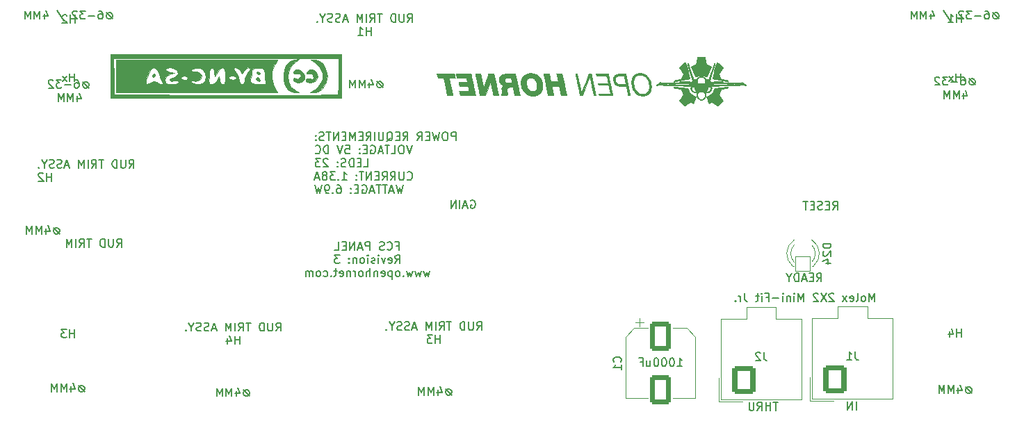
<source format=gbr>
%TF.GenerationSoftware,KiCad,Pcbnew,(6.0.9)*%
%TF.CreationDate,2023-04-01T12:37:20-08:00*%
%TF.ProjectId,FCS PANEL,46435320-5041-44e4-954c-2e6b69636164,3*%
%TF.SameCoordinates,Original*%
%TF.FileFunction,Legend,Bot*%
%TF.FilePolarity,Positive*%
%FSLAX46Y46*%
G04 Gerber Fmt 4.6, Leading zero omitted, Abs format (unit mm)*
G04 Created by KiCad (PCBNEW (6.0.9)) date 2023-04-01 12:37:20*
%MOMM*%
%LPD*%
G01*
G04 APERTURE LIST*
G04 Aperture macros list*
%AMRoundRect*
0 Rectangle with rounded corners*
0 $1 Rounding radius*
0 $2 $3 $4 $5 $6 $7 $8 $9 X,Y pos of 4 corners*
0 Add a 4 corners polygon primitive as box body*
4,1,4,$2,$3,$4,$5,$6,$7,$8,$9,$2,$3,0*
0 Add four circle primitives for the rounded corners*
1,1,$1+$1,$2,$3*
1,1,$1+$1,$4,$5*
1,1,$1+$1,$6,$7*
1,1,$1+$1,$8,$9*
0 Add four rect primitives between the rounded corners*
20,1,$1+$1,$2,$3,$4,$5,0*
20,1,$1+$1,$4,$5,$6,$7,0*
20,1,$1+$1,$6,$7,$8,$9,0*
20,1,$1+$1,$8,$9,$2,$3,0*%
G04 Aperture macros list end*
%ADD10C,0.150000*%
%ADD11C,0.010000*%
%ADD12C,0.120000*%
%ADD13C,12.800000*%
%ADD14C,3.672000*%
%ADD15C,4.400000*%
%ADD16RoundRect,0.300000X-1.000000X1.500000X-1.000000X-1.500000X1.000000X-1.500000X1.000000X1.500000X0*%
%ADD17RoundRect,0.300001X-1.099999X-1.399999X1.099999X-1.399999X1.099999X1.399999X-1.099999X1.399999X0*%
%ADD18O,2.800000X3.400000*%
%ADD19RoundRect,0.050000X0.900000X-0.900000X0.900000X0.900000X-0.900000X0.900000X-0.900000X-0.900000X0*%
%ADD20C,1.900000*%
G04 APERTURE END LIST*
D10*
X128155485Y-55926076D02*
X127965009Y-55926076D01*
X127774533Y-56021314D01*
X127679295Y-56211790D01*
X127679295Y-56402266D01*
X127774533Y-56592742D01*
X127965009Y-56687980D01*
X128155485Y-56687980D01*
X128345961Y-56592742D01*
X128441200Y-56402266D01*
X128441200Y-56211790D01*
X128345961Y-56021314D01*
X128155485Y-55926076D01*
X127679295Y-55926076D02*
X128441200Y-56687980D01*
X126774533Y-56021314D02*
X126774533Y-56687980D01*
X127012628Y-55640361D02*
X127250723Y-56354647D01*
X126631676Y-56354647D01*
X126250723Y-56687980D02*
X126250723Y-55687980D01*
X125917390Y-56402266D01*
X125584057Y-55687980D01*
X125584057Y-56687980D01*
X125107866Y-56687980D02*
X125107866Y-55687980D01*
X124774533Y-56402266D01*
X124441200Y-55687980D01*
X124441200Y-56687980D01*
X137322014Y-63094580D02*
X137322014Y-62094580D01*
X136941061Y-62094580D01*
X136845823Y-62142200D01*
X136798204Y-62189819D01*
X136750585Y-62285057D01*
X136750585Y-62427914D01*
X136798204Y-62523152D01*
X136845823Y-62570771D01*
X136941061Y-62618390D01*
X137322014Y-62618390D01*
X136131538Y-62094580D02*
X135941061Y-62094580D01*
X135845823Y-62142200D01*
X135750585Y-62237438D01*
X135702966Y-62427914D01*
X135702966Y-62761247D01*
X135750585Y-62951723D01*
X135845823Y-63046961D01*
X135941061Y-63094580D01*
X136131538Y-63094580D01*
X136226776Y-63046961D01*
X136322014Y-62951723D01*
X136369633Y-62761247D01*
X136369633Y-62427914D01*
X136322014Y-62237438D01*
X136226776Y-62142200D01*
X136131538Y-62094580D01*
X135369633Y-62094580D02*
X135131538Y-63094580D01*
X134941061Y-62380295D01*
X134750585Y-63094580D01*
X134512490Y-62094580D01*
X134131538Y-62570771D02*
X133798204Y-62570771D01*
X133655347Y-63094580D02*
X134131538Y-63094580D01*
X134131538Y-62094580D01*
X133655347Y-62094580D01*
X132655347Y-63094580D02*
X132988680Y-62618390D01*
X133226776Y-63094580D02*
X133226776Y-62094580D01*
X132845823Y-62094580D01*
X132750585Y-62142200D01*
X132702966Y-62189819D01*
X132655347Y-62285057D01*
X132655347Y-62427914D01*
X132702966Y-62523152D01*
X132750585Y-62570771D01*
X132845823Y-62618390D01*
X133226776Y-62618390D01*
X130893442Y-63094580D02*
X131226776Y-62618390D01*
X131464871Y-63094580D02*
X131464871Y-62094580D01*
X131083919Y-62094580D01*
X130988680Y-62142200D01*
X130941061Y-62189819D01*
X130893442Y-62285057D01*
X130893442Y-62427914D01*
X130941061Y-62523152D01*
X130988680Y-62570771D01*
X131083919Y-62618390D01*
X131464871Y-62618390D01*
X130464871Y-62570771D02*
X130131538Y-62570771D01*
X129988680Y-63094580D02*
X130464871Y-63094580D01*
X130464871Y-62094580D01*
X129988680Y-62094580D01*
X128893442Y-63189819D02*
X128988680Y-63142200D01*
X129083919Y-63046961D01*
X129226776Y-62904104D01*
X129322014Y-62856485D01*
X129417252Y-62856485D01*
X129369633Y-63094580D02*
X129464871Y-63046961D01*
X129560109Y-62951723D01*
X129607728Y-62761247D01*
X129607728Y-62427914D01*
X129560109Y-62237438D01*
X129464871Y-62142200D01*
X129369633Y-62094580D01*
X129179157Y-62094580D01*
X129083919Y-62142200D01*
X128988680Y-62237438D01*
X128941061Y-62427914D01*
X128941061Y-62761247D01*
X128988680Y-62951723D01*
X129083919Y-63046961D01*
X129179157Y-63094580D01*
X129369633Y-63094580D01*
X128512490Y-62094580D02*
X128512490Y-62904104D01*
X128464871Y-62999342D01*
X128417252Y-63046961D01*
X128322014Y-63094580D01*
X128131538Y-63094580D01*
X128036300Y-63046961D01*
X127988680Y-62999342D01*
X127941061Y-62904104D01*
X127941061Y-62094580D01*
X127464871Y-63094580D02*
X127464871Y-62094580D01*
X126417252Y-63094580D02*
X126750585Y-62618390D01*
X126988680Y-63094580D02*
X126988680Y-62094580D01*
X126607728Y-62094580D01*
X126512490Y-62142200D01*
X126464871Y-62189819D01*
X126417252Y-62285057D01*
X126417252Y-62427914D01*
X126464871Y-62523152D01*
X126512490Y-62570771D01*
X126607728Y-62618390D01*
X126988680Y-62618390D01*
X125988680Y-62570771D02*
X125655347Y-62570771D01*
X125512490Y-63094580D02*
X125988680Y-63094580D01*
X125988680Y-62094580D01*
X125512490Y-62094580D01*
X125083919Y-63094580D02*
X125083919Y-62094580D01*
X124750585Y-62808866D01*
X124417252Y-62094580D01*
X124417252Y-63094580D01*
X123941061Y-62570771D02*
X123607728Y-62570771D01*
X123464871Y-63094580D02*
X123941061Y-63094580D01*
X123941061Y-62094580D01*
X123464871Y-62094580D01*
X123036300Y-63094580D02*
X123036300Y-62094580D01*
X122464871Y-63094580D01*
X122464871Y-62094580D01*
X122131538Y-62094580D02*
X121560109Y-62094580D01*
X121845823Y-63094580D02*
X121845823Y-62094580D01*
X121274395Y-63046961D02*
X121131538Y-63094580D01*
X120893442Y-63094580D01*
X120798204Y-63046961D01*
X120750585Y-62999342D01*
X120702966Y-62904104D01*
X120702966Y-62808866D01*
X120750585Y-62713628D01*
X120798204Y-62666009D01*
X120893442Y-62618390D01*
X121083919Y-62570771D01*
X121179157Y-62523152D01*
X121226776Y-62475533D01*
X121274395Y-62380295D01*
X121274395Y-62285057D01*
X121226776Y-62189819D01*
X121179157Y-62142200D01*
X121083919Y-62094580D01*
X120845823Y-62094580D01*
X120702966Y-62142200D01*
X120274395Y-62999342D02*
X120226776Y-63046961D01*
X120274395Y-63094580D01*
X120322014Y-63046961D01*
X120274395Y-62999342D01*
X120274395Y-63094580D01*
X120274395Y-62475533D02*
X120226776Y-62523152D01*
X120274395Y-62570771D01*
X120322014Y-62523152D01*
X120274395Y-62475533D01*
X120274395Y-62570771D01*
X131988680Y-63704580D02*
X131655347Y-64704580D01*
X131322014Y-63704580D01*
X130798204Y-63704580D02*
X130607728Y-63704580D01*
X130512490Y-63752200D01*
X130417252Y-63847438D01*
X130369633Y-64037914D01*
X130369633Y-64371247D01*
X130417252Y-64561723D01*
X130512490Y-64656961D01*
X130607728Y-64704580D01*
X130798204Y-64704580D01*
X130893442Y-64656961D01*
X130988680Y-64561723D01*
X131036300Y-64371247D01*
X131036300Y-64037914D01*
X130988680Y-63847438D01*
X130893442Y-63752200D01*
X130798204Y-63704580D01*
X129464871Y-64704580D02*
X129941061Y-64704580D01*
X129941061Y-63704580D01*
X129274395Y-63704580D02*
X128702966Y-63704580D01*
X128988680Y-64704580D02*
X128988680Y-63704580D01*
X128417252Y-64418866D02*
X127941061Y-64418866D01*
X128512490Y-64704580D02*
X128179157Y-63704580D01*
X127845823Y-64704580D01*
X126988680Y-63752200D02*
X127083919Y-63704580D01*
X127226776Y-63704580D01*
X127369633Y-63752200D01*
X127464871Y-63847438D01*
X127512490Y-63942676D01*
X127560109Y-64133152D01*
X127560109Y-64276009D01*
X127512490Y-64466485D01*
X127464871Y-64561723D01*
X127369633Y-64656961D01*
X127226776Y-64704580D01*
X127131538Y-64704580D01*
X126988680Y-64656961D01*
X126941061Y-64609342D01*
X126941061Y-64276009D01*
X127131538Y-64276009D01*
X126512490Y-64180771D02*
X126179157Y-64180771D01*
X126036300Y-64704580D02*
X126512490Y-64704580D01*
X126512490Y-63704580D01*
X126036300Y-63704580D01*
X125607728Y-64609342D02*
X125560109Y-64656961D01*
X125607728Y-64704580D01*
X125655347Y-64656961D01*
X125607728Y-64609342D01*
X125607728Y-64704580D01*
X125607728Y-64085533D02*
X125560109Y-64133152D01*
X125607728Y-64180771D01*
X125655347Y-64133152D01*
X125607728Y-64085533D01*
X125607728Y-64180771D01*
X123893442Y-63704580D02*
X124369633Y-63704580D01*
X124417252Y-64180771D01*
X124369633Y-64133152D01*
X124274395Y-64085533D01*
X124036300Y-64085533D01*
X123941061Y-64133152D01*
X123893442Y-64180771D01*
X123845823Y-64276009D01*
X123845823Y-64514104D01*
X123893442Y-64609342D01*
X123941061Y-64656961D01*
X124036300Y-64704580D01*
X124274395Y-64704580D01*
X124369633Y-64656961D01*
X124417252Y-64609342D01*
X123560109Y-63704580D02*
X123226776Y-64704580D01*
X122893442Y-63704580D01*
X121798204Y-64704580D02*
X121798204Y-63704580D01*
X121560109Y-63704580D01*
X121417252Y-63752200D01*
X121322014Y-63847438D01*
X121274395Y-63942676D01*
X121226776Y-64133152D01*
X121226776Y-64276009D01*
X121274395Y-64466485D01*
X121322014Y-64561723D01*
X121417252Y-64656961D01*
X121560109Y-64704580D01*
X121798204Y-64704580D01*
X120226776Y-64609342D02*
X120274395Y-64656961D01*
X120417252Y-64704580D01*
X120512490Y-64704580D01*
X120655347Y-64656961D01*
X120750585Y-64561723D01*
X120798204Y-64466485D01*
X120845823Y-64276009D01*
X120845823Y-64133152D01*
X120798204Y-63942676D01*
X120750585Y-63847438D01*
X120655347Y-63752200D01*
X120512490Y-63704580D01*
X120417252Y-63704580D01*
X120274395Y-63752200D01*
X120226776Y-63799819D01*
X126131538Y-66314580D02*
X126607728Y-66314580D01*
X126607728Y-65314580D01*
X125798204Y-65790771D02*
X125464871Y-65790771D01*
X125322014Y-66314580D02*
X125798204Y-66314580D01*
X125798204Y-65314580D01*
X125322014Y-65314580D01*
X124893442Y-66314580D02*
X124893442Y-65314580D01*
X124655347Y-65314580D01*
X124512490Y-65362200D01*
X124417252Y-65457438D01*
X124369633Y-65552676D01*
X124322014Y-65743152D01*
X124322014Y-65886009D01*
X124369633Y-66076485D01*
X124417252Y-66171723D01*
X124512490Y-66266961D01*
X124655347Y-66314580D01*
X124893442Y-66314580D01*
X123941061Y-66266961D02*
X123798204Y-66314580D01*
X123560109Y-66314580D01*
X123464871Y-66266961D01*
X123417252Y-66219342D01*
X123369633Y-66124104D01*
X123369633Y-66028866D01*
X123417252Y-65933628D01*
X123464871Y-65886009D01*
X123560109Y-65838390D01*
X123750585Y-65790771D01*
X123845823Y-65743152D01*
X123893442Y-65695533D01*
X123941061Y-65600295D01*
X123941061Y-65505057D01*
X123893442Y-65409819D01*
X123845823Y-65362200D01*
X123750585Y-65314580D01*
X123512490Y-65314580D01*
X123369633Y-65362200D01*
X122941061Y-66219342D02*
X122893442Y-66266961D01*
X122941061Y-66314580D01*
X122988680Y-66266961D01*
X122941061Y-66219342D01*
X122941061Y-66314580D01*
X122941061Y-65695533D02*
X122893442Y-65743152D01*
X122941061Y-65790771D01*
X122988680Y-65743152D01*
X122941061Y-65695533D01*
X122941061Y-65790771D01*
X121750585Y-65409819D02*
X121702966Y-65362200D01*
X121607728Y-65314580D01*
X121369633Y-65314580D01*
X121274395Y-65362200D01*
X121226776Y-65409819D01*
X121179157Y-65505057D01*
X121179157Y-65600295D01*
X121226776Y-65743152D01*
X121798204Y-66314580D01*
X121179157Y-66314580D01*
X120845823Y-65314580D02*
X120226776Y-65314580D01*
X120560109Y-65695533D01*
X120417252Y-65695533D01*
X120322014Y-65743152D01*
X120274395Y-65790771D01*
X120226776Y-65886009D01*
X120226776Y-66124104D01*
X120274395Y-66219342D01*
X120322014Y-66266961D01*
X120417252Y-66314580D01*
X120702966Y-66314580D01*
X120798204Y-66266961D01*
X120845823Y-66219342D01*
X131417252Y-67829342D02*
X131464871Y-67876961D01*
X131607728Y-67924580D01*
X131702966Y-67924580D01*
X131845823Y-67876961D01*
X131941061Y-67781723D01*
X131988680Y-67686485D01*
X132036300Y-67496009D01*
X132036300Y-67353152D01*
X131988680Y-67162676D01*
X131941061Y-67067438D01*
X131845823Y-66972200D01*
X131702966Y-66924580D01*
X131607728Y-66924580D01*
X131464871Y-66972200D01*
X131417252Y-67019819D01*
X130988680Y-66924580D02*
X130988680Y-67734104D01*
X130941061Y-67829342D01*
X130893442Y-67876961D01*
X130798204Y-67924580D01*
X130607728Y-67924580D01*
X130512490Y-67876961D01*
X130464871Y-67829342D01*
X130417252Y-67734104D01*
X130417252Y-66924580D01*
X129369633Y-67924580D02*
X129702966Y-67448390D01*
X129941061Y-67924580D02*
X129941061Y-66924580D01*
X129560109Y-66924580D01*
X129464871Y-66972200D01*
X129417252Y-67019819D01*
X129369633Y-67115057D01*
X129369633Y-67257914D01*
X129417252Y-67353152D01*
X129464871Y-67400771D01*
X129560109Y-67448390D01*
X129941061Y-67448390D01*
X128369633Y-67924580D02*
X128702966Y-67448390D01*
X128941061Y-67924580D02*
X128941061Y-66924580D01*
X128560109Y-66924580D01*
X128464871Y-66972200D01*
X128417252Y-67019819D01*
X128369633Y-67115057D01*
X128369633Y-67257914D01*
X128417252Y-67353152D01*
X128464871Y-67400771D01*
X128560109Y-67448390D01*
X128941061Y-67448390D01*
X127941061Y-67400771D02*
X127607728Y-67400771D01*
X127464871Y-67924580D02*
X127941061Y-67924580D01*
X127941061Y-66924580D01*
X127464871Y-66924580D01*
X127036300Y-67924580D02*
X127036300Y-66924580D01*
X126464871Y-67924580D01*
X126464871Y-66924580D01*
X126131538Y-66924580D02*
X125560109Y-66924580D01*
X125845823Y-67924580D02*
X125845823Y-66924580D01*
X125226776Y-67829342D02*
X125179157Y-67876961D01*
X125226776Y-67924580D01*
X125274395Y-67876961D01*
X125226776Y-67829342D01*
X125226776Y-67924580D01*
X125226776Y-67305533D02*
X125179157Y-67353152D01*
X125226776Y-67400771D01*
X125274395Y-67353152D01*
X125226776Y-67305533D01*
X125226776Y-67400771D01*
X123464871Y-67924580D02*
X124036300Y-67924580D01*
X123750585Y-67924580D02*
X123750585Y-66924580D01*
X123845823Y-67067438D01*
X123941061Y-67162676D01*
X124036300Y-67210295D01*
X123036300Y-67829342D02*
X122988680Y-67876961D01*
X123036300Y-67924580D01*
X123083919Y-67876961D01*
X123036300Y-67829342D01*
X123036300Y-67924580D01*
X122655347Y-66924580D02*
X122036300Y-66924580D01*
X122369633Y-67305533D01*
X122226776Y-67305533D01*
X122131538Y-67353152D01*
X122083919Y-67400771D01*
X122036300Y-67496009D01*
X122036300Y-67734104D01*
X122083919Y-67829342D01*
X122131538Y-67876961D01*
X122226776Y-67924580D01*
X122512490Y-67924580D01*
X122607728Y-67876961D01*
X122655347Y-67829342D01*
X121464871Y-67353152D02*
X121560109Y-67305533D01*
X121607728Y-67257914D01*
X121655347Y-67162676D01*
X121655347Y-67115057D01*
X121607728Y-67019819D01*
X121560109Y-66972200D01*
X121464871Y-66924580D01*
X121274395Y-66924580D01*
X121179157Y-66972200D01*
X121131538Y-67019819D01*
X121083919Y-67115057D01*
X121083919Y-67162676D01*
X121131538Y-67257914D01*
X121179157Y-67305533D01*
X121274395Y-67353152D01*
X121464871Y-67353152D01*
X121560109Y-67400771D01*
X121607728Y-67448390D01*
X121655347Y-67543628D01*
X121655347Y-67734104D01*
X121607728Y-67829342D01*
X121560109Y-67876961D01*
X121464871Y-67924580D01*
X121274395Y-67924580D01*
X121179157Y-67876961D01*
X121131538Y-67829342D01*
X121083919Y-67734104D01*
X121083919Y-67543628D01*
X121131538Y-67448390D01*
X121179157Y-67400771D01*
X121274395Y-67353152D01*
X120702966Y-67638866D02*
X120226776Y-67638866D01*
X120798204Y-67924580D02*
X120464871Y-66924580D01*
X120131538Y-67924580D01*
X130941061Y-68534580D02*
X130702966Y-69534580D01*
X130512490Y-68820295D01*
X130322014Y-69534580D01*
X130083919Y-68534580D01*
X129750585Y-69248866D02*
X129274395Y-69248866D01*
X129845823Y-69534580D02*
X129512490Y-68534580D01*
X129179157Y-69534580D01*
X128988680Y-68534580D02*
X128417252Y-68534580D01*
X128702966Y-69534580D02*
X128702966Y-68534580D01*
X128226776Y-68534580D02*
X127655347Y-68534580D01*
X127941061Y-69534580D02*
X127941061Y-68534580D01*
X127369633Y-69248866D02*
X126893442Y-69248866D01*
X127464871Y-69534580D02*
X127131538Y-68534580D01*
X126798204Y-69534580D01*
X125941061Y-68582200D02*
X126036300Y-68534580D01*
X126179157Y-68534580D01*
X126322014Y-68582200D01*
X126417252Y-68677438D01*
X126464871Y-68772676D01*
X126512490Y-68963152D01*
X126512490Y-69106009D01*
X126464871Y-69296485D01*
X126417252Y-69391723D01*
X126322014Y-69486961D01*
X126179157Y-69534580D01*
X126083919Y-69534580D01*
X125941061Y-69486961D01*
X125893442Y-69439342D01*
X125893442Y-69106009D01*
X126083919Y-69106009D01*
X125464871Y-69010771D02*
X125131538Y-69010771D01*
X124988680Y-69534580D02*
X125464871Y-69534580D01*
X125464871Y-68534580D01*
X124988680Y-68534580D01*
X124560109Y-69439342D02*
X124512490Y-69486961D01*
X124560109Y-69534580D01*
X124607728Y-69486961D01*
X124560109Y-69439342D01*
X124560109Y-69534580D01*
X124560109Y-68915533D02*
X124512490Y-68963152D01*
X124560109Y-69010771D01*
X124607728Y-68963152D01*
X124560109Y-68915533D01*
X124560109Y-69010771D01*
X122893442Y-68534580D02*
X123083919Y-68534580D01*
X123179157Y-68582200D01*
X123226776Y-68629819D01*
X123322014Y-68772676D01*
X123369633Y-68963152D01*
X123369633Y-69344104D01*
X123322014Y-69439342D01*
X123274395Y-69486961D01*
X123179157Y-69534580D01*
X122988680Y-69534580D01*
X122893442Y-69486961D01*
X122845823Y-69439342D01*
X122798204Y-69344104D01*
X122798204Y-69106009D01*
X122845823Y-69010771D01*
X122893442Y-68963152D01*
X122988680Y-68915533D01*
X123179157Y-68915533D01*
X123274395Y-68963152D01*
X123322014Y-69010771D01*
X123369633Y-69106009D01*
X122369633Y-69439342D02*
X122322014Y-69486961D01*
X122369633Y-69534580D01*
X122417252Y-69486961D01*
X122369633Y-69439342D01*
X122369633Y-69534580D01*
X121845823Y-69534580D02*
X121655347Y-69534580D01*
X121560109Y-69486961D01*
X121512490Y-69439342D01*
X121417252Y-69296485D01*
X121369633Y-69106009D01*
X121369633Y-68725057D01*
X121417252Y-68629819D01*
X121464871Y-68582200D01*
X121560109Y-68534580D01*
X121750585Y-68534580D01*
X121845823Y-68582200D01*
X121893442Y-68629819D01*
X121941061Y-68725057D01*
X121941061Y-68963152D01*
X121893442Y-69058390D01*
X121845823Y-69106009D01*
X121750585Y-69153628D01*
X121560109Y-69153628D01*
X121464871Y-69106009D01*
X121417252Y-69058390D01*
X121369633Y-68963152D01*
X121036300Y-68534580D02*
X120798204Y-69534580D01*
X120607728Y-68820295D01*
X120417252Y-69534580D01*
X120179157Y-68534580D01*
X136537485Y-93365676D02*
X136347009Y-93365676D01*
X136156533Y-93460914D01*
X136061295Y-93651390D01*
X136061295Y-93841866D01*
X136156533Y-94032342D01*
X136347009Y-94127580D01*
X136537485Y-94127580D01*
X136727961Y-94032342D01*
X136823200Y-93841866D01*
X136823200Y-93651390D01*
X136727961Y-93460914D01*
X136537485Y-93365676D01*
X136061295Y-93365676D02*
X136823200Y-94127580D01*
X135156533Y-93460914D02*
X135156533Y-94127580D01*
X135394628Y-93079961D02*
X135632723Y-93794247D01*
X135013676Y-93794247D01*
X134632723Y-94127580D02*
X134632723Y-93127580D01*
X134299390Y-93841866D01*
X133966057Y-93127580D01*
X133966057Y-94127580D01*
X133489866Y-94127580D02*
X133489866Y-93127580D01*
X133156533Y-93841866D01*
X132823200Y-93127580D01*
X132823200Y-94127580D01*
X198932704Y-87066380D02*
X198932704Y-86066380D01*
X198932704Y-86542571D02*
X198361276Y-86542571D01*
X198361276Y-87066380D02*
X198361276Y-86066380D01*
X197456514Y-86399714D02*
X197456514Y-87066380D01*
X197694609Y-86018761D02*
X197932704Y-86733047D01*
X197313657Y-86733047D01*
X115450285Y-86312180D02*
X115783619Y-85835990D01*
X116021714Y-86312180D02*
X116021714Y-85312180D01*
X115640761Y-85312180D01*
X115545523Y-85359800D01*
X115497904Y-85407419D01*
X115450285Y-85502657D01*
X115450285Y-85645514D01*
X115497904Y-85740752D01*
X115545523Y-85788371D01*
X115640761Y-85835990D01*
X116021714Y-85835990D01*
X115021714Y-85312180D02*
X115021714Y-86121704D01*
X114974095Y-86216942D01*
X114926476Y-86264561D01*
X114831238Y-86312180D01*
X114640761Y-86312180D01*
X114545523Y-86264561D01*
X114497904Y-86216942D01*
X114450285Y-86121704D01*
X114450285Y-85312180D01*
X113974095Y-86312180D02*
X113974095Y-85312180D01*
X113736000Y-85312180D01*
X113593142Y-85359800D01*
X113497904Y-85455038D01*
X113450285Y-85550276D01*
X113402666Y-85740752D01*
X113402666Y-85883609D01*
X113450285Y-86074085D01*
X113497904Y-86169323D01*
X113593142Y-86264561D01*
X113736000Y-86312180D01*
X113974095Y-86312180D01*
X112355047Y-85312180D02*
X111783619Y-85312180D01*
X112069333Y-86312180D02*
X112069333Y-85312180D01*
X110878857Y-86312180D02*
X111212190Y-85835990D01*
X111450285Y-86312180D02*
X111450285Y-85312180D01*
X111069333Y-85312180D01*
X110974095Y-85359800D01*
X110926476Y-85407419D01*
X110878857Y-85502657D01*
X110878857Y-85645514D01*
X110926476Y-85740752D01*
X110974095Y-85788371D01*
X111069333Y-85835990D01*
X111450285Y-85835990D01*
X110450285Y-86312180D02*
X110450285Y-85312180D01*
X109974095Y-86312180D02*
X109974095Y-85312180D01*
X109640761Y-86026466D01*
X109307428Y-85312180D01*
X109307428Y-86312180D01*
X108116952Y-86026466D02*
X107640761Y-86026466D01*
X108212190Y-86312180D02*
X107878857Y-85312180D01*
X107545523Y-86312180D01*
X107259809Y-86264561D02*
X107116952Y-86312180D01*
X106878857Y-86312180D01*
X106783619Y-86264561D01*
X106736000Y-86216942D01*
X106688380Y-86121704D01*
X106688380Y-86026466D01*
X106736000Y-85931228D01*
X106783619Y-85883609D01*
X106878857Y-85835990D01*
X107069333Y-85788371D01*
X107164571Y-85740752D01*
X107212190Y-85693133D01*
X107259809Y-85597895D01*
X107259809Y-85502657D01*
X107212190Y-85407419D01*
X107164571Y-85359800D01*
X107069333Y-85312180D01*
X106831238Y-85312180D01*
X106688380Y-85359800D01*
X106307428Y-86264561D02*
X106164571Y-86312180D01*
X105926476Y-86312180D01*
X105831238Y-86264561D01*
X105783619Y-86216942D01*
X105736000Y-86121704D01*
X105736000Y-86026466D01*
X105783619Y-85931228D01*
X105831238Y-85883609D01*
X105926476Y-85835990D01*
X106116952Y-85788371D01*
X106212190Y-85740752D01*
X106259809Y-85693133D01*
X106307428Y-85597895D01*
X106307428Y-85502657D01*
X106259809Y-85407419D01*
X106212190Y-85359800D01*
X106116952Y-85312180D01*
X105878857Y-85312180D01*
X105736000Y-85359800D01*
X105116952Y-85835990D02*
X105116952Y-86312180D01*
X105450285Y-85312180D02*
X105116952Y-85835990D01*
X104783619Y-85312180D01*
X104450285Y-86216942D02*
X104402666Y-86264561D01*
X104450285Y-86312180D01*
X104497904Y-86264561D01*
X104450285Y-86216942D01*
X104450285Y-86312180D01*
X110997904Y-87922180D02*
X110997904Y-86922180D01*
X110997904Y-87398371D02*
X110426476Y-87398371D01*
X110426476Y-87922180D02*
X110426476Y-86922180D01*
X109521714Y-87255514D02*
X109521714Y-87922180D01*
X109759809Y-86874561D02*
X109997904Y-87588847D01*
X109378857Y-87588847D01*
X176580253Y-94994480D02*
X176008824Y-94994480D01*
X176294539Y-95994480D02*
X176294539Y-94994480D01*
X175675491Y-95994480D02*
X175675491Y-94994480D01*
X175675491Y-95470671D02*
X175104062Y-95470671D01*
X175104062Y-95994480D02*
X175104062Y-94994480D01*
X174056443Y-95994480D02*
X174389777Y-95518290D01*
X174627872Y-95994480D02*
X174627872Y-94994480D01*
X174246920Y-94994480D01*
X174151681Y-95042100D01*
X174104062Y-95089719D01*
X174056443Y-95184957D01*
X174056443Y-95327814D01*
X174104062Y-95423052D01*
X174151681Y-95470671D01*
X174246920Y-95518290D01*
X174627872Y-95518290D01*
X173627872Y-94994480D02*
X173627872Y-95804004D01*
X173580253Y-95899242D01*
X173532634Y-95946861D01*
X173437396Y-95994480D01*
X173246920Y-95994480D01*
X173151681Y-95946861D01*
X173104062Y-95899242D01*
X173056443Y-95804004D01*
X173056443Y-94994480D01*
X139155371Y-70416800D02*
X139250609Y-70369180D01*
X139393466Y-70369180D01*
X139536323Y-70416800D01*
X139631561Y-70512038D01*
X139679180Y-70607276D01*
X139726800Y-70797752D01*
X139726800Y-70940609D01*
X139679180Y-71131085D01*
X139631561Y-71226323D01*
X139536323Y-71321561D01*
X139393466Y-71369180D01*
X139298228Y-71369180D01*
X139155371Y-71321561D01*
X139107752Y-71273942D01*
X139107752Y-70940609D01*
X139298228Y-70940609D01*
X138726800Y-71083466D02*
X138250609Y-71083466D01*
X138822038Y-71369180D02*
X138488704Y-70369180D01*
X138155371Y-71369180D01*
X137822038Y-71369180D02*
X137822038Y-70369180D01*
X137345847Y-71369180D02*
X137345847Y-70369180D01*
X136774419Y-71369180D01*
X136774419Y-70369180D01*
X164313809Y-90612380D02*
X164885238Y-90612380D01*
X164599523Y-90612380D02*
X164599523Y-89612380D01*
X164694761Y-89755238D01*
X164790000Y-89850476D01*
X164885238Y-89898095D01*
X163694761Y-89612380D02*
X163599523Y-89612380D01*
X163504285Y-89660000D01*
X163456666Y-89707619D01*
X163409047Y-89802857D01*
X163361428Y-89993333D01*
X163361428Y-90231428D01*
X163409047Y-90421904D01*
X163456666Y-90517142D01*
X163504285Y-90564761D01*
X163599523Y-90612380D01*
X163694761Y-90612380D01*
X163790000Y-90564761D01*
X163837619Y-90517142D01*
X163885238Y-90421904D01*
X163932857Y-90231428D01*
X163932857Y-89993333D01*
X163885238Y-89802857D01*
X163837619Y-89707619D01*
X163790000Y-89660000D01*
X163694761Y-89612380D01*
X162742380Y-89612380D02*
X162647142Y-89612380D01*
X162551904Y-89660000D01*
X162504285Y-89707619D01*
X162456666Y-89802857D01*
X162409047Y-89993333D01*
X162409047Y-90231428D01*
X162456666Y-90421904D01*
X162504285Y-90517142D01*
X162551904Y-90564761D01*
X162647142Y-90612380D01*
X162742380Y-90612380D01*
X162837619Y-90564761D01*
X162885238Y-90517142D01*
X162932857Y-90421904D01*
X162980476Y-90231428D01*
X162980476Y-89993333D01*
X162932857Y-89802857D01*
X162885238Y-89707619D01*
X162837619Y-89660000D01*
X162742380Y-89612380D01*
X161790000Y-89612380D02*
X161694761Y-89612380D01*
X161599523Y-89660000D01*
X161551904Y-89707619D01*
X161504285Y-89802857D01*
X161456666Y-89993333D01*
X161456666Y-90231428D01*
X161504285Y-90421904D01*
X161551904Y-90517142D01*
X161599523Y-90564761D01*
X161694761Y-90612380D01*
X161790000Y-90612380D01*
X161885238Y-90564761D01*
X161932857Y-90517142D01*
X161980476Y-90421904D01*
X162028095Y-90231428D01*
X162028095Y-89993333D01*
X161980476Y-89802857D01*
X161932857Y-89707619D01*
X161885238Y-89660000D01*
X161790000Y-89612380D01*
X160599523Y-89945714D02*
X160599523Y-90612380D01*
X161028095Y-89945714D02*
X161028095Y-90469523D01*
X160980476Y-90564761D01*
X160885238Y-90612380D01*
X160742380Y-90612380D01*
X160647142Y-90564761D01*
X160599523Y-90517142D01*
X159790000Y-90088571D02*
X160123333Y-90088571D01*
X160123333Y-90612380D02*
X160123333Y-89612380D01*
X159647142Y-89612380D01*
X96054514Y-76093580D02*
X96387847Y-75617390D01*
X96625942Y-76093580D02*
X96625942Y-75093580D01*
X96244990Y-75093580D01*
X96149752Y-75141200D01*
X96102133Y-75188819D01*
X96054514Y-75284057D01*
X96054514Y-75426914D01*
X96102133Y-75522152D01*
X96149752Y-75569771D01*
X96244990Y-75617390D01*
X96625942Y-75617390D01*
X95625942Y-75093580D02*
X95625942Y-75903104D01*
X95578323Y-75998342D01*
X95530704Y-76045961D01*
X95435466Y-76093580D01*
X95244990Y-76093580D01*
X95149752Y-76045961D01*
X95102133Y-75998342D01*
X95054514Y-75903104D01*
X95054514Y-75093580D01*
X94578323Y-76093580D02*
X94578323Y-75093580D01*
X94340228Y-75093580D01*
X94197371Y-75141200D01*
X94102133Y-75236438D01*
X94054514Y-75331676D01*
X94006895Y-75522152D01*
X94006895Y-75665009D01*
X94054514Y-75855485D01*
X94102133Y-75950723D01*
X94197371Y-76045961D01*
X94340228Y-76093580D01*
X94578323Y-76093580D01*
X92959276Y-75093580D02*
X92387847Y-75093580D01*
X92673561Y-76093580D02*
X92673561Y-75093580D01*
X91483085Y-76093580D02*
X91816419Y-75617390D01*
X92054514Y-76093580D02*
X92054514Y-75093580D01*
X91673561Y-75093580D01*
X91578323Y-75141200D01*
X91530704Y-75188819D01*
X91483085Y-75284057D01*
X91483085Y-75426914D01*
X91530704Y-75522152D01*
X91578323Y-75569771D01*
X91673561Y-75617390D01*
X92054514Y-75617390D01*
X91054514Y-76093580D02*
X91054514Y-75093580D01*
X90578323Y-76093580D02*
X90578323Y-75093580D01*
X90244990Y-75807866D01*
X89911657Y-75093580D01*
X89911657Y-76093580D01*
X181271040Y-80287120D02*
X181604373Y-79810930D01*
X181842468Y-80287120D02*
X181842468Y-79287120D01*
X181461516Y-79287120D01*
X181366278Y-79334740D01*
X181318659Y-79382359D01*
X181271040Y-79477597D01*
X181271040Y-79620454D01*
X181318659Y-79715692D01*
X181366278Y-79763311D01*
X181461516Y-79810930D01*
X181842468Y-79810930D01*
X180842468Y-79763311D02*
X180509135Y-79763311D01*
X180366278Y-80287120D02*
X180842468Y-80287120D01*
X180842468Y-79287120D01*
X180366278Y-79287120D01*
X179985325Y-80001406D02*
X179509135Y-80001406D01*
X180080563Y-80287120D02*
X179747230Y-79287120D01*
X179413897Y-80287120D01*
X179080563Y-80287120D02*
X179080563Y-79287120D01*
X178842468Y-79287120D01*
X178699611Y-79334740D01*
X178604373Y-79429978D01*
X178556754Y-79525216D01*
X178509135Y-79715692D01*
X178509135Y-79858549D01*
X178556754Y-80049025D01*
X178604373Y-80144263D01*
X178699611Y-80239501D01*
X178842468Y-80287120D01*
X179080563Y-80287120D01*
X177890087Y-79810930D02*
X177890087Y-80287120D01*
X178223420Y-79287120D02*
X177890087Y-79810930D01*
X177556754Y-79287120D01*
X91833485Y-92959276D02*
X91643009Y-92959276D01*
X91452533Y-93054514D01*
X91357295Y-93244990D01*
X91357295Y-93435466D01*
X91452533Y-93625942D01*
X91643009Y-93721180D01*
X91833485Y-93721180D01*
X92023961Y-93625942D01*
X92119200Y-93435466D01*
X92119200Y-93244990D01*
X92023961Y-93054514D01*
X91833485Y-92959276D01*
X91357295Y-92959276D02*
X92119200Y-93721180D01*
X90452533Y-93054514D02*
X90452533Y-93721180D01*
X90690628Y-92673561D02*
X90928723Y-93387847D01*
X90309676Y-93387847D01*
X89928723Y-93721180D02*
X89928723Y-92721180D01*
X89595390Y-93435466D01*
X89262057Y-92721180D01*
X89262057Y-93721180D01*
X88785866Y-93721180D02*
X88785866Y-92721180D01*
X88452533Y-93435466D01*
X88119200Y-92721180D01*
X88119200Y-93721180D01*
X186093669Y-95910660D02*
X186093669Y-94910660D01*
X185617479Y-95910660D02*
X185617479Y-94910660D01*
X185046050Y-95910660D01*
X185046050Y-94910660D01*
X97543195Y-66449380D02*
X97876528Y-65973190D01*
X98114623Y-66449380D02*
X98114623Y-65449380D01*
X97733671Y-65449380D01*
X97638433Y-65497000D01*
X97590814Y-65544619D01*
X97543195Y-65639857D01*
X97543195Y-65782714D01*
X97590814Y-65877952D01*
X97638433Y-65925571D01*
X97733671Y-65973190D01*
X98114623Y-65973190D01*
X97114623Y-65449380D02*
X97114623Y-66258904D01*
X97067004Y-66354142D01*
X97019385Y-66401761D01*
X96924147Y-66449380D01*
X96733671Y-66449380D01*
X96638433Y-66401761D01*
X96590814Y-66354142D01*
X96543195Y-66258904D01*
X96543195Y-65449380D01*
X96067004Y-66449380D02*
X96067004Y-65449380D01*
X95828909Y-65449380D01*
X95686052Y-65497000D01*
X95590814Y-65592238D01*
X95543195Y-65687476D01*
X95495576Y-65877952D01*
X95495576Y-66020809D01*
X95543195Y-66211285D01*
X95590814Y-66306523D01*
X95686052Y-66401761D01*
X95828909Y-66449380D01*
X96067004Y-66449380D01*
X94447957Y-65449380D02*
X93876528Y-65449380D01*
X94162242Y-66449380D02*
X94162242Y-65449380D01*
X92971766Y-66449380D02*
X93305100Y-65973190D01*
X93543195Y-66449380D02*
X93543195Y-65449380D01*
X93162242Y-65449380D01*
X93067004Y-65497000D01*
X93019385Y-65544619D01*
X92971766Y-65639857D01*
X92971766Y-65782714D01*
X93019385Y-65877952D01*
X93067004Y-65925571D01*
X93162242Y-65973190D01*
X93543195Y-65973190D01*
X92543195Y-66449380D02*
X92543195Y-65449380D01*
X92067004Y-66449380D02*
X92067004Y-65449380D01*
X91733671Y-66163666D01*
X91400338Y-65449380D01*
X91400338Y-66449380D01*
X90209861Y-66163666D02*
X89733671Y-66163666D01*
X90305100Y-66449380D02*
X89971766Y-65449380D01*
X89638433Y-66449380D01*
X89352719Y-66401761D02*
X89209861Y-66449380D01*
X88971766Y-66449380D01*
X88876528Y-66401761D01*
X88828909Y-66354142D01*
X88781290Y-66258904D01*
X88781290Y-66163666D01*
X88828909Y-66068428D01*
X88876528Y-66020809D01*
X88971766Y-65973190D01*
X89162242Y-65925571D01*
X89257480Y-65877952D01*
X89305100Y-65830333D01*
X89352719Y-65735095D01*
X89352719Y-65639857D01*
X89305100Y-65544619D01*
X89257480Y-65497000D01*
X89162242Y-65449380D01*
X88924147Y-65449380D01*
X88781290Y-65497000D01*
X88400338Y-66401761D02*
X88257480Y-66449380D01*
X88019385Y-66449380D01*
X87924147Y-66401761D01*
X87876528Y-66354142D01*
X87828909Y-66258904D01*
X87828909Y-66163666D01*
X87876528Y-66068428D01*
X87924147Y-66020809D01*
X88019385Y-65973190D01*
X88209861Y-65925571D01*
X88305100Y-65877952D01*
X88352719Y-65830333D01*
X88400338Y-65735095D01*
X88400338Y-65639857D01*
X88352719Y-65544619D01*
X88305100Y-65497000D01*
X88209861Y-65449380D01*
X87971766Y-65449380D01*
X87828909Y-65497000D01*
X87209861Y-65973190D02*
X87209861Y-66449380D01*
X87543195Y-65449380D02*
X87209861Y-65973190D01*
X86876528Y-65449380D01*
X86543195Y-66354142D02*
X86495576Y-66401761D01*
X86543195Y-66449380D01*
X86590814Y-66401761D01*
X86543195Y-66354142D01*
X86543195Y-66449380D01*
X88067004Y-68059380D02*
X88067004Y-67059380D01*
X88067004Y-67535571D02*
X87495576Y-67535571D01*
X87495576Y-68059380D02*
X87495576Y-67059380D01*
X87067004Y-67154619D02*
X87019385Y-67107000D01*
X86924147Y-67059380D01*
X86686052Y-67059380D01*
X86590814Y-67107000D01*
X86543195Y-67154619D01*
X86495576Y-67249857D01*
X86495576Y-67345095D01*
X86543195Y-67487952D01*
X87114623Y-68059380D01*
X86495576Y-68059380D01*
X199885085Y-93162476D02*
X199694609Y-93162476D01*
X199504133Y-93257714D01*
X199408895Y-93448190D01*
X199408895Y-93638666D01*
X199504133Y-93829142D01*
X199694609Y-93924380D01*
X199885085Y-93924380D01*
X200075561Y-93829142D01*
X200170800Y-93638666D01*
X200170800Y-93448190D01*
X200075561Y-93257714D01*
X199885085Y-93162476D01*
X199408895Y-93162476D02*
X200170800Y-93924380D01*
X198504133Y-93257714D02*
X198504133Y-93924380D01*
X198742228Y-92876761D02*
X198980323Y-93591047D01*
X198361276Y-93591047D01*
X197980323Y-93924380D02*
X197980323Y-92924380D01*
X197646990Y-93638666D01*
X197313657Y-92924380D01*
X197313657Y-93924380D01*
X196837466Y-93924380D02*
X196837466Y-92924380D01*
X196504133Y-93638666D01*
X196170800Y-92924380D01*
X196170800Y-93924380D01*
X139885085Y-86210580D02*
X140218419Y-85734390D01*
X140456514Y-86210580D02*
X140456514Y-85210580D01*
X140075561Y-85210580D01*
X139980323Y-85258200D01*
X139932704Y-85305819D01*
X139885085Y-85401057D01*
X139885085Y-85543914D01*
X139932704Y-85639152D01*
X139980323Y-85686771D01*
X140075561Y-85734390D01*
X140456514Y-85734390D01*
X139456514Y-85210580D02*
X139456514Y-86020104D01*
X139408895Y-86115342D01*
X139361276Y-86162961D01*
X139266038Y-86210580D01*
X139075561Y-86210580D01*
X138980323Y-86162961D01*
X138932704Y-86115342D01*
X138885085Y-86020104D01*
X138885085Y-85210580D01*
X138408895Y-86210580D02*
X138408895Y-85210580D01*
X138170800Y-85210580D01*
X138027942Y-85258200D01*
X137932704Y-85353438D01*
X137885085Y-85448676D01*
X137837466Y-85639152D01*
X137837466Y-85782009D01*
X137885085Y-85972485D01*
X137932704Y-86067723D01*
X138027942Y-86162961D01*
X138170800Y-86210580D01*
X138408895Y-86210580D01*
X136789847Y-85210580D02*
X136218419Y-85210580D01*
X136504133Y-86210580D02*
X136504133Y-85210580D01*
X135313657Y-86210580D02*
X135646990Y-85734390D01*
X135885085Y-86210580D02*
X135885085Y-85210580D01*
X135504133Y-85210580D01*
X135408895Y-85258200D01*
X135361276Y-85305819D01*
X135313657Y-85401057D01*
X135313657Y-85543914D01*
X135361276Y-85639152D01*
X135408895Y-85686771D01*
X135504133Y-85734390D01*
X135885085Y-85734390D01*
X134885085Y-86210580D02*
X134885085Y-85210580D01*
X134408895Y-86210580D02*
X134408895Y-85210580D01*
X134075561Y-85924866D01*
X133742228Y-85210580D01*
X133742228Y-86210580D01*
X132551752Y-85924866D02*
X132075561Y-85924866D01*
X132646990Y-86210580D02*
X132313657Y-85210580D01*
X131980323Y-86210580D01*
X131694609Y-86162961D02*
X131551752Y-86210580D01*
X131313657Y-86210580D01*
X131218419Y-86162961D01*
X131170800Y-86115342D01*
X131123180Y-86020104D01*
X131123180Y-85924866D01*
X131170800Y-85829628D01*
X131218419Y-85782009D01*
X131313657Y-85734390D01*
X131504133Y-85686771D01*
X131599371Y-85639152D01*
X131646990Y-85591533D01*
X131694609Y-85496295D01*
X131694609Y-85401057D01*
X131646990Y-85305819D01*
X131599371Y-85258200D01*
X131504133Y-85210580D01*
X131266038Y-85210580D01*
X131123180Y-85258200D01*
X130742228Y-86162961D02*
X130599371Y-86210580D01*
X130361276Y-86210580D01*
X130266038Y-86162961D01*
X130218419Y-86115342D01*
X130170800Y-86020104D01*
X130170800Y-85924866D01*
X130218419Y-85829628D01*
X130266038Y-85782009D01*
X130361276Y-85734390D01*
X130551752Y-85686771D01*
X130646990Y-85639152D01*
X130694609Y-85591533D01*
X130742228Y-85496295D01*
X130742228Y-85401057D01*
X130694609Y-85305819D01*
X130646990Y-85258200D01*
X130551752Y-85210580D01*
X130313657Y-85210580D01*
X130170800Y-85258200D01*
X129551752Y-85734390D02*
X129551752Y-86210580D01*
X129885085Y-85210580D02*
X129551752Y-85734390D01*
X129218419Y-85210580D01*
X128885085Y-86115342D02*
X128837466Y-86162961D01*
X128885085Y-86210580D01*
X128932704Y-86162961D01*
X128885085Y-86115342D01*
X128885085Y-86210580D01*
X135432704Y-87820580D02*
X135432704Y-86820580D01*
X135432704Y-87296771D02*
X134861276Y-87296771D01*
X134861276Y-87820580D02*
X134861276Y-86820580D01*
X134480323Y-86820580D02*
X133861276Y-86820580D01*
X134194609Y-87201533D01*
X134051752Y-87201533D01*
X133956514Y-87249152D01*
X133908895Y-87296771D01*
X133861276Y-87392009D01*
X133861276Y-87630104D01*
X133908895Y-87725342D01*
X133956514Y-87772961D01*
X134051752Y-87820580D01*
X134337466Y-87820580D01*
X134432704Y-87772961D01*
X134480323Y-87725342D01*
X130092009Y-75940971D02*
X130425342Y-75940971D01*
X130425342Y-76464780D02*
X130425342Y-75464780D01*
X129949152Y-75464780D01*
X128996771Y-76369542D02*
X129044390Y-76417161D01*
X129187247Y-76464780D01*
X129282485Y-76464780D01*
X129425342Y-76417161D01*
X129520580Y-76321923D01*
X129568200Y-76226685D01*
X129615819Y-76036209D01*
X129615819Y-75893352D01*
X129568200Y-75702876D01*
X129520580Y-75607638D01*
X129425342Y-75512400D01*
X129282485Y-75464780D01*
X129187247Y-75464780D01*
X129044390Y-75512400D01*
X128996771Y-75560019D01*
X128615819Y-76417161D02*
X128472961Y-76464780D01*
X128234866Y-76464780D01*
X128139628Y-76417161D01*
X128092009Y-76369542D01*
X128044390Y-76274304D01*
X128044390Y-76179066D01*
X128092009Y-76083828D01*
X128139628Y-76036209D01*
X128234866Y-75988590D01*
X128425342Y-75940971D01*
X128520580Y-75893352D01*
X128568200Y-75845733D01*
X128615819Y-75750495D01*
X128615819Y-75655257D01*
X128568200Y-75560019D01*
X128520580Y-75512400D01*
X128425342Y-75464780D01*
X128187247Y-75464780D01*
X128044390Y-75512400D01*
X126853914Y-76464780D02*
X126853914Y-75464780D01*
X126472961Y-75464780D01*
X126377723Y-75512400D01*
X126330104Y-75560019D01*
X126282485Y-75655257D01*
X126282485Y-75798114D01*
X126330104Y-75893352D01*
X126377723Y-75940971D01*
X126472961Y-75988590D01*
X126853914Y-75988590D01*
X125901533Y-76179066D02*
X125425342Y-76179066D01*
X125996771Y-76464780D02*
X125663438Y-75464780D01*
X125330104Y-76464780D01*
X124996771Y-76464780D02*
X124996771Y-75464780D01*
X124425342Y-76464780D01*
X124425342Y-75464780D01*
X123949152Y-75940971D02*
X123615819Y-75940971D01*
X123472961Y-76464780D02*
X123949152Y-76464780D01*
X123949152Y-75464780D01*
X123472961Y-75464780D01*
X122568200Y-76464780D02*
X123044390Y-76464780D01*
X123044390Y-75464780D01*
X129949152Y-78074780D02*
X130282485Y-77598590D01*
X130520580Y-78074780D02*
X130520580Y-77074780D01*
X130139628Y-77074780D01*
X130044390Y-77122400D01*
X129996771Y-77170019D01*
X129949152Y-77265257D01*
X129949152Y-77408114D01*
X129996771Y-77503352D01*
X130044390Y-77550971D01*
X130139628Y-77598590D01*
X130520580Y-77598590D01*
X129139628Y-78027161D02*
X129234866Y-78074780D01*
X129425342Y-78074780D01*
X129520580Y-78027161D01*
X129568200Y-77931923D01*
X129568200Y-77550971D01*
X129520580Y-77455733D01*
X129425342Y-77408114D01*
X129234866Y-77408114D01*
X129139628Y-77455733D01*
X129092009Y-77550971D01*
X129092009Y-77646209D01*
X129568200Y-77741447D01*
X128758676Y-77408114D02*
X128520580Y-78074780D01*
X128282485Y-77408114D01*
X127901533Y-78074780D02*
X127901533Y-77408114D01*
X127901533Y-77074780D02*
X127949152Y-77122400D01*
X127901533Y-77170019D01*
X127853914Y-77122400D01*
X127901533Y-77074780D01*
X127901533Y-77170019D01*
X127472961Y-78027161D02*
X127377723Y-78074780D01*
X127187247Y-78074780D01*
X127092009Y-78027161D01*
X127044390Y-77931923D01*
X127044390Y-77884304D01*
X127092009Y-77789066D01*
X127187247Y-77741447D01*
X127330104Y-77741447D01*
X127425342Y-77693828D01*
X127472961Y-77598590D01*
X127472961Y-77550971D01*
X127425342Y-77455733D01*
X127330104Y-77408114D01*
X127187247Y-77408114D01*
X127092009Y-77455733D01*
X126615819Y-78074780D02*
X126615819Y-77408114D01*
X126615819Y-77074780D02*
X126663438Y-77122400D01*
X126615819Y-77170019D01*
X126568200Y-77122400D01*
X126615819Y-77074780D01*
X126615819Y-77170019D01*
X125996771Y-78074780D02*
X126092009Y-78027161D01*
X126139628Y-77979542D01*
X126187247Y-77884304D01*
X126187247Y-77598590D01*
X126139628Y-77503352D01*
X126092009Y-77455733D01*
X125996771Y-77408114D01*
X125853914Y-77408114D01*
X125758676Y-77455733D01*
X125711057Y-77503352D01*
X125663438Y-77598590D01*
X125663438Y-77884304D01*
X125711057Y-77979542D01*
X125758676Y-78027161D01*
X125853914Y-78074780D01*
X125996771Y-78074780D01*
X125234866Y-77408114D02*
X125234866Y-78074780D01*
X125234866Y-77503352D02*
X125187247Y-77455733D01*
X125092009Y-77408114D01*
X124949152Y-77408114D01*
X124853914Y-77455733D01*
X124806295Y-77550971D01*
X124806295Y-78074780D01*
X124330104Y-77979542D02*
X124282485Y-78027161D01*
X124330104Y-78074780D01*
X124377723Y-78027161D01*
X124330104Y-77979542D01*
X124330104Y-78074780D01*
X124330104Y-77455733D02*
X124282485Y-77503352D01*
X124330104Y-77550971D01*
X124377723Y-77503352D01*
X124330104Y-77455733D01*
X124330104Y-77550971D01*
X123187247Y-77074780D02*
X122568200Y-77074780D01*
X122901533Y-77455733D01*
X122758676Y-77455733D01*
X122663438Y-77503352D01*
X122615819Y-77550971D01*
X122568200Y-77646209D01*
X122568200Y-77884304D01*
X122615819Y-77979542D01*
X122663438Y-78027161D01*
X122758676Y-78074780D01*
X123044390Y-78074780D01*
X123139628Y-78027161D01*
X123187247Y-77979542D01*
X134187247Y-79018114D02*
X133996771Y-79684780D01*
X133806295Y-79208590D01*
X133615819Y-79684780D01*
X133425342Y-79018114D01*
X133139628Y-79018114D02*
X132949152Y-79684780D01*
X132758676Y-79208590D01*
X132568200Y-79684780D01*
X132377723Y-79018114D01*
X132092009Y-79018114D02*
X131901533Y-79684780D01*
X131711057Y-79208590D01*
X131520580Y-79684780D01*
X131330104Y-79018114D01*
X130949152Y-79589542D02*
X130901533Y-79637161D01*
X130949152Y-79684780D01*
X130996771Y-79637161D01*
X130949152Y-79589542D01*
X130949152Y-79684780D01*
X130330104Y-79684780D02*
X130425342Y-79637161D01*
X130472961Y-79589542D01*
X130520580Y-79494304D01*
X130520580Y-79208590D01*
X130472961Y-79113352D01*
X130425342Y-79065733D01*
X130330104Y-79018114D01*
X130187247Y-79018114D01*
X130092009Y-79065733D01*
X130044390Y-79113352D01*
X129996771Y-79208590D01*
X129996771Y-79494304D01*
X130044390Y-79589542D01*
X130092009Y-79637161D01*
X130187247Y-79684780D01*
X130330104Y-79684780D01*
X129568200Y-79018114D02*
X129568200Y-80018114D01*
X129568200Y-79065733D02*
X129472961Y-79018114D01*
X129282485Y-79018114D01*
X129187247Y-79065733D01*
X129139628Y-79113352D01*
X129092009Y-79208590D01*
X129092009Y-79494304D01*
X129139628Y-79589542D01*
X129187247Y-79637161D01*
X129282485Y-79684780D01*
X129472961Y-79684780D01*
X129568200Y-79637161D01*
X128282485Y-79637161D02*
X128377723Y-79684780D01*
X128568200Y-79684780D01*
X128663438Y-79637161D01*
X128711057Y-79541923D01*
X128711057Y-79160971D01*
X128663438Y-79065733D01*
X128568200Y-79018114D01*
X128377723Y-79018114D01*
X128282485Y-79065733D01*
X128234866Y-79160971D01*
X128234866Y-79256209D01*
X128711057Y-79351447D01*
X127806295Y-79018114D02*
X127806295Y-79684780D01*
X127806295Y-79113352D02*
X127758676Y-79065733D01*
X127663438Y-79018114D01*
X127520580Y-79018114D01*
X127425342Y-79065733D01*
X127377723Y-79160971D01*
X127377723Y-79684780D01*
X126901533Y-79684780D02*
X126901533Y-78684780D01*
X126472961Y-79684780D02*
X126472961Y-79160971D01*
X126520580Y-79065733D01*
X126615819Y-79018114D01*
X126758676Y-79018114D01*
X126853914Y-79065733D01*
X126901533Y-79113352D01*
X125853914Y-79684780D02*
X125949152Y-79637161D01*
X125996771Y-79589542D01*
X126044390Y-79494304D01*
X126044390Y-79208590D01*
X125996771Y-79113352D01*
X125949152Y-79065733D01*
X125853914Y-79018114D01*
X125711057Y-79018114D01*
X125615819Y-79065733D01*
X125568200Y-79113352D01*
X125520580Y-79208590D01*
X125520580Y-79494304D01*
X125568200Y-79589542D01*
X125615819Y-79637161D01*
X125711057Y-79684780D01*
X125853914Y-79684780D01*
X125092009Y-79684780D02*
X125092009Y-79018114D01*
X125092009Y-79208590D02*
X125044390Y-79113352D01*
X124996771Y-79065733D01*
X124901533Y-79018114D01*
X124806295Y-79018114D01*
X124472961Y-79018114D02*
X124472961Y-79684780D01*
X124472961Y-79113352D02*
X124425342Y-79065733D01*
X124330104Y-79018114D01*
X124187247Y-79018114D01*
X124092009Y-79065733D01*
X124044390Y-79160971D01*
X124044390Y-79684780D01*
X123187247Y-79637161D02*
X123282485Y-79684780D01*
X123472961Y-79684780D01*
X123568200Y-79637161D01*
X123615819Y-79541923D01*
X123615819Y-79160971D01*
X123568200Y-79065733D01*
X123472961Y-79018114D01*
X123282485Y-79018114D01*
X123187247Y-79065733D01*
X123139628Y-79160971D01*
X123139628Y-79256209D01*
X123615819Y-79351447D01*
X122853914Y-79018114D02*
X122472961Y-79018114D01*
X122711057Y-78684780D02*
X122711057Y-79541923D01*
X122663438Y-79637161D01*
X122568200Y-79684780D01*
X122472961Y-79684780D01*
X122139628Y-79589542D02*
X122092009Y-79637161D01*
X122139628Y-79684780D01*
X122187247Y-79637161D01*
X122139628Y-79589542D01*
X122139628Y-79684780D01*
X121234866Y-79637161D02*
X121330104Y-79684780D01*
X121520580Y-79684780D01*
X121615819Y-79637161D01*
X121663438Y-79589542D01*
X121711057Y-79494304D01*
X121711057Y-79208590D01*
X121663438Y-79113352D01*
X121615819Y-79065733D01*
X121520580Y-79018114D01*
X121330104Y-79018114D01*
X121234866Y-79065733D01*
X120663438Y-79684780D02*
X120758676Y-79637161D01*
X120806295Y-79589542D01*
X120853914Y-79494304D01*
X120853914Y-79208590D01*
X120806295Y-79113352D01*
X120758676Y-79065733D01*
X120663438Y-79018114D01*
X120520580Y-79018114D01*
X120425342Y-79065733D01*
X120377723Y-79113352D01*
X120330104Y-79208590D01*
X120330104Y-79494304D01*
X120377723Y-79589542D01*
X120425342Y-79637161D01*
X120520580Y-79684780D01*
X120663438Y-79684780D01*
X119901533Y-79684780D02*
X119901533Y-79018114D01*
X119901533Y-79113352D02*
X119853914Y-79065733D01*
X119758676Y-79018114D01*
X119615819Y-79018114D01*
X119520580Y-79065733D01*
X119472961Y-79160971D01*
X119472961Y-79684780D01*
X119472961Y-79160971D02*
X119425342Y-79065733D01*
X119330104Y-79018114D01*
X119187247Y-79018114D01*
X119092009Y-79065733D01*
X119044390Y-79160971D01*
X119044390Y-79684780D01*
X131452285Y-48669380D02*
X131785619Y-48193190D01*
X132023714Y-48669380D02*
X132023714Y-47669380D01*
X131642761Y-47669380D01*
X131547523Y-47717000D01*
X131499904Y-47764619D01*
X131452285Y-47859857D01*
X131452285Y-48002714D01*
X131499904Y-48097952D01*
X131547523Y-48145571D01*
X131642761Y-48193190D01*
X132023714Y-48193190D01*
X131023714Y-47669380D02*
X131023714Y-48478904D01*
X130976095Y-48574142D01*
X130928476Y-48621761D01*
X130833238Y-48669380D01*
X130642761Y-48669380D01*
X130547523Y-48621761D01*
X130499904Y-48574142D01*
X130452285Y-48478904D01*
X130452285Y-47669380D01*
X129976095Y-48669380D02*
X129976095Y-47669380D01*
X129738000Y-47669380D01*
X129595142Y-47717000D01*
X129499904Y-47812238D01*
X129452285Y-47907476D01*
X129404666Y-48097952D01*
X129404666Y-48240809D01*
X129452285Y-48431285D01*
X129499904Y-48526523D01*
X129595142Y-48621761D01*
X129738000Y-48669380D01*
X129976095Y-48669380D01*
X128357047Y-47669380D02*
X127785619Y-47669380D01*
X128071333Y-48669380D02*
X128071333Y-47669380D01*
X126880857Y-48669380D02*
X127214190Y-48193190D01*
X127452285Y-48669380D02*
X127452285Y-47669380D01*
X127071333Y-47669380D01*
X126976095Y-47717000D01*
X126928476Y-47764619D01*
X126880857Y-47859857D01*
X126880857Y-48002714D01*
X126928476Y-48097952D01*
X126976095Y-48145571D01*
X127071333Y-48193190D01*
X127452285Y-48193190D01*
X126452285Y-48669380D02*
X126452285Y-47669380D01*
X125976095Y-48669380D02*
X125976095Y-47669380D01*
X125642761Y-48383666D01*
X125309428Y-47669380D01*
X125309428Y-48669380D01*
X124118952Y-48383666D02*
X123642761Y-48383666D01*
X124214190Y-48669380D02*
X123880857Y-47669380D01*
X123547523Y-48669380D01*
X123261809Y-48621761D02*
X123118952Y-48669380D01*
X122880857Y-48669380D01*
X122785619Y-48621761D01*
X122738000Y-48574142D01*
X122690380Y-48478904D01*
X122690380Y-48383666D01*
X122738000Y-48288428D01*
X122785619Y-48240809D01*
X122880857Y-48193190D01*
X123071333Y-48145571D01*
X123166571Y-48097952D01*
X123214190Y-48050333D01*
X123261809Y-47955095D01*
X123261809Y-47859857D01*
X123214190Y-47764619D01*
X123166571Y-47717000D01*
X123071333Y-47669380D01*
X122833238Y-47669380D01*
X122690380Y-47717000D01*
X122309428Y-48621761D02*
X122166571Y-48669380D01*
X121928476Y-48669380D01*
X121833238Y-48621761D01*
X121785619Y-48574142D01*
X121738000Y-48478904D01*
X121738000Y-48383666D01*
X121785619Y-48288428D01*
X121833238Y-48240809D01*
X121928476Y-48193190D01*
X122118952Y-48145571D01*
X122214190Y-48097952D01*
X122261809Y-48050333D01*
X122309428Y-47955095D01*
X122309428Y-47859857D01*
X122261809Y-47764619D01*
X122214190Y-47717000D01*
X122118952Y-47669380D01*
X121880857Y-47669380D01*
X121738000Y-47717000D01*
X121118952Y-48193190D02*
X121118952Y-48669380D01*
X121452285Y-47669380D02*
X121118952Y-48193190D01*
X120785619Y-47669380D01*
X120452285Y-48574142D02*
X120404666Y-48621761D01*
X120452285Y-48669380D01*
X120499904Y-48621761D01*
X120452285Y-48574142D01*
X120452285Y-48669380D01*
X126999904Y-50279380D02*
X126999904Y-49279380D01*
X126999904Y-49755571D02*
X126428476Y-49755571D01*
X126428476Y-50279380D02*
X126428476Y-49279380D01*
X125428476Y-50279380D02*
X125999904Y-50279380D01*
X125714190Y-50279380D02*
X125714190Y-49279380D01*
X125809428Y-49422238D01*
X125904666Y-49517476D01*
X125999904Y-49565095D01*
X90881104Y-87117180D02*
X90881104Y-86117180D01*
X90881104Y-86593371D02*
X90309676Y-86593371D01*
X90309676Y-87117180D02*
X90309676Y-86117180D01*
X89928723Y-86117180D02*
X89309676Y-86117180D01*
X89643009Y-86498133D01*
X89500152Y-86498133D01*
X89404914Y-86545752D01*
X89357295Y-86593371D01*
X89309676Y-86688609D01*
X89309676Y-86926704D01*
X89357295Y-87021942D01*
X89404914Y-87069561D01*
X89500152Y-87117180D01*
X89785866Y-87117180D01*
X89881104Y-87069561D01*
X89928723Y-87021942D01*
X88785485Y-73716236D02*
X88595009Y-73716236D01*
X88404533Y-73811474D01*
X88309295Y-74001950D01*
X88309295Y-74192426D01*
X88404533Y-74382902D01*
X88595009Y-74478140D01*
X88785485Y-74478140D01*
X88975961Y-74382902D01*
X89071200Y-74192426D01*
X89071200Y-74001950D01*
X88975961Y-73811474D01*
X88785485Y-73716236D01*
X88309295Y-73716236D02*
X89071200Y-74478140D01*
X87404533Y-73811474D02*
X87404533Y-74478140D01*
X87642628Y-73430521D02*
X87880723Y-74144807D01*
X87261676Y-74144807D01*
X86880723Y-74478140D02*
X86880723Y-73478140D01*
X86547390Y-74192426D01*
X86214057Y-73478140D01*
X86214057Y-74478140D01*
X85737866Y-74478140D02*
X85737866Y-73478140D01*
X85404533Y-74192426D01*
X85071200Y-73478140D01*
X85071200Y-74478140D01*
X188309780Y-82722980D02*
X188309780Y-81722980D01*
X187976447Y-82437266D01*
X187643114Y-81722980D01*
X187643114Y-82722980D01*
X187024066Y-82722980D02*
X187119304Y-82675361D01*
X187166923Y-82627742D01*
X187214542Y-82532504D01*
X187214542Y-82246790D01*
X187166923Y-82151552D01*
X187119304Y-82103933D01*
X187024066Y-82056314D01*
X186881209Y-82056314D01*
X186785971Y-82103933D01*
X186738352Y-82151552D01*
X186690733Y-82246790D01*
X186690733Y-82532504D01*
X186738352Y-82627742D01*
X186785971Y-82675361D01*
X186881209Y-82722980D01*
X187024066Y-82722980D01*
X186119304Y-82722980D02*
X186214542Y-82675361D01*
X186262161Y-82580123D01*
X186262161Y-81722980D01*
X185357400Y-82675361D02*
X185452638Y-82722980D01*
X185643114Y-82722980D01*
X185738352Y-82675361D01*
X185785971Y-82580123D01*
X185785971Y-82199171D01*
X185738352Y-82103933D01*
X185643114Y-82056314D01*
X185452638Y-82056314D01*
X185357400Y-82103933D01*
X185309780Y-82199171D01*
X185309780Y-82294409D01*
X185785971Y-82389647D01*
X184976447Y-82722980D02*
X184452638Y-82056314D01*
X184976447Y-82056314D02*
X184452638Y-82722980D01*
X183357400Y-81818219D02*
X183309780Y-81770600D01*
X183214542Y-81722980D01*
X182976447Y-81722980D01*
X182881209Y-81770600D01*
X182833590Y-81818219D01*
X182785971Y-81913457D01*
X182785971Y-82008695D01*
X182833590Y-82151552D01*
X183405019Y-82722980D01*
X182785971Y-82722980D01*
X182452638Y-81722980D02*
X181785971Y-82722980D01*
X181785971Y-81722980D02*
X182452638Y-82722980D01*
X181452638Y-81818219D02*
X181405019Y-81770600D01*
X181309780Y-81722980D01*
X181071685Y-81722980D01*
X180976447Y-81770600D01*
X180928828Y-81818219D01*
X180881209Y-81913457D01*
X180881209Y-82008695D01*
X180928828Y-82151552D01*
X181500257Y-82722980D01*
X180881209Y-82722980D01*
X179690733Y-82722980D02*
X179690733Y-81722980D01*
X179357400Y-82437266D01*
X179024066Y-81722980D01*
X179024066Y-82722980D01*
X178547876Y-82722980D02*
X178547876Y-82056314D01*
X178547876Y-81722980D02*
X178595495Y-81770600D01*
X178547876Y-81818219D01*
X178500257Y-81770600D01*
X178547876Y-81722980D01*
X178547876Y-81818219D01*
X178071685Y-82056314D02*
X178071685Y-82722980D01*
X178071685Y-82151552D02*
X178024066Y-82103933D01*
X177928828Y-82056314D01*
X177785971Y-82056314D01*
X177690733Y-82103933D01*
X177643114Y-82199171D01*
X177643114Y-82722980D01*
X177166923Y-82722980D02*
X177166923Y-82056314D01*
X177166923Y-81722980D02*
X177214542Y-81770600D01*
X177166923Y-81818219D01*
X177119304Y-81770600D01*
X177166923Y-81722980D01*
X177166923Y-81818219D01*
X176690733Y-82342028D02*
X175928828Y-82342028D01*
X175119304Y-82199171D02*
X175452638Y-82199171D01*
X175452638Y-82722980D02*
X175452638Y-81722980D01*
X174976447Y-81722980D01*
X174595495Y-82722980D02*
X174595495Y-82056314D01*
X174595495Y-81722980D02*
X174643114Y-81770600D01*
X174595495Y-81818219D01*
X174547876Y-81770600D01*
X174595495Y-81722980D01*
X174595495Y-81818219D01*
X174262161Y-82056314D02*
X173881209Y-82056314D01*
X174119304Y-81722980D02*
X174119304Y-82580123D01*
X174071685Y-82675361D01*
X173976447Y-82722980D01*
X173881209Y-82722980D01*
X172500257Y-81722980D02*
X172500257Y-82437266D01*
X172547876Y-82580123D01*
X172643114Y-82675361D01*
X172785971Y-82722980D01*
X172881209Y-82722980D01*
X172024066Y-82722980D02*
X172024066Y-82056314D01*
X172024066Y-82246790D02*
X171976447Y-82151552D01*
X171928828Y-82103933D01*
X171833590Y-82056314D01*
X171738352Y-82056314D01*
X171405019Y-82627742D02*
X171357400Y-82675361D01*
X171405019Y-82722980D01*
X171452638Y-82675361D01*
X171405019Y-82627742D01*
X171405019Y-82722980D01*
X183265580Y-71521580D02*
X183598914Y-71045390D01*
X183837009Y-71521580D02*
X183837009Y-70521580D01*
X183456057Y-70521580D01*
X183360819Y-70569200D01*
X183313200Y-70616819D01*
X183265580Y-70712057D01*
X183265580Y-70854914D01*
X183313200Y-70950152D01*
X183360819Y-70997771D01*
X183456057Y-71045390D01*
X183837009Y-71045390D01*
X182837009Y-70997771D02*
X182503676Y-70997771D01*
X182360819Y-71521580D02*
X182837009Y-71521580D01*
X182837009Y-70521580D01*
X182360819Y-70521580D01*
X181979866Y-71473961D02*
X181837009Y-71521580D01*
X181598914Y-71521580D01*
X181503676Y-71473961D01*
X181456057Y-71426342D01*
X181408438Y-71331104D01*
X181408438Y-71235866D01*
X181456057Y-71140628D01*
X181503676Y-71093009D01*
X181598914Y-71045390D01*
X181789390Y-70997771D01*
X181884628Y-70950152D01*
X181932247Y-70902533D01*
X181979866Y-70807295D01*
X181979866Y-70712057D01*
X181932247Y-70616819D01*
X181884628Y-70569200D01*
X181789390Y-70521580D01*
X181551295Y-70521580D01*
X181408438Y-70569200D01*
X180979866Y-70997771D02*
X180646533Y-70997771D01*
X180503676Y-71521580D02*
X180979866Y-71521580D01*
X180979866Y-70521580D01*
X180503676Y-70521580D01*
X180217961Y-70521580D02*
X179646533Y-70521580D01*
X179932247Y-71521580D02*
X179932247Y-70521580D01*
X111950285Y-93518076D02*
X111759809Y-93518076D01*
X111569333Y-93613314D01*
X111474095Y-93803790D01*
X111474095Y-93994266D01*
X111569333Y-94184742D01*
X111759809Y-94279980D01*
X111950285Y-94279980D01*
X112140761Y-94184742D01*
X112236000Y-93994266D01*
X112236000Y-93803790D01*
X112140761Y-93613314D01*
X111950285Y-93518076D01*
X111474095Y-93518076D02*
X112236000Y-94279980D01*
X110569333Y-93613314D02*
X110569333Y-94279980D01*
X110807428Y-93232361D02*
X111045523Y-93946647D01*
X110426476Y-93946647D01*
X110045523Y-94279980D02*
X110045523Y-93279980D01*
X109712190Y-93994266D01*
X109378857Y-93279980D01*
X109378857Y-94279980D01*
X108902666Y-94279980D02*
X108902666Y-93279980D01*
X108569333Y-93994266D01*
X108236000Y-93279980D01*
X108236000Y-94279980D01*
%TO.C,1*%
X90961904Y-48802380D02*
X90961904Y-47802380D01*
X90961904Y-48278571D02*
X90390476Y-48278571D01*
X90390476Y-48802380D02*
X90390476Y-47802380D01*
X89961904Y-47897619D02*
X89914285Y-47850000D01*
X89819047Y-47802380D01*
X89580952Y-47802380D01*
X89485714Y-47850000D01*
X89438095Y-47897619D01*
X89390476Y-47992857D01*
X89390476Y-48088095D01*
X89438095Y-48230952D01*
X90009523Y-48802380D01*
X89390476Y-48802380D01*
X91252380Y-57685714D02*
X91252380Y-58352380D01*
X91490476Y-57304761D02*
X91728571Y-58019047D01*
X91109523Y-58019047D01*
X90728571Y-58352380D02*
X90728571Y-57352380D01*
X90395238Y-58066666D01*
X90061904Y-57352380D01*
X90061904Y-58352380D01*
X89585714Y-58352380D02*
X89585714Y-57352380D01*
X89252380Y-58066666D01*
X88919047Y-57352380D01*
X88919047Y-58352380D01*
X92343751Y-55940476D02*
X92153274Y-55940476D01*
X91962798Y-56035714D01*
X91867560Y-56226190D01*
X91867560Y-56416666D01*
X91962798Y-56607142D01*
X92153274Y-56702380D01*
X92343751Y-56702380D01*
X92534227Y-56607142D01*
X92629465Y-56416666D01*
X92629465Y-56226190D01*
X92534227Y-56035714D01*
X92343751Y-55940476D01*
X91867560Y-55940476D02*
X92629465Y-56702380D01*
X90962798Y-55702380D02*
X91153274Y-55702380D01*
X91248513Y-55750000D01*
X91296132Y-55797619D01*
X91391370Y-55940476D01*
X91438989Y-56130952D01*
X91438989Y-56511904D01*
X91391370Y-56607142D01*
X91343751Y-56654761D01*
X91248513Y-56702380D01*
X91058036Y-56702380D01*
X90962798Y-56654761D01*
X90915179Y-56607142D01*
X90867560Y-56511904D01*
X90867560Y-56273809D01*
X90915179Y-56178571D01*
X90962798Y-56130952D01*
X91058036Y-56083333D01*
X91248513Y-56083333D01*
X91343751Y-56130952D01*
X91391370Y-56178571D01*
X91438989Y-56273809D01*
X90438989Y-56321428D02*
X89677084Y-56321428D01*
X89296132Y-55702380D02*
X88677084Y-55702380D01*
X89010417Y-56083333D01*
X88867560Y-56083333D01*
X88772322Y-56130952D01*
X88724703Y-56178571D01*
X88677084Y-56273809D01*
X88677084Y-56511904D01*
X88724703Y-56607142D01*
X88772322Y-56654761D01*
X88867560Y-56702380D01*
X89153274Y-56702380D01*
X89248513Y-56654761D01*
X89296132Y-56607142D01*
X88296132Y-55797619D02*
X88248513Y-55750000D01*
X88153274Y-55702380D01*
X87915179Y-55702380D01*
X87819941Y-55750000D01*
X87772322Y-55797619D01*
X87724703Y-55892857D01*
X87724703Y-55988095D01*
X87772322Y-56130952D01*
X88343751Y-56702380D01*
X87724703Y-56702380D01*
X90891370Y-55922526D02*
X90891370Y-54922526D01*
X90891370Y-55398717D02*
X90319941Y-55398717D01*
X90319941Y-55922526D02*
X90319941Y-54922526D01*
X89938989Y-55922526D02*
X89415179Y-55255860D01*
X89938989Y-55255860D02*
X89415179Y-55922526D01*
X95248513Y-47540622D02*
X95058036Y-47540622D01*
X94867560Y-47635860D01*
X94772322Y-47826336D01*
X94772322Y-48016812D01*
X94867560Y-48207288D01*
X95058036Y-48302526D01*
X95248513Y-48302526D01*
X95438989Y-48207288D01*
X95534227Y-48016812D01*
X95534227Y-47826336D01*
X95438989Y-47635860D01*
X95248513Y-47540622D01*
X94772322Y-47540622D02*
X95534227Y-48302526D01*
X93867560Y-47302526D02*
X94058036Y-47302526D01*
X94153274Y-47350146D01*
X94200894Y-47397765D01*
X94296132Y-47540622D01*
X94343751Y-47731098D01*
X94343751Y-48112050D01*
X94296132Y-48207288D01*
X94248513Y-48254907D01*
X94153274Y-48302526D01*
X93962798Y-48302526D01*
X93867560Y-48254907D01*
X93819941Y-48207288D01*
X93772322Y-48112050D01*
X93772322Y-47873955D01*
X93819941Y-47778717D01*
X93867560Y-47731098D01*
X93962798Y-47683479D01*
X94153274Y-47683479D01*
X94248513Y-47731098D01*
X94296132Y-47778717D01*
X94343751Y-47873955D01*
X93343751Y-47921574D02*
X92581846Y-47921574D01*
X92200894Y-47302526D02*
X91581846Y-47302526D01*
X91915179Y-47683479D01*
X91772322Y-47683479D01*
X91677084Y-47731098D01*
X91629465Y-47778717D01*
X91581846Y-47873955D01*
X91581846Y-48112050D01*
X91629465Y-48207288D01*
X91677084Y-48254907D01*
X91772322Y-48302526D01*
X92058036Y-48302526D01*
X92153274Y-48254907D01*
X92200894Y-48207288D01*
X91200894Y-47397765D02*
X91153274Y-47350146D01*
X91058036Y-47302526D01*
X90819941Y-47302526D01*
X90724703Y-47350146D01*
X90677084Y-47397765D01*
X90629465Y-47493003D01*
X90629465Y-47588241D01*
X90677084Y-47731098D01*
X91248513Y-48302526D01*
X90629465Y-48302526D01*
X88724703Y-47254907D02*
X89581846Y-48540622D01*
X87200894Y-47635860D02*
X87200894Y-48302526D01*
X87438989Y-47254907D02*
X87677084Y-47969193D01*
X87058036Y-47969193D01*
X86677084Y-48302526D02*
X86677084Y-47302526D01*
X86343751Y-48016812D01*
X86010417Y-47302526D01*
X86010417Y-48302526D01*
X85534227Y-48302526D02*
X85534227Y-47302526D01*
X85200894Y-48016812D01*
X84867560Y-47302526D01*
X84867560Y-48302526D01*
%TO.C,2*%
X200292857Y-55590476D02*
X200102380Y-55590476D01*
X199911904Y-55685714D01*
X199816666Y-55876190D01*
X199816666Y-56066666D01*
X199911904Y-56257142D01*
X200102380Y-56352380D01*
X200292857Y-56352380D01*
X200483333Y-56257142D01*
X200578571Y-56066666D01*
X200578571Y-55876190D01*
X200483333Y-55685714D01*
X200292857Y-55590476D01*
X199816666Y-55590476D02*
X200578571Y-56352380D01*
X198911904Y-55352380D02*
X199102380Y-55352380D01*
X199197619Y-55400000D01*
X199245238Y-55447619D01*
X199340476Y-55590476D01*
X199388095Y-55780952D01*
X199388095Y-56161904D01*
X199340476Y-56257142D01*
X199292857Y-56304761D01*
X199197619Y-56352380D01*
X199007142Y-56352380D01*
X198911904Y-56304761D01*
X198864285Y-56257142D01*
X198816666Y-56161904D01*
X198816666Y-55923809D01*
X198864285Y-55828571D01*
X198911904Y-55780952D01*
X199007142Y-55733333D01*
X199197619Y-55733333D01*
X199292857Y-55780952D01*
X199340476Y-55828571D01*
X199388095Y-55923809D01*
X198388095Y-55971428D02*
X197626190Y-55971428D01*
X197245238Y-55352380D02*
X196626190Y-55352380D01*
X196959523Y-55733333D01*
X196816666Y-55733333D01*
X196721428Y-55780952D01*
X196673809Y-55828571D01*
X196626190Y-55923809D01*
X196626190Y-56161904D01*
X196673809Y-56257142D01*
X196721428Y-56304761D01*
X196816666Y-56352380D01*
X197102380Y-56352380D01*
X197197619Y-56304761D01*
X197245238Y-56257142D01*
X196245238Y-55447619D02*
X196197619Y-55400000D01*
X196102380Y-55352380D01*
X195864285Y-55352380D01*
X195769047Y-55400000D01*
X195721428Y-55447619D01*
X195673809Y-55542857D01*
X195673809Y-55638095D01*
X195721428Y-55780952D01*
X196292857Y-56352380D01*
X195673809Y-56352380D01*
X198911904Y-48702380D02*
X198911904Y-47702380D01*
X198911904Y-48178571D02*
X198340476Y-48178571D01*
X198340476Y-48702380D02*
X198340476Y-47702380D01*
X197340476Y-48702380D02*
X197911904Y-48702380D01*
X197626190Y-48702380D02*
X197626190Y-47702380D01*
X197721428Y-47845238D01*
X197816666Y-47940476D01*
X197911904Y-47988095D01*
X199152380Y-57335714D02*
X199152380Y-58002380D01*
X199390476Y-56954761D02*
X199628571Y-57669047D01*
X199009523Y-57669047D01*
X198628571Y-58002380D02*
X198628571Y-57002380D01*
X198295238Y-57716666D01*
X197961904Y-57002380D01*
X197961904Y-58002380D01*
X197485714Y-58002380D02*
X197485714Y-57002380D01*
X197152380Y-57716666D01*
X196819047Y-57002380D01*
X196819047Y-58002380D01*
X198841370Y-55922526D02*
X198841370Y-54922526D01*
X198841370Y-55398717D02*
X198269941Y-55398717D01*
X198269941Y-55922526D02*
X198269941Y-54922526D01*
X197888989Y-55922526D02*
X197365179Y-55255860D01*
X197888989Y-55255860D02*
X197365179Y-55922526D01*
X203198513Y-47540622D02*
X203008036Y-47540622D01*
X202817560Y-47635860D01*
X202722322Y-47826336D01*
X202722322Y-48016812D01*
X202817560Y-48207288D01*
X203008036Y-48302526D01*
X203198513Y-48302526D01*
X203388989Y-48207288D01*
X203484227Y-48016812D01*
X203484227Y-47826336D01*
X203388989Y-47635860D01*
X203198513Y-47540622D01*
X202722322Y-47540622D02*
X203484227Y-48302526D01*
X201817560Y-47302526D02*
X202008036Y-47302526D01*
X202103274Y-47350146D01*
X202150894Y-47397765D01*
X202246132Y-47540622D01*
X202293751Y-47731098D01*
X202293751Y-48112050D01*
X202246132Y-48207288D01*
X202198513Y-48254907D01*
X202103274Y-48302526D01*
X201912798Y-48302526D01*
X201817560Y-48254907D01*
X201769941Y-48207288D01*
X201722322Y-48112050D01*
X201722322Y-47873955D01*
X201769941Y-47778717D01*
X201817560Y-47731098D01*
X201912798Y-47683479D01*
X202103274Y-47683479D01*
X202198513Y-47731098D01*
X202246132Y-47778717D01*
X202293751Y-47873955D01*
X201293751Y-47921574D02*
X200531846Y-47921574D01*
X200150894Y-47302526D02*
X199531846Y-47302526D01*
X199865179Y-47683479D01*
X199722322Y-47683479D01*
X199627084Y-47731098D01*
X199579465Y-47778717D01*
X199531846Y-47873955D01*
X199531846Y-48112050D01*
X199579465Y-48207288D01*
X199627084Y-48254907D01*
X199722322Y-48302526D01*
X200008036Y-48302526D01*
X200103274Y-48254907D01*
X200150894Y-48207288D01*
X199150894Y-47397765D02*
X199103274Y-47350146D01*
X199008036Y-47302526D01*
X198769941Y-47302526D01*
X198674703Y-47350146D01*
X198627084Y-47397765D01*
X198579465Y-47493003D01*
X198579465Y-47588241D01*
X198627084Y-47731098D01*
X199198513Y-48302526D01*
X198579465Y-48302526D01*
X196674703Y-47254907D02*
X197531846Y-48540622D01*
X195150894Y-47635860D02*
X195150894Y-48302526D01*
X195388989Y-47254907D02*
X195627084Y-47969193D01*
X195008036Y-47969193D01*
X194627084Y-48302526D02*
X194627084Y-47302526D01*
X194293751Y-48016812D01*
X193960417Y-47302526D01*
X193960417Y-48302526D01*
X193484227Y-48302526D02*
X193484227Y-47302526D01*
X193150894Y-48016812D01*
X192817560Y-47302526D01*
X192817560Y-48302526D01*
%TO.C,C1*%
X157399142Y-90080733D02*
X157446761Y-90033114D01*
X157494380Y-89890257D01*
X157494380Y-89795019D01*
X157446761Y-89652161D01*
X157351523Y-89556923D01*
X157256285Y-89509304D01*
X157065809Y-89461685D01*
X156922952Y-89461685D01*
X156732476Y-89509304D01*
X156637238Y-89556923D01*
X156542000Y-89652161D01*
X156494380Y-89795019D01*
X156494380Y-89890257D01*
X156542000Y-90033114D01*
X156589619Y-90080733D01*
X157494380Y-91033114D02*
X157494380Y-90461685D01*
X157494380Y-90747400D02*
X156494380Y-90747400D01*
X156637238Y-90652161D01*
X156732476Y-90556923D01*
X156780095Y-90461685D01*
%TO.C,J1*%
X185980333Y-88848956D02*
X185980333Y-89563242D01*
X186027952Y-89706099D01*
X186123190Y-89801337D01*
X186266047Y-89848956D01*
X186361285Y-89848956D01*
X184980333Y-89848956D02*
X185551761Y-89848956D01*
X185266047Y-89848956D02*
X185266047Y-88848956D01*
X185361285Y-88991814D01*
X185456523Y-89087052D01*
X185551761Y-89134671D01*
%TO.C,J2*%
X174857333Y-88920156D02*
X174857333Y-89634442D01*
X174904952Y-89777299D01*
X175000190Y-89872537D01*
X175143047Y-89920156D01*
X175238285Y-89920156D01*
X174428761Y-89015395D02*
X174381142Y-88967776D01*
X174285904Y-88920156D01*
X174047809Y-88920156D01*
X173952571Y-88967776D01*
X173904952Y-89015395D01*
X173857333Y-89110633D01*
X173857333Y-89205871D01*
X173904952Y-89348728D01*
X174476380Y-89920156D01*
X173857333Y-89920156D01*
%TO.C,D24*%
X183036380Y-75671514D02*
X182036380Y-75671514D01*
X182036380Y-75909609D01*
X182084000Y-76052466D01*
X182179238Y-76147704D01*
X182274476Y-76195323D01*
X182464952Y-76242942D01*
X182607809Y-76242942D01*
X182798285Y-76195323D01*
X182893523Y-76147704D01*
X182988761Y-76052466D01*
X183036380Y-75909609D01*
X183036380Y-75671514D01*
X182131619Y-76623895D02*
X182084000Y-76671514D01*
X182036380Y-76766752D01*
X182036380Y-77004847D01*
X182084000Y-77100085D01*
X182131619Y-77147704D01*
X182226857Y-77195323D01*
X182322095Y-77195323D01*
X182464952Y-77147704D01*
X183036380Y-76576276D01*
X183036380Y-77195323D01*
X182369714Y-78052466D02*
X183036380Y-78052466D01*
X181988761Y-77814371D02*
X182703047Y-77576276D01*
X182703047Y-78195323D01*
%TO.C,G\u002A\u002A\u002A*%
G36*
X117812400Y-53501742D02*
G01*
X117412592Y-53834361D01*
X117009938Y-54462342D01*
X116846318Y-55173152D01*
X116922150Y-55887327D01*
X117237857Y-56525403D01*
X117793858Y-57007916D01*
X118254326Y-57265453D01*
X117670954Y-57222445D01*
X117411378Y-57175883D01*
X116911594Y-56884053D01*
X116563876Y-56393636D01*
X116368225Y-55775780D01*
X116324639Y-55101631D01*
X116433119Y-54442337D01*
X116693664Y-53869044D01*
X117106276Y-53452900D01*
X117670954Y-53265050D01*
X118254326Y-53219537D01*
X117812400Y-53501742D01*
G37*
D11*
X117812400Y-53501742D02*
X117412592Y-53834361D01*
X117009938Y-54462342D01*
X116846318Y-55173152D01*
X116922150Y-55887327D01*
X117237857Y-56525403D01*
X117793858Y-57007916D01*
X118254326Y-57265453D01*
X117670954Y-57222445D01*
X117411378Y-57175883D01*
X116911594Y-56884053D01*
X116563876Y-56393636D01*
X116368225Y-55775780D01*
X116324639Y-55101631D01*
X116433119Y-54442337D01*
X116693664Y-53869044D01*
X117106276Y-53452900D01*
X117670954Y-53265050D01*
X118254326Y-53219537D01*
X117812400Y-53501742D01*
G36*
X120188080Y-54655640D02*
G01*
X120418714Y-54938046D01*
X120502918Y-55389447D01*
X120260854Y-55821727D01*
X120169570Y-55902063D01*
X119697886Y-56075677D01*
X119199994Y-55934079D01*
X119092913Y-55843228D01*
X119049798Y-55641200D01*
X119218732Y-55522750D01*
X119515915Y-55581424D01*
X119798365Y-55650238D01*
X119984979Y-55492065D01*
X119949307Y-55133755D01*
X119841601Y-54993082D01*
X119514039Y-54957806D01*
X119368506Y-54985257D01*
X119120084Y-54932909D01*
X119131183Y-54757090D01*
X119421641Y-54546179D01*
X119547440Y-54492984D01*
X119875788Y-54452805D01*
X120188080Y-54655640D01*
G37*
X120188080Y-54655640D02*
X120418714Y-54938046D01*
X120502918Y-55389447D01*
X120260854Y-55821727D01*
X120169570Y-55902063D01*
X119697886Y-56075677D01*
X119199994Y-55934079D01*
X119092913Y-55843228D01*
X119049798Y-55641200D01*
X119218732Y-55522750D01*
X119515915Y-55581424D01*
X119798365Y-55650238D01*
X119984979Y-55492065D01*
X119949307Y-55133755D01*
X119841601Y-54993082D01*
X119514039Y-54957806D01*
X119368506Y-54985257D01*
X119120084Y-54932909D01*
X119131183Y-54757090D01*
X119421641Y-54546179D01*
X119547440Y-54492984D01*
X119875788Y-54452805D01*
X120188080Y-54655640D01*
G36*
X100676180Y-55150967D02*
G01*
X100655593Y-55276294D01*
X100507968Y-55413212D01*
X100468059Y-55408682D01*
X100339756Y-55254928D01*
X100346173Y-55207734D01*
X100507968Y-54992682D01*
X100594633Y-54976858D01*
X100676180Y-55150967D01*
G37*
X100676180Y-55150967D02*
X100655593Y-55276294D01*
X100507968Y-55413212D01*
X100468059Y-55408682D01*
X100339756Y-55254928D01*
X100346173Y-55207734D01*
X100507968Y-54992682D01*
X100594633Y-54976858D01*
X100676180Y-55150967D01*
G36*
X95293399Y-57936391D02*
G01*
X95293399Y-53058245D01*
X95620058Y-53058245D01*
X95666993Y-55287053D01*
X95713929Y-57515861D01*
X109268017Y-57558903D01*
X110163055Y-57561498D01*
X112231184Y-57565567D01*
X114191202Y-57566769D01*
X116017742Y-57565236D01*
X117685435Y-57561096D01*
X119168914Y-57554480D01*
X120442812Y-57545518D01*
X121481761Y-57534341D01*
X122260393Y-57521078D01*
X122753340Y-57505859D01*
X122935236Y-57488814D01*
X122941429Y-57479401D01*
X122983185Y-57236127D01*
X123017162Y-56733081D01*
X123040006Y-56037585D01*
X123048366Y-55216965D01*
X123048366Y-53058245D01*
X95620058Y-53058245D01*
X95293399Y-53058245D01*
X95293399Y-52553610D01*
X123384790Y-52553610D01*
X123384790Y-57936391D01*
X95293399Y-57936391D01*
G37*
X95293399Y-57936391D02*
X95293399Y-53058245D01*
X95620058Y-53058245D01*
X95666993Y-55287053D01*
X95713929Y-57515861D01*
X109268017Y-57558903D01*
X110163055Y-57561498D01*
X112231184Y-57565567D01*
X114191202Y-57566769D01*
X116017742Y-57565236D01*
X117685435Y-57561096D01*
X119168914Y-57554480D01*
X120442812Y-57545518D01*
X121481761Y-57534341D01*
X122260393Y-57521078D01*
X122753340Y-57505859D01*
X122935236Y-57488814D01*
X122941429Y-57479401D01*
X122983185Y-57236127D01*
X123017162Y-56733081D01*
X123040006Y-56037585D01*
X123048366Y-55216965D01*
X123048366Y-53058245D01*
X95620058Y-53058245D01*
X95293399Y-53058245D01*
X95293399Y-52553610D01*
X123384790Y-52553610D01*
X123384790Y-57936391D01*
X95293399Y-57936391D01*
G36*
X120626135Y-53335741D02*
G01*
X121084725Y-53727063D01*
X121480322Y-54357606D01*
X121667743Y-55173033D01*
X121535877Y-55993281D01*
X121084725Y-56762937D01*
X121081901Y-56766288D01*
X120636739Y-57149346D01*
X120131757Y-57262914D01*
X119600021Y-57262286D01*
X120156832Y-56922807D01*
X120182549Y-56906675D01*
X120640782Y-56485872D01*
X120976973Y-55956218D01*
X121085689Y-55604650D01*
X121081317Y-54860113D01*
X120780057Y-54170998D01*
X120205940Y-53610418D01*
X119634376Y-53226457D01*
X120148934Y-53226457D01*
X120626135Y-53335741D01*
G37*
X120626135Y-53335741D02*
X121084725Y-53727063D01*
X121480322Y-54357606D01*
X121667743Y-55173033D01*
X121535877Y-55993281D01*
X121084725Y-56762937D01*
X121081901Y-56766288D01*
X120636739Y-57149346D01*
X120131757Y-57262914D01*
X119600021Y-57262286D01*
X120156832Y-56922807D01*
X120182549Y-56906675D01*
X120640782Y-56485872D01*
X120976973Y-55956218D01*
X121085689Y-55604650D01*
X121081317Y-54860113D01*
X120780057Y-54170998D01*
X120205940Y-53610418D01*
X119634376Y-53226457D01*
X120148934Y-53226457D01*
X120626135Y-53335741D01*
G36*
X113324850Y-55447828D02*
G01*
X113460286Y-55679548D01*
X113363191Y-55863342D01*
X113161628Y-55835099D01*
X112994199Y-55612964D01*
X112997767Y-55511017D01*
X113193951Y-55413212D01*
X113324850Y-55447828D01*
G37*
X113324850Y-55447828D02*
X113460286Y-55679548D01*
X113363191Y-55863342D01*
X113161628Y-55835099D01*
X112994199Y-55612964D01*
X112997767Y-55511017D01*
X113193951Y-55413212D01*
X113324850Y-55447828D01*
G36*
X113323368Y-54760951D02*
G01*
X113460286Y-54908576D01*
X113455756Y-54948486D01*
X113302002Y-55076788D01*
X113254808Y-55070372D01*
X113039756Y-54908576D01*
X113023932Y-54821912D01*
X113198041Y-54740364D01*
X113323368Y-54760951D01*
G37*
X113323368Y-54760951D02*
X113460286Y-54908576D01*
X113455756Y-54948486D01*
X113302002Y-55076788D01*
X113254808Y-55070372D01*
X113039756Y-54908576D01*
X113023932Y-54821912D01*
X113198041Y-54740364D01*
X113323368Y-54760951D01*
G36*
X118683460Y-54748969D02*
G01*
X118906676Y-55148970D01*
X118885080Y-55601606D01*
X118610131Y-55957325D01*
X118507296Y-56011559D01*
X118145260Y-56070295D01*
X117797807Y-55994774D01*
X117572001Y-55822771D01*
X117574903Y-55592063D01*
X117678181Y-55492448D01*
X117910560Y-55575330D01*
X118088011Y-55658551D01*
X118330595Y-55506761D01*
X118449963Y-55215082D01*
X118319554Y-54988754D01*
X117983191Y-54962236D01*
X117932047Y-54973492D01*
X117641430Y-54936362D01*
X117535123Y-54763912D01*
X117686087Y-54555922D01*
X117882741Y-54455711D01*
X118270836Y-54451697D01*
X118683460Y-54748969D01*
G37*
X118683460Y-54748969D02*
X118906676Y-55148970D01*
X118885080Y-55601606D01*
X118610131Y-55957325D01*
X118507296Y-56011559D01*
X118145260Y-56070295D01*
X117797807Y-55994774D01*
X117572001Y-55822771D01*
X117574903Y-55592063D01*
X117678181Y-55492448D01*
X117910560Y-55575330D01*
X118088011Y-55658551D01*
X118330595Y-55506761D01*
X118449963Y-55215082D01*
X118319554Y-54988754D01*
X117983191Y-54962236D01*
X117932047Y-54973492D01*
X117641430Y-54936362D01*
X117535123Y-54763912D01*
X117686087Y-54555922D01*
X117882741Y-54455711D01*
X118270836Y-54451697D01*
X118683460Y-54748969D01*
G36*
X115601284Y-57263543D02*
G01*
X95966247Y-57263543D01*
X95966247Y-56124574D01*
X99569454Y-56124574D01*
X99695233Y-56251323D01*
X100008700Y-56121745D01*
X100165890Y-56039563D01*
X100554767Y-55932655D01*
X100877765Y-55946705D01*
X101012604Y-56086060D01*
X101074570Y-56183366D01*
X101346573Y-56254272D01*
X101363187Y-56254263D01*
X101539171Y-56237537D01*
X101593902Y-56137117D01*
X101526447Y-55876662D01*
X101452409Y-55683646D01*
X101859233Y-55683646D01*
X101931861Y-56076499D01*
X101987583Y-56124739D01*
X102030481Y-56137117D01*
X102301633Y-56215357D01*
X102744092Y-56252792D01*
X103167311Y-56230548D01*
X103423642Y-56142130D01*
X103543106Y-55941559D01*
X103417512Y-55811665D01*
X103047161Y-55830225D01*
X102682461Y-55858064D01*
X102447271Y-55757508D01*
X102445455Y-55754469D01*
X102510606Y-55597670D01*
X102786343Y-55497318D01*
X103872207Y-55497318D01*
X103954514Y-55661900D01*
X104292737Y-55749636D01*
X104567039Y-55700251D01*
X104713266Y-55497318D01*
X104630959Y-55332736D01*
X104292737Y-55245000D01*
X104018434Y-55294385D01*
X103872207Y-55497318D01*
X102786343Y-55497318D01*
X102846809Y-55475312D01*
X102930894Y-55455890D01*
X103346430Y-55236062D01*
X103503064Y-54921846D01*
X103417843Y-54595527D01*
X103352433Y-54541488D01*
X105087372Y-54541488D01*
X105192491Y-54691078D01*
X105613079Y-54740364D01*
X105765053Y-54744258D01*
X106138315Y-54835739D01*
X106313842Y-55084860D01*
X106336879Y-55173407D01*
X106296128Y-55497318D01*
X106285659Y-55580534D01*
X105987479Y-55826815D01*
X105508178Y-55849744D01*
X105467699Y-55841929D01*
X105144809Y-55826753D01*
X105099125Y-55941559D01*
X105091229Y-55961403D01*
X105105716Y-55991718D01*
X105352543Y-56138316D01*
X105773998Y-56208184D01*
X106236295Y-56191117D01*
X106605651Y-56076911D01*
X106812027Y-55825978D01*
X106814425Y-55813619D01*
X107250844Y-55813619D01*
X107282642Y-56112039D01*
X107396463Y-56232117D01*
X107621580Y-56254272D01*
X107931460Y-56172452D01*
X108253383Y-55791689D01*
X108483263Y-55329106D01*
X108543875Y-55791689D01*
X108656256Y-56130667D01*
X108929737Y-56254272D01*
X109065247Y-56237183D01*
X109187050Y-56115266D01*
X109242101Y-55809969D01*
X109250192Y-55455265D01*
X109632623Y-55455265D01*
X109637038Y-55467262D01*
X109858235Y-55655313D01*
X110204454Y-55728865D01*
X110481447Y-55644590D01*
X110596515Y-55469624D01*
X110489699Y-55303637D01*
X110082030Y-55245000D01*
X109720241Y-55295184D01*
X109632623Y-55455265D01*
X109250192Y-55455265D01*
X109254988Y-55245000D01*
X109249060Y-54807874D01*
X109208834Y-54438878D01*
X109127103Y-54304322D01*
X110303301Y-54304322D01*
X110330326Y-54513695D01*
X110600684Y-54908576D01*
X110825895Y-55320056D01*
X110859978Y-55469624D01*
X110933367Y-55791689D01*
X110934449Y-55843572D01*
X111017668Y-56164663D01*
X111273531Y-56254272D01*
X111311272Y-56253360D01*
X111545689Y-56142504D01*
X111613695Y-55791689D01*
X111654019Y-55602377D01*
X112287515Y-55602377D01*
X112339087Y-55930844D01*
X112548878Y-56152169D01*
X112597824Y-56167896D01*
X112981899Y-56229369D01*
X113482438Y-56254272D01*
X114149923Y-56254272D01*
X114099475Y-55287053D01*
X114071707Y-54871187D01*
X114007107Y-54504517D01*
X113879997Y-54330312D01*
X113653442Y-54263840D01*
X113332722Y-54251496D01*
X112836308Y-54313648D01*
X112745693Y-54338893D01*
X112711576Y-54361888D01*
X112500401Y-54504221D01*
X112494435Y-54836240D01*
X112511025Y-55128983D01*
X112428456Y-55343048D01*
X112421103Y-55347778D01*
X112287515Y-55602377D01*
X111654019Y-55602377D01*
X111705028Y-55362897D01*
X111946379Y-54908576D01*
X111953395Y-54899580D01*
X112182126Y-54570677D01*
X112279062Y-54361888D01*
X112258923Y-54280174D01*
X112078354Y-54231984D01*
X111803452Y-54347486D01*
X111548498Y-54590863D01*
X111299752Y-54945998D01*
X111077967Y-54590863D01*
X110871659Y-54367105D01*
X110560221Y-54235729D01*
X110516963Y-54236454D01*
X110303301Y-54304322D01*
X109127103Y-54304322D01*
X109108522Y-54273732D01*
X108922884Y-54235729D01*
X108602996Y-54382191D01*
X108292506Y-54782417D01*
X107994232Y-55329106D01*
X107940349Y-54772282D01*
X107923317Y-54631844D01*
X107815591Y-54323351D01*
X107603508Y-54269280D01*
X107596715Y-54270644D01*
X107425777Y-54390599D01*
X107324505Y-54706713D01*
X107270104Y-55288688D01*
X107266887Y-55376362D01*
X107250844Y-55813619D01*
X106814425Y-55813619D01*
X106899276Y-55376362D01*
X106820948Y-54889533D01*
X106579332Y-54502286D01*
X106542351Y-54471664D01*
X106165694Y-54309442D01*
X105710189Y-54266751D01*
X105307847Y-54341126D01*
X105090680Y-54530100D01*
X105087372Y-54541488D01*
X103352433Y-54541488D01*
X103107813Y-54339393D01*
X102590021Y-54235729D01*
X102171164Y-54303350D01*
X102010055Y-54470951D01*
X102141470Y-54658148D01*
X102568564Y-54784296D01*
X103115253Y-54849543D01*
X102566382Y-54984629D01*
X102440066Y-55024538D01*
X102048729Y-55298415D01*
X101859233Y-55683646D01*
X101452409Y-55683646D01*
X101335871Y-55379832D01*
X101179165Y-54985063D01*
X100994508Y-54556781D01*
X100854622Y-54333775D01*
X100711610Y-54249079D01*
X100517578Y-54235729D01*
X100371696Y-54280242D01*
X100116708Y-54573187D01*
X99832667Y-55166939D01*
X99629689Y-55732429D01*
X99569454Y-56124574D01*
X95966247Y-56124574D01*
X95966247Y-53226457D01*
X115635695Y-53226457D01*
X115313434Y-53773146D01*
X115290660Y-53812239D01*
X114928206Y-54707674D01*
X114895946Y-55580934D01*
X115121868Y-56254272D01*
X115192417Y-56464537D01*
X115601284Y-57263543D01*
G37*
X115601284Y-57263543D02*
X95966247Y-57263543D01*
X95966247Y-56124574D01*
X99569454Y-56124574D01*
X99695233Y-56251323D01*
X100008700Y-56121745D01*
X100165890Y-56039563D01*
X100554767Y-55932655D01*
X100877765Y-55946705D01*
X101012604Y-56086060D01*
X101074570Y-56183366D01*
X101346573Y-56254272D01*
X101363187Y-56254263D01*
X101539171Y-56237537D01*
X101593902Y-56137117D01*
X101526447Y-55876662D01*
X101452409Y-55683646D01*
X101859233Y-55683646D01*
X101931861Y-56076499D01*
X101987583Y-56124739D01*
X102030481Y-56137117D01*
X102301633Y-56215357D01*
X102744092Y-56252792D01*
X103167311Y-56230548D01*
X103423642Y-56142130D01*
X103543106Y-55941559D01*
X103417512Y-55811665D01*
X103047161Y-55830225D01*
X102682461Y-55858064D01*
X102447271Y-55757508D01*
X102445455Y-55754469D01*
X102510606Y-55597670D01*
X102786343Y-55497318D01*
X103872207Y-55497318D01*
X103954514Y-55661900D01*
X104292737Y-55749636D01*
X104567039Y-55700251D01*
X104713266Y-55497318D01*
X104630959Y-55332736D01*
X104292737Y-55245000D01*
X104018434Y-55294385D01*
X103872207Y-55497318D01*
X102786343Y-55497318D01*
X102846809Y-55475312D01*
X102930894Y-55455890D01*
X103346430Y-55236062D01*
X103503064Y-54921846D01*
X103417843Y-54595527D01*
X103352433Y-54541488D01*
X105087372Y-54541488D01*
X105192491Y-54691078D01*
X105613079Y-54740364D01*
X105765053Y-54744258D01*
X106138315Y-54835739D01*
X106313842Y-55084860D01*
X106336879Y-55173407D01*
X106296128Y-55497318D01*
X106285659Y-55580534D01*
X105987479Y-55826815D01*
X105508178Y-55849744D01*
X105467699Y-55841929D01*
X105144809Y-55826753D01*
X105099125Y-55941559D01*
X105091229Y-55961403D01*
X105105716Y-55991718D01*
X105352543Y-56138316D01*
X105773998Y-56208184D01*
X106236295Y-56191117D01*
X106605651Y-56076911D01*
X106812027Y-55825978D01*
X106814425Y-55813619D01*
X107250844Y-55813619D01*
X107282642Y-56112039D01*
X107396463Y-56232117D01*
X107621580Y-56254272D01*
X107931460Y-56172452D01*
X108253383Y-55791689D01*
X108483263Y-55329106D01*
X108543875Y-55791689D01*
X108656256Y-56130667D01*
X108929737Y-56254272D01*
X109065247Y-56237183D01*
X109187050Y-56115266D01*
X109242101Y-55809969D01*
X109250192Y-55455265D01*
X109632623Y-55455265D01*
X109637038Y-55467262D01*
X109858235Y-55655313D01*
X110204454Y-55728865D01*
X110481447Y-55644590D01*
X110596515Y-55469624D01*
X110489699Y-55303637D01*
X110082030Y-55245000D01*
X109720241Y-55295184D01*
X109632623Y-55455265D01*
X109250192Y-55455265D01*
X109254988Y-55245000D01*
X109249060Y-54807874D01*
X109208834Y-54438878D01*
X109127103Y-54304322D01*
X110303301Y-54304322D01*
X110330326Y-54513695D01*
X110600684Y-54908576D01*
X110825895Y-55320056D01*
X110859978Y-55469624D01*
X110933367Y-55791689D01*
X110934449Y-55843572D01*
X111017668Y-56164663D01*
X111273531Y-56254272D01*
X111311272Y-56253360D01*
X111545689Y-56142504D01*
X111613695Y-55791689D01*
X111654019Y-55602377D01*
X112287515Y-55602377D01*
X112339087Y-55930844D01*
X112548878Y-56152169D01*
X112597824Y-56167896D01*
X112981899Y-56229369D01*
X113482438Y-56254272D01*
X114149923Y-56254272D01*
X114099475Y-55287053D01*
X114071707Y-54871187D01*
X114007107Y-54504517D01*
X113879997Y-54330312D01*
X113653442Y-54263840D01*
X113332722Y-54251496D01*
X112836308Y-54313648D01*
X112745693Y-54338893D01*
X112711576Y-54361888D01*
X112500401Y-54504221D01*
X112494435Y-54836240D01*
X112511025Y-55128983D01*
X112428456Y-55343048D01*
X112421103Y-55347778D01*
X112287515Y-55602377D01*
X111654019Y-55602377D01*
X111705028Y-55362897D01*
X111946379Y-54908576D01*
X111953395Y-54899580D01*
X112182126Y-54570677D01*
X112279062Y-54361888D01*
X112258923Y-54280174D01*
X112078354Y-54231984D01*
X111803452Y-54347486D01*
X111548498Y-54590863D01*
X111299752Y-54945998D01*
X111077967Y-54590863D01*
X110871659Y-54367105D01*
X110560221Y-54235729D01*
X110516963Y-54236454D01*
X110303301Y-54304322D01*
X109127103Y-54304322D01*
X109108522Y-54273732D01*
X108922884Y-54235729D01*
X108602996Y-54382191D01*
X108292506Y-54782417D01*
X107994232Y-55329106D01*
X107940349Y-54772282D01*
X107923317Y-54631844D01*
X107815591Y-54323351D01*
X107603508Y-54269280D01*
X107596715Y-54270644D01*
X107425777Y-54390599D01*
X107324505Y-54706713D01*
X107270104Y-55288688D01*
X107266887Y-55376362D01*
X107250844Y-55813619D01*
X106814425Y-55813619D01*
X106899276Y-55376362D01*
X106820948Y-54889533D01*
X106579332Y-54502286D01*
X106542351Y-54471664D01*
X106165694Y-54309442D01*
X105710189Y-54266751D01*
X105307847Y-54341126D01*
X105090680Y-54530100D01*
X105087372Y-54541488D01*
X103352433Y-54541488D01*
X103107813Y-54339393D01*
X102590021Y-54235729D01*
X102171164Y-54303350D01*
X102010055Y-54470951D01*
X102141470Y-54658148D01*
X102568564Y-54784296D01*
X103115253Y-54849543D01*
X102566382Y-54984629D01*
X102440066Y-55024538D01*
X102048729Y-55298415D01*
X101859233Y-55683646D01*
X101452409Y-55683646D01*
X101335871Y-55379832D01*
X101179165Y-54985063D01*
X100994508Y-54556781D01*
X100854622Y-54333775D01*
X100711610Y-54249079D01*
X100517578Y-54235729D01*
X100371696Y-54280242D01*
X100116708Y-54573187D01*
X99832667Y-55166939D01*
X99629689Y-55732429D01*
X99569454Y-56124574D01*
X95966247Y-56124574D01*
X95966247Y-53226457D01*
X115635695Y-53226457D01*
X115313434Y-53773146D01*
X115290660Y-53812239D01*
X114928206Y-54707674D01*
X114895946Y-55580934D01*
X115121868Y-56254272D01*
X115192417Y-56464537D01*
X115601284Y-57263543D01*
G36*
X167356048Y-52933614D02*
G01*
X167409513Y-52933669D01*
X167456111Y-52933785D01*
X167496333Y-52933986D01*
X167530664Y-52934292D01*
X167559594Y-52934727D01*
X167583611Y-52935311D01*
X167603203Y-52936069D01*
X167618857Y-52937021D01*
X167631063Y-52938191D01*
X167640307Y-52939600D01*
X167647079Y-52941271D01*
X167651866Y-52943225D01*
X167655157Y-52945485D01*
X167657439Y-52948074D01*
X167659201Y-52951013D01*
X167660930Y-52954325D01*
X167661692Y-52957006D01*
X167664023Y-52967562D01*
X167667702Y-52985490D01*
X167672621Y-53010223D01*
X167678669Y-53041194D01*
X167685739Y-53077836D01*
X167693722Y-53119583D01*
X167702509Y-53165866D01*
X167711991Y-53216118D01*
X167722060Y-53269773D01*
X167732606Y-53326264D01*
X167743522Y-53385023D01*
X167755154Y-53447578D01*
X167767090Y-53511276D01*
X167778230Y-53570206D01*
X167788495Y-53623973D01*
X167797809Y-53672179D01*
X167806094Y-53714429D01*
X167813272Y-53750327D01*
X167819265Y-53779476D01*
X167823995Y-53801480D01*
X167827385Y-53815943D01*
X167829358Y-53822468D01*
X167829864Y-53823428D01*
X167838857Y-53835866D01*
X167849695Y-53845773D01*
X167854276Y-53848116D01*
X167866383Y-53853596D01*
X167885124Y-53861755D01*
X167909847Y-53872317D01*
X167939897Y-53885009D01*
X167974620Y-53899555D01*
X168013362Y-53915681D01*
X168055470Y-53933112D01*
X168100289Y-53951572D01*
X168147165Y-53970787D01*
X168158776Y-53975539D01*
X168212114Y-53997457D01*
X168260528Y-54017507D01*
X168303649Y-54035529D01*
X168341112Y-54051367D01*
X168372546Y-54064863D01*
X168397586Y-54075859D01*
X168415862Y-54084198D01*
X168427007Y-54089722D01*
X168430653Y-54092273D01*
X168429912Y-54094146D01*
X168426084Y-54103189D01*
X168419162Y-54119313D01*
X168409327Y-54142101D01*
X168396761Y-54171135D01*
X168381644Y-54206000D01*
X168364158Y-54246279D01*
X168344483Y-54291555D01*
X168322801Y-54341410D01*
X168299293Y-54395430D01*
X168274140Y-54453196D01*
X168247523Y-54514292D01*
X168219623Y-54578301D01*
X168190622Y-54644807D01*
X168160700Y-54713392D01*
X168141545Y-54757272D01*
X168112180Y-54824471D01*
X168083829Y-54889270D01*
X168056672Y-54951258D01*
X168030892Y-55010022D01*
X168006672Y-55065149D01*
X167984192Y-55116226D01*
X167963636Y-55162841D01*
X167945184Y-55204581D01*
X167929020Y-55241033D01*
X167915325Y-55271786D01*
X167904281Y-55296426D01*
X167896070Y-55314541D01*
X167890874Y-55325718D01*
X167888876Y-55329544D01*
X167885772Y-55328875D01*
X167875618Y-55326123D01*
X167859829Y-55321615D01*
X167839795Y-55315747D01*
X167816909Y-55308919D01*
X167774164Y-55296474D01*
X167712605Y-55279807D01*
X167649105Y-55263918D01*
X167585309Y-55249168D01*
X167522865Y-55235918D01*
X167463419Y-55224529D01*
X167408618Y-55215363D01*
X167360109Y-55208779D01*
X167343340Y-55207158D01*
X167311229Y-55205162D01*
X167274037Y-55203876D01*
X167233453Y-55203279D01*
X167191171Y-55203351D01*
X167148880Y-55204071D01*
X167108273Y-55205418D01*
X167071041Y-55207371D01*
X167038875Y-55209911D01*
X167013466Y-55213016D01*
X166969841Y-55220404D01*
X166908466Y-55232170D01*
X166842951Y-55246053D01*
X166775418Y-55261563D01*
X166707992Y-55278208D01*
X166642796Y-55295497D01*
X166581953Y-55312936D01*
X166568695Y-55316872D01*
X166548301Y-55322672D01*
X166534143Y-55326175D01*
X166525024Y-55327606D01*
X166519748Y-55327191D01*
X166517118Y-55325155D01*
X166516183Y-55323225D01*
X166511996Y-55314113D01*
X166504657Y-55297947D01*
X166494355Y-55275145D01*
X166481275Y-55246121D01*
X166465605Y-55211292D01*
X166447531Y-55171075D01*
X166427240Y-55125884D01*
X166404919Y-55076136D01*
X166380754Y-55022247D01*
X166354933Y-54964634D01*
X166327641Y-54903711D01*
X166299067Y-54839895D01*
X166269396Y-54773603D01*
X166238816Y-54705249D01*
X166231281Y-54688405D01*
X166194864Y-54606939D01*
X166161767Y-54532818D01*
X166131853Y-54465728D01*
X166104987Y-54405358D01*
X166081034Y-54351395D01*
X166059857Y-54303527D01*
X166041321Y-54261441D01*
X166025289Y-54224825D01*
X166011628Y-54193368D01*
X166000199Y-54166755D01*
X165990868Y-54144676D01*
X165983500Y-54126818D01*
X165977957Y-54112869D01*
X165974105Y-54102515D01*
X165971808Y-54095446D01*
X165970929Y-54091348D01*
X165971334Y-54089910D01*
X165975197Y-54088713D01*
X165986771Y-54084450D01*
X166004746Y-54077473D01*
X166028372Y-54068093D01*
X166056899Y-54056621D01*
X166089579Y-54043368D01*
X166125661Y-54028644D01*
X166164396Y-54012762D01*
X166205035Y-53996030D01*
X166246827Y-53978762D01*
X166289023Y-53961267D01*
X166330874Y-53943856D01*
X166371630Y-53926841D01*
X166410542Y-53910532D01*
X166446859Y-53895240D01*
X166479833Y-53881277D01*
X166508713Y-53868953D01*
X166532750Y-53858579D01*
X166551196Y-53850466D01*
X166563299Y-53844925D01*
X166568310Y-53842267D01*
X166576392Y-53833374D01*
X166584093Y-53821931D01*
X166584962Y-53819117D01*
X166587485Y-53808301D01*
X166591356Y-53790108D01*
X166596464Y-53765114D01*
X166602696Y-53733891D01*
X166609941Y-53697014D01*
X166618087Y-53655056D01*
X166627022Y-53608590D01*
X166636634Y-53558192D01*
X166646813Y-53504435D01*
X166657444Y-53447892D01*
X166668418Y-53389138D01*
X166675699Y-53350084D01*
X166686426Y-53292779D01*
X166696714Y-53238085D01*
X166706453Y-53186574D01*
X166715534Y-53138817D01*
X166723846Y-53095387D01*
X166731279Y-53056854D01*
X166737724Y-53023789D01*
X166743071Y-52996765D01*
X166747210Y-52976352D01*
X166750030Y-52963123D01*
X166751422Y-52957647D01*
X166757910Y-52948777D01*
X166767889Y-52940649D01*
X166769820Y-52939702D01*
X166773165Y-52938655D01*
X166778037Y-52937734D01*
X166784932Y-52936931D01*
X166794345Y-52936238D01*
X166806773Y-52935647D01*
X166822711Y-52935150D01*
X166842655Y-52934740D01*
X166867100Y-52934407D01*
X166896542Y-52934145D01*
X166931476Y-52933945D01*
X166972399Y-52933799D01*
X167019806Y-52933700D01*
X167074193Y-52933639D01*
X167136055Y-52933608D01*
X167205888Y-52933600D01*
X167226569Y-52933600D01*
X167295230Y-52933599D01*
X167356048Y-52933614D01*
G37*
X167356048Y-52933614D02*
X167409513Y-52933669D01*
X167456111Y-52933785D01*
X167496333Y-52933986D01*
X167530664Y-52934292D01*
X167559594Y-52934727D01*
X167583611Y-52935311D01*
X167603203Y-52936069D01*
X167618857Y-52937021D01*
X167631063Y-52938191D01*
X167640307Y-52939600D01*
X167647079Y-52941271D01*
X167651866Y-52943225D01*
X167655157Y-52945485D01*
X167657439Y-52948074D01*
X167659201Y-52951013D01*
X167660930Y-52954325D01*
X167661692Y-52957006D01*
X167664023Y-52967562D01*
X167667702Y-52985490D01*
X167672621Y-53010223D01*
X167678669Y-53041194D01*
X167685739Y-53077836D01*
X167693722Y-53119583D01*
X167702509Y-53165866D01*
X167711991Y-53216118D01*
X167722060Y-53269773D01*
X167732606Y-53326264D01*
X167743522Y-53385023D01*
X167755154Y-53447578D01*
X167767090Y-53511276D01*
X167778230Y-53570206D01*
X167788495Y-53623973D01*
X167797809Y-53672179D01*
X167806094Y-53714429D01*
X167813272Y-53750327D01*
X167819265Y-53779476D01*
X167823995Y-53801480D01*
X167827385Y-53815943D01*
X167829358Y-53822468D01*
X167829864Y-53823428D01*
X167838857Y-53835866D01*
X167849695Y-53845773D01*
X167854276Y-53848116D01*
X167866383Y-53853596D01*
X167885124Y-53861755D01*
X167909847Y-53872317D01*
X167939897Y-53885009D01*
X167974620Y-53899555D01*
X168013362Y-53915681D01*
X168055470Y-53933112D01*
X168100289Y-53951572D01*
X168147165Y-53970787D01*
X168158776Y-53975539D01*
X168212114Y-53997457D01*
X168260528Y-54017507D01*
X168303649Y-54035529D01*
X168341112Y-54051367D01*
X168372546Y-54064863D01*
X168397586Y-54075859D01*
X168415862Y-54084198D01*
X168427007Y-54089722D01*
X168430653Y-54092273D01*
X168429912Y-54094146D01*
X168426084Y-54103189D01*
X168419162Y-54119313D01*
X168409327Y-54142101D01*
X168396761Y-54171135D01*
X168381644Y-54206000D01*
X168364158Y-54246279D01*
X168344483Y-54291555D01*
X168322801Y-54341410D01*
X168299293Y-54395430D01*
X168274140Y-54453196D01*
X168247523Y-54514292D01*
X168219623Y-54578301D01*
X168190622Y-54644807D01*
X168160700Y-54713392D01*
X168141545Y-54757272D01*
X168112180Y-54824471D01*
X168083829Y-54889270D01*
X168056672Y-54951258D01*
X168030892Y-55010022D01*
X168006672Y-55065149D01*
X167984192Y-55116226D01*
X167963636Y-55162841D01*
X167945184Y-55204581D01*
X167929020Y-55241033D01*
X167915325Y-55271786D01*
X167904281Y-55296426D01*
X167896070Y-55314541D01*
X167890874Y-55325718D01*
X167888876Y-55329544D01*
X167885772Y-55328875D01*
X167875618Y-55326123D01*
X167859829Y-55321615D01*
X167839795Y-55315747D01*
X167816909Y-55308919D01*
X167774164Y-55296474D01*
X167712605Y-55279807D01*
X167649105Y-55263918D01*
X167585309Y-55249168D01*
X167522865Y-55235918D01*
X167463419Y-55224529D01*
X167408618Y-55215363D01*
X167360109Y-55208779D01*
X167343340Y-55207158D01*
X167311229Y-55205162D01*
X167274037Y-55203876D01*
X167233453Y-55203279D01*
X167191171Y-55203351D01*
X167148880Y-55204071D01*
X167108273Y-55205418D01*
X167071041Y-55207371D01*
X167038875Y-55209911D01*
X167013466Y-55213016D01*
X166969841Y-55220404D01*
X166908466Y-55232170D01*
X166842951Y-55246053D01*
X166775418Y-55261563D01*
X166707992Y-55278208D01*
X166642796Y-55295497D01*
X166581953Y-55312936D01*
X166568695Y-55316872D01*
X166548301Y-55322672D01*
X166534143Y-55326175D01*
X166525024Y-55327606D01*
X166519748Y-55327191D01*
X166517118Y-55325155D01*
X166516183Y-55323225D01*
X166511996Y-55314113D01*
X166504657Y-55297947D01*
X166494355Y-55275145D01*
X166481275Y-55246121D01*
X166465605Y-55211292D01*
X166447531Y-55171075D01*
X166427240Y-55125884D01*
X166404919Y-55076136D01*
X166380754Y-55022247D01*
X166354933Y-54964634D01*
X166327641Y-54903711D01*
X166299067Y-54839895D01*
X166269396Y-54773603D01*
X166238816Y-54705249D01*
X166231281Y-54688405D01*
X166194864Y-54606939D01*
X166161767Y-54532818D01*
X166131853Y-54465728D01*
X166104987Y-54405358D01*
X166081034Y-54351395D01*
X166059857Y-54303527D01*
X166041321Y-54261441D01*
X166025289Y-54224825D01*
X166011628Y-54193368D01*
X166000199Y-54166755D01*
X165990868Y-54144676D01*
X165983500Y-54126818D01*
X165977957Y-54112869D01*
X165974105Y-54102515D01*
X165971808Y-54095446D01*
X165970929Y-54091348D01*
X165971334Y-54089910D01*
X165975197Y-54088713D01*
X165986771Y-54084450D01*
X166004746Y-54077473D01*
X166028372Y-54068093D01*
X166056899Y-54056621D01*
X166089579Y-54043368D01*
X166125661Y-54028644D01*
X166164396Y-54012762D01*
X166205035Y-53996030D01*
X166246827Y-53978762D01*
X166289023Y-53961267D01*
X166330874Y-53943856D01*
X166371630Y-53926841D01*
X166410542Y-53910532D01*
X166446859Y-53895240D01*
X166479833Y-53881277D01*
X166508713Y-53868953D01*
X166532750Y-53858579D01*
X166551196Y-53850466D01*
X166563299Y-53844925D01*
X166568310Y-53842267D01*
X166576392Y-53833374D01*
X166584093Y-53821931D01*
X166584962Y-53819117D01*
X166587485Y-53808301D01*
X166591356Y-53790108D01*
X166596464Y-53765114D01*
X166602696Y-53733891D01*
X166609941Y-53697014D01*
X166618087Y-53655056D01*
X166627022Y-53608590D01*
X166636634Y-53558192D01*
X166646813Y-53504435D01*
X166657444Y-53447892D01*
X166668418Y-53389138D01*
X166675699Y-53350084D01*
X166686426Y-53292779D01*
X166696714Y-53238085D01*
X166706453Y-53186574D01*
X166715534Y-53138817D01*
X166723846Y-53095387D01*
X166731279Y-53056854D01*
X166737724Y-53023789D01*
X166743071Y-52996765D01*
X166747210Y-52976352D01*
X166750030Y-52963123D01*
X166751422Y-52957647D01*
X166757910Y-52948777D01*
X166767889Y-52940649D01*
X166769820Y-52939702D01*
X166773165Y-52938655D01*
X166778037Y-52937734D01*
X166784932Y-52936931D01*
X166794345Y-52936238D01*
X166806773Y-52935647D01*
X166822711Y-52935150D01*
X166842655Y-52934740D01*
X166867100Y-52934407D01*
X166896542Y-52934145D01*
X166931476Y-52933945D01*
X166972399Y-52933799D01*
X167019806Y-52933700D01*
X167074193Y-52933639D01*
X167136055Y-52933608D01*
X167205888Y-52933600D01*
X167226569Y-52933600D01*
X167295230Y-52933599D01*
X167356048Y-52933614D01*
G36*
X169537522Y-53897700D02*
G01*
X169549089Y-53909263D01*
X169598149Y-53958306D01*
X169641626Y-54001801D01*
X169679843Y-54040113D01*
X169713125Y-54073608D01*
X169741797Y-54102651D01*
X169766183Y-54127608D01*
X169786608Y-54148845D01*
X169803395Y-54166727D01*
X169816870Y-54181619D01*
X169827357Y-54193888D01*
X169835180Y-54203899D01*
X169840664Y-54212017D01*
X169844133Y-54218607D01*
X169845912Y-54224037D01*
X169846325Y-54228670D01*
X169845696Y-54232873D01*
X169844351Y-54237011D01*
X169842613Y-54241450D01*
X169841882Y-54242813D01*
X169836916Y-54250702D01*
X169827629Y-54264853D01*
X169814354Y-54284775D01*
X169797425Y-54309975D01*
X169777176Y-54339960D01*
X169753940Y-54374238D01*
X169728051Y-54412315D01*
X169699842Y-54453700D01*
X169669648Y-54497900D01*
X169637801Y-54544422D01*
X169604636Y-54592774D01*
X169590023Y-54614062D01*
X169557342Y-54661716D01*
X169526092Y-54707339D01*
X169496609Y-54750437D01*
X169469231Y-54790516D01*
X169444294Y-54827082D01*
X169422135Y-54859638D01*
X169403091Y-54887692D01*
X169387498Y-54910749D01*
X169375693Y-54928313D01*
X169368014Y-54939891D01*
X169364796Y-54944988D01*
X169363432Y-54947679D01*
X169361229Y-54952691D01*
X169359715Y-54957980D01*
X169359081Y-54964083D01*
X169359516Y-54971534D01*
X169361212Y-54980870D01*
X169364357Y-54992625D01*
X169369143Y-55007335D01*
X169375759Y-55025536D01*
X169384395Y-55047763D01*
X169395242Y-55074553D01*
X169408490Y-55106439D01*
X169424328Y-55143959D01*
X169442947Y-55187647D01*
X169464537Y-55238039D01*
X169489289Y-55295671D01*
X169509262Y-55342142D01*
X169530632Y-55391807D01*
X169549120Y-55434656D01*
X169564971Y-55471216D01*
X169578434Y-55502018D01*
X169589756Y-55527591D01*
X169599184Y-55548464D01*
X169606966Y-55565165D01*
X169613349Y-55578225D01*
X169618580Y-55588171D01*
X169622907Y-55595534D01*
X169626577Y-55600843D01*
X169629838Y-55604625D01*
X169632936Y-55607412D01*
X169636120Y-55609731D01*
X169637948Y-55610897D01*
X169641821Y-55612908D01*
X169647045Y-55615015D01*
X169654118Y-55617319D01*
X169663538Y-55619923D01*
X169675805Y-55622930D01*
X169691416Y-55626441D01*
X169710869Y-55630559D01*
X169734664Y-55635385D01*
X169763298Y-55641023D01*
X169797269Y-55647573D01*
X169837077Y-55655139D01*
X169883219Y-55663823D01*
X169936195Y-55673726D01*
X169996501Y-55684951D01*
X170064637Y-55697601D01*
X170125471Y-55708926D01*
X170186738Y-55720422D01*
X170243559Y-55731180D01*
X170295502Y-55741115D01*
X170342136Y-55750141D01*
X170383029Y-55758174D01*
X170417749Y-55765130D01*
X170445863Y-55770923D01*
X170466941Y-55775468D01*
X170480551Y-55778680D01*
X170486259Y-55780475D01*
X170490545Y-55783585D01*
X170496314Y-55789702D01*
X170500465Y-55797997D01*
X170503253Y-55809726D01*
X170504929Y-55826146D01*
X170505750Y-55848512D01*
X170505966Y-55878082D01*
X170505950Y-55888493D01*
X170505707Y-55912512D01*
X170505106Y-55929436D01*
X170504068Y-55940274D01*
X170502509Y-55946036D01*
X170500350Y-55947733D01*
X170499290Y-55947571D01*
X170491187Y-55945829D01*
X170475838Y-55942309D01*
X170453941Y-55937179D01*
X170426195Y-55930604D01*
X170393296Y-55922751D01*
X170355942Y-55913786D01*
X170314830Y-55903875D01*
X170270659Y-55893185D01*
X170224125Y-55881881D01*
X170206714Y-55877644D01*
X170146036Y-55862888D01*
X170090635Y-55849453D01*
X170039829Y-55837204D01*
X169992937Y-55826004D01*
X169949278Y-55815718D01*
X169908170Y-55806210D01*
X169868931Y-55797343D01*
X169830882Y-55788982D01*
X169793339Y-55780991D01*
X169755622Y-55773234D01*
X169717049Y-55765575D01*
X169676940Y-55757878D01*
X169634612Y-55750007D01*
X169589384Y-55741826D01*
X169540576Y-55733199D01*
X169487505Y-55723991D01*
X169429490Y-55714065D01*
X169365850Y-55703285D01*
X169295904Y-55691516D01*
X169218970Y-55678622D01*
X169134367Y-55664466D01*
X169110238Y-55660425D01*
X169047636Y-55649889D01*
X168987182Y-55639646D01*
X168929442Y-55629793D01*
X168874977Y-55620431D01*
X168824354Y-55611656D01*
X168778135Y-55603570D01*
X168736885Y-55596271D01*
X168701169Y-55589857D01*
X168671549Y-55584428D01*
X168648590Y-55580083D01*
X168632856Y-55576920D01*
X168624912Y-55575040D01*
X168615037Y-55571818D01*
X168603778Y-55567255D01*
X168598635Y-55563240D01*
X168598251Y-55558953D01*
X168599768Y-55554151D01*
X168603309Y-55542595D01*
X168607565Y-55528456D01*
X168609020Y-55522539D01*
X168612202Y-55508629D01*
X168616998Y-55487209D01*
X168623322Y-55458671D01*
X168631089Y-55423406D01*
X168640214Y-55381808D01*
X168650611Y-55334267D01*
X168662195Y-55281177D01*
X168674881Y-55222928D01*
X168688583Y-55159913D01*
X168703215Y-55092525D01*
X168718693Y-55021154D01*
X168734931Y-54946193D01*
X168751844Y-54868034D01*
X168769346Y-54787069D01*
X168787352Y-54703691D01*
X168805777Y-54618290D01*
X168996985Y-53731583D01*
X169096368Y-53662935D01*
X169110745Y-53653014D01*
X169137049Y-53634975D01*
X169157747Y-53621036D01*
X169173741Y-53610673D01*
X169185933Y-53603362D01*
X169195226Y-53598577D01*
X169202522Y-53595796D01*
X169208723Y-53594492D01*
X169214731Y-53594143D01*
X169233712Y-53594000D01*
X169537522Y-53897700D01*
G37*
X169537522Y-53897700D02*
X169549089Y-53909263D01*
X169598149Y-53958306D01*
X169641626Y-54001801D01*
X169679843Y-54040113D01*
X169713125Y-54073608D01*
X169741797Y-54102651D01*
X169766183Y-54127608D01*
X169786608Y-54148845D01*
X169803395Y-54166727D01*
X169816870Y-54181619D01*
X169827357Y-54193888D01*
X169835180Y-54203899D01*
X169840664Y-54212017D01*
X169844133Y-54218607D01*
X169845912Y-54224037D01*
X169846325Y-54228670D01*
X169845696Y-54232873D01*
X169844351Y-54237011D01*
X169842613Y-54241450D01*
X169841882Y-54242813D01*
X169836916Y-54250702D01*
X169827629Y-54264853D01*
X169814354Y-54284775D01*
X169797425Y-54309975D01*
X169777176Y-54339960D01*
X169753940Y-54374238D01*
X169728051Y-54412315D01*
X169699842Y-54453700D01*
X169669648Y-54497900D01*
X169637801Y-54544422D01*
X169604636Y-54592774D01*
X169590023Y-54614062D01*
X169557342Y-54661716D01*
X169526092Y-54707339D01*
X169496609Y-54750437D01*
X169469231Y-54790516D01*
X169444294Y-54827082D01*
X169422135Y-54859638D01*
X169403091Y-54887692D01*
X169387498Y-54910749D01*
X169375693Y-54928313D01*
X169368014Y-54939891D01*
X169364796Y-54944988D01*
X169363432Y-54947679D01*
X169361229Y-54952691D01*
X169359715Y-54957980D01*
X169359081Y-54964083D01*
X169359516Y-54971534D01*
X169361212Y-54980870D01*
X169364357Y-54992625D01*
X169369143Y-55007335D01*
X169375759Y-55025536D01*
X169384395Y-55047763D01*
X169395242Y-55074553D01*
X169408490Y-55106439D01*
X169424328Y-55143959D01*
X169442947Y-55187647D01*
X169464537Y-55238039D01*
X169489289Y-55295671D01*
X169509262Y-55342142D01*
X169530632Y-55391807D01*
X169549120Y-55434656D01*
X169564971Y-55471216D01*
X169578434Y-55502018D01*
X169589756Y-55527591D01*
X169599184Y-55548464D01*
X169606966Y-55565165D01*
X169613349Y-55578225D01*
X169618580Y-55588171D01*
X169622907Y-55595534D01*
X169626577Y-55600843D01*
X169629838Y-55604625D01*
X169632936Y-55607412D01*
X169636120Y-55609731D01*
X169637948Y-55610897D01*
X169641821Y-55612908D01*
X169647045Y-55615015D01*
X169654118Y-55617319D01*
X169663538Y-55619923D01*
X169675805Y-55622930D01*
X169691416Y-55626441D01*
X169710869Y-55630559D01*
X169734664Y-55635385D01*
X169763298Y-55641023D01*
X169797269Y-55647573D01*
X169837077Y-55655139D01*
X169883219Y-55663823D01*
X169936195Y-55673726D01*
X169996501Y-55684951D01*
X170064637Y-55697601D01*
X170125471Y-55708926D01*
X170186738Y-55720422D01*
X170243559Y-55731180D01*
X170295502Y-55741115D01*
X170342136Y-55750141D01*
X170383029Y-55758174D01*
X170417749Y-55765130D01*
X170445863Y-55770923D01*
X170466941Y-55775468D01*
X170480551Y-55778680D01*
X170486259Y-55780475D01*
X170490545Y-55783585D01*
X170496314Y-55789702D01*
X170500465Y-55797997D01*
X170503253Y-55809726D01*
X170504929Y-55826146D01*
X170505750Y-55848512D01*
X170505966Y-55878082D01*
X170505950Y-55888493D01*
X170505707Y-55912512D01*
X170505106Y-55929436D01*
X170504068Y-55940274D01*
X170502509Y-55946036D01*
X170500350Y-55947733D01*
X170499290Y-55947571D01*
X170491187Y-55945829D01*
X170475838Y-55942309D01*
X170453941Y-55937179D01*
X170426195Y-55930604D01*
X170393296Y-55922751D01*
X170355942Y-55913786D01*
X170314830Y-55903875D01*
X170270659Y-55893185D01*
X170224125Y-55881881D01*
X170206714Y-55877644D01*
X170146036Y-55862888D01*
X170090635Y-55849453D01*
X170039829Y-55837204D01*
X169992937Y-55826004D01*
X169949278Y-55815718D01*
X169908170Y-55806210D01*
X169868931Y-55797343D01*
X169830882Y-55788982D01*
X169793339Y-55780991D01*
X169755622Y-55773234D01*
X169717049Y-55765575D01*
X169676940Y-55757878D01*
X169634612Y-55750007D01*
X169589384Y-55741826D01*
X169540576Y-55733199D01*
X169487505Y-55723991D01*
X169429490Y-55714065D01*
X169365850Y-55703285D01*
X169295904Y-55691516D01*
X169218970Y-55678622D01*
X169134367Y-55664466D01*
X169110238Y-55660425D01*
X169047636Y-55649889D01*
X168987182Y-55639646D01*
X168929442Y-55629793D01*
X168874977Y-55620431D01*
X168824354Y-55611656D01*
X168778135Y-55603570D01*
X168736885Y-55596271D01*
X168701169Y-55589857D01*
X168671549Y-55584428D01*
X168648590Y-55580083D01*
X168632856Y-55576920D01*
X168624912Y-55575040D01*
X168615037Y-55571818D01*
X168603778Y-55567255D01*
X168598635Y-55563240D01*
X168598251Y-55558953D01*
X168599768Y-55554151D01*
X168603309Y-55542595D01*
X168607565Y-55528456D01*
X168609020Y-55522539D01*
X168612202Y-55508629D01*
X168616998Y-55487209D01*
X168623322Y-55458671D01*
X168631089Y-55423406D01*
X168640214Y-55381808D01*
X168650611Y-55334267D01*
X168662195Y-55281177D01*
X168674881Y-55222928D01*
X168688583Y-55159913D01*
X168703215Y-55092525D01*
X168718693Y-55021154D01*
X168734931Y-54946193D01*
X168751844Y-54868034D01*
X168769346Y-54787069D01*
X168787352Y-54703691D01*
X168805777Y-54618290D01*
X168996985Y-53731583D01*
X169096368Y-53662935D01*
X169110745Y-53653014D01*
X169137049Y-53634975D01*
X169157747Y-53621036D01*
X169173741Y-53610673D01*
X169185933Y-53603362D01*
X169195226Y-53598577D01*
X169202522Y-53595796D01*
X169208723Y-53594492D01*
X169214731Y-53594143D01*
X169233712Y-53594000D01*
X169537522Y-53897700D01*
G36*
X138360825Y-54974068D02*
G01*
X138456222Y-54974077D01*
X138543797Y-54974095D01*
X138623886Y-54974125D01*
X138696822Y-54974170D01*
X138762940Y-54974232D01*
X138822574Y-54974315D01*
X138876058Y-54974420D01*
X138923726Y-54974552D01*
X138965913Y-54974711D01*
X139002953Y-54974902D01*
X139035181Y-54975127D01*
X139062929Y-54975389D01*
X139086534Y-54975690D01*
X139106328Y-54976034D01*
X139122646Y-54976422D01*
X139135823Y-54976858D01*
X139146192Y-54977344D01*
X139154089Y-54977884D01*
X139159846Y-54978479D01*
X139163799Y-54979133D01*
X139166281Y-54979849D01*
X139167627Y-54980628D01*
X139168171Y-54981474D01*
X139168445Y-54982665D01*
X139170291Y-54991134D01*
X139173796Y-55007419D01*
X139178895Y-55031203D01*
X139185518Y-55062169D01*
X139193600Y-55100000D01*
X139203072Y-55144380D01*
X139213868Y-55194991D01*
X139225918Y-55251517D01*
X139239157Y-55313640D01*
X139253516Y-55381044D01*
X139268927Y-55453413D01*
X139285325Y-55530428D01*
X139302640Y-55611773D01*
X139320805Y-55697132D01*
X139339754Y-55786187D01*
X139359418Y-55878621D01*
X139379730Y-55974118D01*
X139400622Y-56072361D01*
X139422027Y-56173033D01*
X139443878Y-56275816D01*
X139454123Y-56324012D01*
X139475779Y-56425880D01*
X139496959Y-56525501D01*
X139517596Y-56622556D01*
X139537621Y-56716729D01*
X139556968Y-56807701D01*
X139575568Y-56895155D01*
X139593354Y-56978774D01*
X139610259Y-57058239D01*
X139626215Y-57133233D01*
X139641154Y-57203440D01*
X139655009Y-57268540D01*
X139667713Y-57328217D01*
X139679196Y-57382152D01*
X139689393Y-57430029D01*
X139698236Y-57471530D01*
X139705656Y-57506337D01*
X139711586Y-57534132D01*
X139715959Y-57554599D01*
X139718708Y-57567419D01*
X139719763Y-57572275D01*
X139722084Y-57581800D01*
X137847767Y-57581800D01*
X137793576Y-57328858D01*
X137793057Y-57326438D01*
X137783392Y-57281366D01*
X137774221Y-57238678D01*
X137765705Y-57199110D01*
X137758002Y-57163400D01*
X137751273Y-57132284D01*
X137745676Y-57106500D01*
X137741371Y-57086785D01*
X137738517Y-57073875D01*
X137737274Y-57068508D01*
X137737203Y-57067813D01*
X137737787Y-57066857D01*
X137739557Y-57065997D01*
X137742915Y-57065227D01*
X137748268Y-57064541D01*
X137756019Y-57063936D01*
X137766573Y-57063406D01*
X137780336Y-57062946D01*
X137797710Y-57062551D01*
X137819101Y-57062217D01*
X137844913Y-57061938D01*
X137875551Y-57061709D01*
X137911420Y-57061526D01*
X137952923Y-57061383D01*
X138000466Y-57061276D01*
X138054453Y-57061199D01*
X138115289Y-57061148D01*
X138183377Y-57061118D01*
X138259123Y-57061103D01*
X138342931Y-57061099D01*
X138403767Y-57061086D01*
X138486737Y-57061021D01*
X138563633Y-57060901D01*
X138634238Y-57060730D01*
X138698335Y-57060508D01*
X138755706Y-57060237D01*
X138806134Y-57059919D01*
X138849400Y-57059553D01*
X138885288Y-57059143D01*
X138913579Y-57058690D01*
X138934057Y-57058194D01*
X138946503Y-57057658D01*
X138950700Y-57057083D01*
X138950453Y-57055617D01*
X138948756Y-57046962D01*
X138945595Y-57031294D01*
X138941142Y-57009442D01*
X138935568Y-56982234D01*
X138929045Y-56950500D01*
X138921745Y-56915067D01*
X138913839Y-56876764D01*
X138905499Y-56836420D01*
X138896897Y-56794864D01*
X138888204Y-56752923D01*
X138879592Y-56711427D01*
X138871233Y-56671204D01*
X138863299Y-56633083D01*
X138855960Y-56597892D01*
X138849390Y-56566460D01*
X138843758Y-56539615D01*
X138839238Y-56518186D01*
X138836001Y-56503002D01*
X138834218Y-56494891D01*
X138832005Y-56485366D01*
X138302919Y-56485366D01*
X138237426Y-56485339D01*
X138173604Y-56485259D01*
X138112672Y-56485130D01*
X138055136Y-56484954D01*
X138001505Y-56484735D01*
X137952285Y-56484477D01*
X137907982Y-56484183D01*
X137869105Y-56483856D01*
X137836159Y-56483500D01*
X137809652Y-56483118D01*
X137790091Y-56482713D01*
X137777982Y-56482289D01*
X137773833Y-56481849D01*
X137773219Y-56478390D01*
X137771002Y-56467272D01*
X137767318Y-56449241D01*
X137762320Y-56425037D01*
X137756161Y-56395402D01*
X137748997Y-56361078D01*
X137740982Y-56322804D01*
X137732268Y-56281322D01*
X137723012Y-56237374D01*
X137715383Y-56201204D01*
X137706422Y-56158712D01*
X137698065Y-56119081D01*
X137690475Y-56083087D01*
X137683817Y-56051504D01*
X137678253Y-56025106D01*
X137673946Y-56004669D01*
X137671060Y-55990967D01*
X137669759Y-55984775D01*
X137667327Y-55973133D01*
X138194713Y-55973133D01*
X138263292Y-55973122D01*
X138336966Y-55973079D01*
X138402859Y-55972999D01*
X138461343Y-55972879D01*
X138512789Y-55972715D01*
X138557570Y-55972504D01*
X138596056Y-55972241D01*
X138628620Y-55971923D01*
X138655634Y-55971546D01*
X138677468Y-55971107D01*
X138694495Y-55970601D01*
X138707086Y-55970026D01*
X138715613Y-55969376D01*
X138720448Y-55968649D01*
X138721962Y-55967841D01*
X138721526Y-55965202D01*
X138719499Y-55954899D01*
X138715964Y-55937607D01*
X138711080Y-55914087D01*
X138705007Y-55885100D01*
X138697905Y-55851408D01*
X138689933Y-55813773D01*
X138681251Y-55772955D01*
X138672019Y-55729716D01*
X138622213Y-55496883D01*
X138045623Y-55495809D01*
X138006644Y-55495729D01*
X137938771Y-55495549D01*
X137873537Y-55495326D01*
X137811427Y-55495065D01*
X137752929Y-55494768D01*
X137698526Y-55494441D01*
X137648704Y-55494087D01*
X137603950Y-55493709D01*
X137564749Y-55493312D01*
X137531586Y-55492900D01*
X137504948Y-55492477D01*
X137485319Y-55492045D01*
X137473186Y-55491610D01*
X137469033Y-55491176D01*
X137469028Y-55491103D01*
X137468061Y-55485835D01*
X137465518Y-55473058D01*
X137461550Y-55453492D01*
X137456304Y-55427862D01*
X137449930Y-55396888D01*
X137442576Y-55361295D01*
X137434390Y-55321803D01*
X137425521Y-55279136D01*
X137416119Y-55234016D01*
X137415378Y-55230467D01*
X137406013Y-55185524D01*
X137397193Y-55143101D01*
X137389067Y-55103918D01*
X137381783Y-55068696D01*
X137375491Y-55038157D01*
X137370338Y-55013021D01*
X137366473Y-54994009D01*
X137364045Y-54981842D01*
X137363202Y-54977241D01*
X137367003Y-54976949D01*
X137378892Y-54976652D01*
X137398488Y-54976363D01*
X137425403Y-54976085D01*
X137459249Y-54975819D01*
X137499637Y-54975567D01*
X137546179Y-54975329D01*
X137598486Y-54975108D01*
X137656171Y-54974904D01*
X137718844Y-54974719D01*
X137786118Y-54974554D01*
X137857603Y-54974410D01*
X137932912Y-54974290D01*
X138011656Y-54974194D01*
X138093447Y-54974124D01*
X138177896Y-54974081D01*
X138264615Y-54974066D01*
X138360825Y-54974068D01*
G37*
X138360825Y-54974068D02*
X138456222Y-54974077D01*
X138543797Y-54974095D01*
X138623886Y-54974125D01*
X138696822Y-54974170D01*
X138762940Y-54974232D01*
X138822574Y-54974315D01*
X138876058Y-54974420D01*
X138923726Y-54974552D01*
X138965913Y-54974711D01*
X139002953Y-54974902D01*
X139035181Y-54975127D01*
X139062929Y-54975389D01*
X139086534Y-54975690D01*
X139106328Y-54976034D01*
X139122646Y-54976422D01*
X139135823Y-54976858D01*
X139146192Y-54977344D01*
X139154089Y-54977884D01*
X139159846Y-54978479D01*
X139163799Y-54979133D01*
X139166281Y-54979849D01*
X139167627Y-54980628D01*
X139168171Y-54981474D01*
X139168445Y-54982665D01*
X139170291Y-54991134D01*
X139173796Y-55007419D01*
X139178895Y-55031203D01*
X139185518Y-55062169D01*
X139193600Y-55100000D01*
X139203072Y-55144380D01*
X139213868Y-55194991D01*
X139225918Y-55251517D01*
X139239157Y-55313640D01*
X139253516Y-55381044D01*
X139268927Y-55453413D01*
X139285325Y-55530428D01*
X139302640Y-55611773D01*
X139320805Y-55697132D01*
X139339754Y-55786187D01*
X139359418Y-55878621D01*
X139379730Y-55974118D01*
X139400622Y-56072361D01*
X139422027Y-56173033D01*
X139443878Y-56275816D01*
X139454123Y-56324012D01*
X139475779Y-56425880D01*
X139496959Y-56525501D01*
X139517596Y-56622556D01*
X139537621Y-56716729D01*
X139556968Y-56807701D01*
X139575568Y-56895155D01*
X139593354Y-56978774D01*
X139610259Y-57058239D01*
X139626215Y-57133233D01*
X139641154Y-57203440D01*
X139655009Y-57268540D01*
X139667713Y-57328217D01*
X139679196Y-57382152D01*
X139689393Y-57430029D01*
X139698236Y-57471530D01*
X139705656Y-57506337D01*
X139711586Y-57534132D01*
X139715959Y-57554599D01*
X139718708Y-57567419D01*
X139719763Y-57572275D01*
X139722084Y-57581800D01*
X137847767Y-57581800D01*
X137793576Y-57328858D01*
X137793057Y-57326438D01*
X137783392Y-57281366D01*
X137774221Y-57238678D01*
X137765705Y-57199110D01*
X137758002Y-57163400D01*
X137751273Y-57132284D01*
X137745676Y-57106500D01*
X137741371Y-57086785D01*
X137738517Y-57073875D01*
X137737274Y-57068508D01*
X137737203Y-57067813D01*
X137737787Y-57066857D01*
X137739557Y-57065997D01*
X137742915Y-57065227D01*
X137748268Y-57064541D01*
X137756019Y-57063936D01*
X137766573Y-57063406D01*
X137780336Y-57062946D01*
X137797710Y-57062551D01*
X137819101Y-57062217D01*
X137844913Y-57061938D01*
X137875551Y-57061709D01*
X137911420Y-57061526D01*
X137952923Y-57061383D01*
X138000466Y-57061276D01*
X138054453Y-57061199D01*
X138115289Y-57061148D01*
X138183377Y-57061118D01*
X138259123Y-57061103D01*
X138342931Y-57061099D01*
X138403767Y-57061086D01*
X138486737Y-57061021D01*
X138563633Y-57060901D01*
X138634238Y-57060730D01*
X138698335Y-57060508D01*
X138755706Y-57060237D01*
X138806134Y-57059919D01*
X138849400Y-57059553D01*
X138885288Y-57059143D01*
X138913579Y-57058690D01*
X138934057Y-57058194D01*
X138946503Y-57057658D01*
X138950700Y-57057083D01*
X138950453Y-57055617D01*
X138948756Y-57046962D01*
X138945595Y-57031294D01*
X138941142Y-57009442D01*
X138935568Y-56982234D01*
X138929045Y-56950500D01*
X138921745Y-56915067D01*
X138913839Y-56876764D01*
X138905499Y-56836420D01*
X138896897Y-56794864D01*
X138888204Y-56752923D01*
X138879592Y-56711427D01*
X138871233Y-56671204D01*
X138863299Y-56633083D01*
X138855960Y-56597892D01*
X138849390Y-56566460D01*
X138843758Y-56539615D01*
X138839238Y-56518186D01*
X138836001Y-56503002D01*
X138834218Y-56494891D01*
X138832005Y-56485366D01*
X138302919Y-56485366D01*
X138237426Y-56485339D01*
X138173604Y-56485259D01*
X138112672Y-56485130D01*
X138055136Y-56484954D01*
X138001505Y-56484735D01*
X137952285Y-56484477D01*
X137907982Y-56484183D01*
X137869105Y-56483856D01*
X137836159Y-56483500D01*
X137809652Y-56483118D01*
X137790091Y-56482713D01*
X137777982Y-56482289D01*
X137773833Y-56481849D01*
X137773219Y-56478390D01*
X137771002Y-56467272D01*
X137767318Y-56449241D01*
X137762320Y-56425037D01*
X137756161Y-56395402D01*
X137748997Y-56361078D01*
X137740982Y-56322804D01*
X137732268Y-56281322D01*
X137723012Y-56237374D01*
X137715383Y-56201204D01*
X137706422Y-56158712D01*
X137698065Y-56119081D01*
X137690475Y-56083087D01*
X137683817Y-56051504D01*
X137678253Y-56025106D01*
X137673946Y-56004669D01*
X137671060Y-55990967D01*
X137669759Y-55984775D01*
X137667327Y-55973133D01*
X138194713Y-55973133D01*
X138263292Y-55973122D01*
X138336966Y-55973079D01*
X138402859Y-55972999D01*
X138461343Y-55972879D01*
X138512789Y-55972715D01*
X138557570Y-55972504D01*
X138596056Y-55972241D01*
X138628620Y-55971923D01*
X138655634Y-55971546D01*
X138677468Y-55971107D01*
X138694495Y-55970601D01*
X138707086Y-55970026D01*
X138715613Y-55969376D01*
X138720448Y-55968649D01*
X138721962Y-55967841D01*
X138721526Y-55965202D01*
X138719499Y-55954899D01*
X138715964Y-55937607D01*
X138711080Y-55914087D01*
X138705007Y-55885100D01*
X138697905Y-55851408D01*
X138689933Y-55813773D01*
X138681251Y-55772955D01*
X138672019Y-55729716D01*
X138622213Y-55496883D01*
X138045623Y-55495809D01*
X138006644Y-55495729D01*
X137938771Y-55495549D01*
X137873537Y-55495326D01*
X137811427Y-55495065D01*
X137752929Y-55494768D01*
X137698526Y-55494441D01*
X137648704Y-55494087D01*
X137603950Y-55493709D01*
X137564749Y-55493312D01*
X137531586Y-55492900D01*
X137504948Y-55492477D01*
X137485319Y-55492045D01*
X137473186Y-55491610D01*
X137469033Y-55491176D01*
X137469028Y-55491103D01*
X137468061Y-55485835D01*
X137465518Y-55473058D01*
X137461550Y-55453492D01*
X137456304Y-55427862D01*
X137449930Y-55396888D01*
X137442576Y-55361295D01*
X137434390Y-55321803D01*
X137425521Y-55279136D01*
X137416119Y-55234016D01*
X137415378Y-55230467D01*
X137406013Y-55185524D01*
X137397193Y-55143101D01*
X137389067Y-55103918D01*
X137381783Y-55068696D01*
X137375491Y-55038157D01*
X137370338Y-55013021D01*
X137366473Y-54994009D01*
X137364045Y-54981842D01*
X137363202Y-54977241D01*
X137367003Y-54976949D01*
X137378892Y-54976652D01*
X137398488Y-54976363D01*
X137425403Y-54976085D01*
X137459249Y-54975819D01*
X137499637Y-54975567D01*
X137546179Y-54975329D01*
X137598486Y-54975108D01*
X137656171Y-54974904D01*
X137718844Y-54974719D01*
X137786118Y-54974554D01*
X137857603Y-54974410D01*
X137932912Y-54974290D01*
X138011656Y-54974194D01*
X138093447Y-54974124D01*
X138177896Y-54974081D01*
X138264615Y-54974066D01*
X138360825Y-54974068D01*
G36*
X155171795Y-54974068D02*
G01*
X155249641Y-54974090D01*
X155325001Y-54974134D01*
X155397447Y-54974199D01*
X155466552Y-54974284D01*
X155531888Y-54974388D01*
X155593030Y-54974509D01*
X155649548Y-54974646D01*
X155701018Y-54974799D01*
X155747010Y-54974966D01*
X155787098Y-54975145D01*
X155820856Y-54975336D01*
X155847855Y-54975536D01*
X155867669Y-54975746D01*
X155879871Y-54975964D01*
X155884033Y-54976188D01*
X155884245Y-54977289D01*
X155885934Y-54985552D01*
X155889254Y-55001632D01*
X155894140Y-55025213D01*
X155900526Y-55055979D01*
X155908347Y-55093617D01*
X155917536Y-55137811D01*
X155928029Y-55188245D01*
X155939759Y-55244605D01*
X155952661Y-55306576D01*
X155966670Y-55373842D01*
X155981719Y-55446088D01*
X155997743Y-55522999D01*
X156014677Y-55604260D01*
X156032454Y-55689556D01*
X156051010Y-55778571D01*
X156070278Y-55870991D01*
X156090193Y-55966500D01*
X156110689Y-56064784D01*
X156131701Y-56165526D01*
X156153163Y-56268413D01*
X156163525Y-56318083D01*
X156184810Y-56420122D01*
X156205628Y-56519919D01*
X156225911Y-56617156D01*
X156245593Y-56711515D01*
X156264608Y-56802678D01*
X156282889Y-56890326D01*
X156300370Y-56974141D01*
X156316985Y-57053806D01*
X156332667Y-57129001D01*
X156347350Y-57199409D01*
X156360967Y-57264711D01*
X156373452Y-57324588D01*
X156384740Y-57378724D01*
X156394762Y-57426799D01*
X156403454Y-57468496D01*
X156410748Y-57503495D01*
X156416579Y-57531479D01*
X156420880Y-57552130D01*
X156423584Y-57565129D01*
X156424625Y-57570158D01*
X156426958Y-57581800D01*
X154779294Y-57581800D01*
X154777099Y-57572275D01*
X154776392Y-57569002D01*
X154774003Y-57556722D01*
X154770757Y-57539038D01*
X154766915Y-57517476D01*
X154762739Y-57493562D01*
X154758488Y-57468824D01*
X154754424Y-57444787D01*
X154750810Y-57422978D01*
X154747904Y-57404923D01*
X154745969Y-57392150D01*
X154745266Y-57386184D01*
X154745287Y-57385874D01*
X154745746Y-57384924D01*
X154747097Y-57384061D01*
X154749718Y-57383280D01*
X154753987Y-57382577D01*
X154760285Y-57381948D01*
X154768989Y-57381389D01*
X154780478Y-57380895D01*
X154795131Y-57380463D01*
X154813327Y-57380089D01*
X154835444Y-57379769D01*
X154861862Y-57379497D01*
X154892959Y-57379271D01*
X154929114Y-57379087D01*
X154970705Y-57378939D01*
X155018111Y-57378824D01*
X155071712Y-57378739D01*
X155131885Y-57378678D01*
X155199011Y-57378637D01*
X155273466Y-57378614D01*
X155355631Y-57378602D01*
X155445883Y-57378600D01*
X155466717Y-57378599D01*
X155564880Y-57378570D01*
X155654770Y-57378501D01*
X155736546Y-57378390D01*
X155810369Y-57378235D01*
X155876400Y-57378037D01*
X155934799Y-57377793D01*
X155985727Y-57377503D01*
X156029344Y-57377166D01*
X156065810Y-57376780D01*
X156095286Y-57376345D01*
X156117933Y-57375860D01*
X156133910Y-57375324D01*
X156143379Y-57374735D01*
X156146500Y-57374093D01*
X156145717Y-57369807D01*
X156143301Y-57357700D01*
X156139352Y-57338291D01*
X156133977Y-57312082D01*
X156127278Y-57279577D01*
X156119359Y-57241277D01*
X156110327Y-57197686D01*
X156100283Y-57149306D01*
X156089333Y-57096640D01*
X156077580Y-57040191D01*
X156065129Y-56980461D01*
X156052085Y-56917953D01*
X156038550Y-56853170D01*
X156025477Y-56790618D01*
X156012420Y-56728115D01*
X155999953Y-56668406D01*
X155988180Y-56611991D01*
X155977205Y-56559370D01*
X155967131Y-56511041D01*
X155958063Y-56467504D01*
X155950105Y-56429258D01*
X155943360Y-56396803D01*
X155937934Y-56370638D01*
X155933929Y-56351262D01*
X155931449Y-56339174D01*
X155930600Y-56334874D01*
X155926647Y-56334654D01*
X155914689Y-56334421D01*
X155895195Y-56334184D01*
X155868637Y-56333944D01*
X155835485Y-56333705D01*
X155796211Y-56333467D01*
X155751286Y-56333235D01*
X155701180Y-56333009D01*
X155646366Y-56332792D01*
X155587315Y-56332586D01*
X155524497Y-56332394D01*
X155458384Y-56332218D01*
X155389448Y-56332060D01*
X155318158Y-56331922D01*
X154705717Y-56330849D01*
X154685496Y-56233483D01*
X154682071Y-56216901D01*
X154676654Y-56190270D01*
X154671998Y-56166872D01*
X154668348Y-56147971D01*
X154665951Y-56134828D01*
X154665054Y-56128708D01*
X154665152Y-56128045D01*
X154665963Y-56127086D01*
X154667935Y-56126222D01*
X154671473Y-56125449D01*
X154676983Y-56124761D01*
X154684872Y-56124153D01*
X154695544Y-56123620D01*
X154709406Y-56123158D01*
X154726865Y-56122761D01*
X154748324Y-56122425D01*
X154774192Y-56122144D01*
X154804873Y-56121914D01*
X154840773Y-56121730D01*
X154882299Y-56121586D01*
X154929856Y-56121478D01*
X154983850Y-56121400D01*
X155044688Y-56121349D01*
X155112774Y-56121318D01*
X155188515Y-56121303D01*
X155272316Y-56121300D01*
X155879800Y-56121300D01*
X155879637Y-56111775D01*
X155879606Y-56111411D01*
X155878426Y-56104643D01*
X155875627Y-56090232D01*
X155871323Y-56068718D01*
X155865625Y-56040646D01*
X155858644Y-56006557D01*
X155850493Y-55966994D01*
X155841284Y-55922500D01*
X155831129Y-55873618D01*
X155820140Y-55820889D01*
X155808428Y-55764856D01*
X155796107Y-55706062D01*
X155783287Y-55645050D01*
X155687099Y-55187850D01*
X155066180Y-55186777D01*
X154998962Y-55186659D01*
X154920526Y-55186511D01*
X154849837Y-55186362D01*
X154786493Y-55186206D01*
X154730090Y-55186038D01*
X154680226Y-55185852D01*
X154636498Y-55185643D01*
X154598502Y-55185404D01*
X154565837Y-55185132D01*
X154538098Y-55184820D01*
X154514883Y-55184463D01*
X154495788Y-55184055D01*
X154480412Y-55183591D01*
X154468351Y-55183065D01*
X154459202Y-55182472D01*
X154452561Y-55181807D01*
X154448027Y-55181064D01*
X154445196Y-55180237D01*
X154443665Y-55179321D01*
X154443031Y-55178310D01*
X154442593Y-55176705D01*
X154440296Y-55167540D01*
X154436510Y-55151972D01*
X154431547Y-55131306D01*
X154425723Y-55106847D01*
X154419350Y-55079900D01*
X154416689Y-55068623D01*
X154410499Y-55042537D01*
X154404981Y-55019475D01*
X154400452Y-55000740D01*
X154397224Y-54987638D01*
X154395614Y-54981475D01*
X154395566Y-54980727D01*
X154396239Y-54979865D01*
X154398069Y-54979080D01*
X154401420Y-54978370D01*
X154406659Y-54977729D01*
X154414151Y-54977155D01*
X154424261Y-54976645D01*
X154437356Y-54976193D01*
X154453800Y-54975798D01*
X154473958Y-54975454D01*
X154498198Y-54975159D01*
X154526883Y-54974908D01*
X154560380Y-54974699D01*
X154599054Y-54974528D01*
X154643271Y-54974390D01*
X154693395Y-54974282D01*
X154749793Y-54974201D01*
X154812831Y-54974143D01*
X154882873Y-54974104D01*
X154960285Y-54974080D01*
X155045432Y-54974069D01*
X155138681Y-54974066D01*
X155171795Y-54974068D01*
G37*
X155171795Y-54974068D02*
X155249641Y-54974090D01*
X155325001Y-54974134D01*
X155397447Y-54974199D01*
X155466552Y-54974284D01*
X155531888Y-54974388D01*
X155593030Y-54974509D01*
X155649548Y-54974646D01*
X155701018Y-54974799D01*
X155747010Y-54974966D01*
X155787098Y-54975145D01*
X155820856Y-54975336D01*
X155847855Y-54975536D01*
X155867669Y-54975746D01*
X155879871Y-54975964D01*
X155884033Y-54976188D01*
X155884245Y-54977289D01*
X155885934Y-54985552D01*
X155889254Y-55001632D01*
X155894140Y-55025213D01*
X155900526Y-55055979D01*
X155908347Y-55093617D01*
X155917536Y-55137811D01*
X155928029Y-55188245D01*
X155939759Y-55244605D01*
X155952661Y-55306576D01*
X155966670Y-55373842D01*
X155981719Y-55446088D01*
X155997743Y-55522999D01*
X156014677Y-55604260D01*
X156032454Y-55689556D01*
X156051010Y-55778571D01*
X156070278Y-55870991D01*
X156090193Y-55966500D01*
X156110689Y-56064784D01*
X156131701Y-56165526D01*
X156153163Y-56268413D01*
X156163525Y-56318083D01*
X156184810Y-56420122D01*
X156205628Y-56519919D01*
X156225911Y-56617156D01*
X156245593Y-56711515D01*
X156264608Y-56802678D01*
X156282889Y-56890326D01*
X156300370Y-56974141D01*
X156316985Y-57053806D01*
X156332667Y-57129001D01*
X156347350Y-57199409D01*
X156360967Y-57264711D01*
X156373452Y-57324588D01*
X156384740Y-57378724D01*
X156394762Y-57426799D01*
X156403454Y-57468496D01*
X156410748Y-57503495D01*
X156416579Y-57531479D01*
X156420880Y-57552130D01*
X156423584Y-57565129D01*
X156424625Y-57570158D01*
X156426958Y-57581800D01*
X154779294Y-57581800D01*
X154777099Y-57572275D01*
X154776392Y-57569002D01*
X154774003Y-57556722D01*
X154770757Y-57539038D01*
X154766915Y-57517476D01*
X154762739Y-57493562D01*
X154758488Y-57468824D01*
X154754424Y-57444787D01*
X154750810Y-57422978D01*
X154747904Y-57404923D01*
X154745969Y-57392150D01*
X154745266Y-57386184D01*
X154745287Y-57385874D01*
X154745746Y-57384924D01*
X154747097Y-57384061D01*
X154749718Y-57383280D01*
X154753987Y-57382577D01*
X154760285Y-57381948D01*
X154768989Y-57381389D01*
X154780478Y-57380895D01*
X154795131Y-57380463D01*
X154813327Y-57380089D01*
X154835444Y-57379769D01*
X154861862Y-57379497D01*
X154892959Y-57379271D01*
X154929114Y-57379087D01*
X154970705Y-57378939D01*
X155018111Y-57378824D01*
X155071712Y-57378739D01*
X155131885Y-57378678D01*
X155199011Y-57378637D01*
X155273466Y-57378614D01*
X155355631Y-57378602D01*
X155445883Y-57378600D01*
X155466717Y-57378599D01*
X155564880Y-57378570D01*
X155654770Y-57378501D01*
X155736546Y-57378390D01*
X155810369Y-57378235D01*
X155876400Y-57378037D01*
X155934799Y-57377793D01*
X155985727Y-57377503D01*
X156029344Y-57377166D01*
X156065810Y-57376780D01*
X156095286Y-57376345D01*
X156117933Y-57375860D01*
X156133910Y-57375324D01*
X156143379Y-57374735D01*
X156146500Y-57374093D01*
X156145717Y-57369807D01*
X156143301Y-57357700D01*
X156139352Y-57338291D01*
X156133977Y-57312082D01*
X156127278Y-57279577D01*
X156119359Y-57241277D01*
X156110327Y-57197686D01*
X156100283Y-57149306D01*
X156089333Y-57096640D01*
X156077580Y-57040191D01*
X156065129Y-56980461D01*
X156052085Y-56917953D01*
X156038550Y-56853170D01*
X156025477Y-56790618D01*
X156012420Y-56728115D01*
X155999953Y-56668406D01*
X155988180Y-56611991D01*
X155977205Y-56559370D01*
X155967131Y-56511041D01*
X155958063Y-56467504D01*
X155950105Y-56429258D01*
X155943360Y-56396803D01*
X155937934Y-56370638D01*
X155933929Y-56351262D01*
X155931449Y-56339174D01*
X155930600Y-56334874D01*
X155926647Y-56334654D01*
X155914689Y-56334421D01*
X155895195Y-56334184D01*
X155868637Y-56333944D01*
X155835485Y-56333705D01*
X155796211Y-56333467D01*
X155751286Y-56333235D01*
X155701180Y-56333009D01*
X155646366Y-56332792D01*
X155587315Y-56332586D01*
X155524497Y-56332394D01*
X155458384Y-56332218D01*
X155389448Y-56332060D01*
X155318158Y-56331922D01*
X154705717Y-56330849D01*
X154685496Y-56233483D01*
X154682071Y-56216901D01*
X154676654Y-56190270D01*
X154671998Y-56166872D01*
X154668348Y-56147971D01*
X154665951Y-56134828D01*
X154665054Y-56128708D01*
X154665152Y-56128045D01*
X154665963Y-56127086D01*
X154667935Y-56126222D01*
X154671473Y-56125449D01*
X154676983Y-56124761D01*
X154684872Y-56124153D01*
X154695544Y-56123620D01*
X154709406Y-56123158D01*
X154726865Y-56122761D01*
X154748324Y-56122425D01*
X154774192Y-56122144D01*
X154804873Y-56121914D01*
X154840773Y-56121730D01*
X154882299Y-56121586D01*
X154929856Y-56121478D01*
X154983850Y-56121400D01*
X155044688Y-56121349D01*
X155112774Y-56121318D01*
X155188515Y-56121303D01*
X155272316Y-56121300D01*
X155879800Y-56121300D01*
X155879637Y-56111775D01*
X155879606Y-56111411D01*
X155878426Y-56104643D01*
X155875627Y-56090232D01*
X155871323Y-56068718D01*
X155865625Y-56040646D01*
X155858644Y-56006557D01*
X155850493Y-55966994D01*
X155841284Y-55922500D01*
X155831129Y-55873618D01*
X155820140Y-55820889D01*
X155808428Y-55764856D01*
X155796107Y-55706062D01*
X155783287Y-55645050D01*
X155687099Y-55187850D01*
X155066180Y-55186777D01*
X154998962Y-55186659D01*
X154920526Y-55186511D01*
X154849837Y-55186362D01*
X154786493Y-55186206D01*
X154730090Y-55186038D01*
X154680226Y-55185852D01*
X154636498Y-55185643D01*
X154598502Y-55185404D01*
X154565837Y-55185132D01*
X154538098Y-55184820D01*
X154514883Y-55184463D01*
X154495788Y-55184055D01*
X154480412Y-55183591D01*
X154468351Y-55183065D01*
X154459202Y-55182472D01*
X154452561Y-55181807D01*
X154448027Y-55181064D01*
X154445196Y-55180237D01*
X154443665Y-55179321D01*
X154443031Y-55178310D01*
X154442593Y-55176705D01*
X154440296Y-55167540D01*
X154436510Y-55151972D01*
X154431547Y-55131306D01*
X154425723Y-55106847D01*
X154419350Y-55079900D01*
X154416689Y-55068623D01*
X154410499Y-55042537D01*
X154404981Y-55019475D01*
X154400452Y-55000740D01*
X154397224Y-54987638D01*
X154395614Y-54981475D01*
X154395566Y-54980727D01*
X154396239Y-54979865D01*
X154398069Y-54979080D01*
X154401420Y-54978370D01*
X154406659Y-54977729D01*
X154414151Y-54977155D01*
X154424261Y-54976645D01*
X154437356Y-54976193D01*
X154453800Y-54975798D01*
X154473958Y-54975454D01*
X154498198Y-54975159D01*
X154526883Y-54974908D01*
X154560380Y-54974699D01*
X154599054Y-54974528D01*
X154643271Y-54974390D01*
X154693395Y-54974282D01*
X154749793Y-54974201D01*
X154812831Y-54974143D01*
X154882873Y-54974104D01*
X154960285Y-54974080D01*
X155045432Y-54974069D01*
X155138681Y-54974066D01*
X155171795Y-54974068D01*
G36*
X163916513Y-56553116D02*
G01*
X163923201Y-56553763D01*
X163937814Y-56555315D01*
X163959941Y-56557726D01*
X163989173Y-56560950D01*
X164025099Y-56564939D01*
X164067309Y-56569650D01*
X164115393Y-56575034D01*
X164168941Y-56581047D01*
X164227542Y-56587642D01*
X164290786Y-56594773D01*
X164358263Y-56602394D01*
X164429563Y-56610459D01*
X164504275Y-56618921D01*
X164581989Y-56627735D01*
X164662296Y-56636854D01*
X164744784Y-56646233D01*
X164762112Y-56648204D01*
X164844009Y-56657521D01*
X164923552Y-56666569D01*
X165000339Y-56675304D01*
X165073964Y-56683678D01*
X165144025Y-56691647D01*
X165210117Y-56699163D01*
X165271835Y-56706181D01*
X165328777Y-56712656D01*
X165380538Y-56718541D01*
X165426715Y-56723791D01*
X165466903Y-56728358D01*
X165500698Y-56732199D01*
X165527696Y-56735266D01*
X165547494Y-56737513D01*
X165559688Y-56738895D01*
X165563873Y-56739366D01*
X165564127Y-56739851D01*
X165566122Y-56745689D01*
X165569315Y-56756017D01*
X165571869Y-56762986D01*
X165577797Y-56777403D01*
X165586530Y-56797806D01*
X165597659Y-56823292D01*
X165610774Y-56852956D01*
X165625463Y-56885896D01*
X165641318Y-56921207D01*
X165657927Y-56957987D01*
X165674879Y-56995330D01*
X165691766Y-57032335D01*
X165708175Y-57068097D01*
X165723698Y-57101712D01*
X165737924Y-57132277D01*
X165750441Y-57158889D01*
X165760841Y-57180643D01*
X165768712Y-57196636D01*
X165773644Y-57205965D01*
X165784890Y-57224239D01*
X165811802Y-57262845D01*
X165843293Y-57302743D01*
X165877749Y-57342131D01*
X165913554Y-57379210D01*
X165949094Y-57412178D01*
X165982755Y-57439235D01*
X165988082Y-57442828D01*
X166000891Y-57450909D01*
X166019568Y-57462361D01*
X166043420Y-57476781D01*
X166071756Y-57493763D01*
X166103883Y-57512902D01*
X166139111Y-57533793D01*
X166176746Y-57556031D01*
X166216097Y-57579210D01*
X166256473Y-57602925D01*
X166297181Y-57626771D01*
X166337530Y-57650344D01*
X166376827Y-57673237D01*
X166414380Y-57695046D01*
X166449499Y-57715366D01*
X166481491Y-57733791D01*
X166509663Y-57749916D01*
X166533325Y-57763336D01*
X166551785Y-57773646D01*
X166564349Y-57780441D01*
X166570328Y-57783315D01*
X166574367Y-57785593D01*
X166576037Y-57790674D01*
X166568642Y-57808739D01*
X166546258Y-57863288D01*
X166523204Y-57919287D01*
X166499710Y-57976190D01*
X166476004Y-58033452D01*
X166452315Y-58090527D01*
X166428873Y-58146868D01*
X166405907Y-58201931D01*
X166383645Y-58255168D01*
X166362317Y-58306036D01*
X166342151Y-58353987D01*
X166323378Y-58398475D01*
X166306225Y-58438956D01*
X166290923Y-58474883D01*
X166277699Y-58505710D01*
X166266784Y-58530892D01*
X166258406Y-58549883D01*
X166252794Y-58562137D01*
X166250177Y-58567108D01*
X166242510Y-58573016D01*
X166229350Y-58576633D01*
X166226453Y-58576052D01*
X166215540Y-58571857D01*
X166197816Y-58563760D01*
X166173642Y-58551941D01*
X166143381Y-58536579D01*
X166107394Y-58517854D01*
X166066046Y-58495943D01*
X166051859Y-58488371D01*
X166016572Y-58469584D01*
X165987700Y-58454333D01*
X165964475Y-58442262D01*
X165946131Y-58433014D01*
X165931902Y-58426235D01*
X165921021Y-58421570D01*
X165912719Y-58418661D01*
X165906232Y-58417155D01*
X165900792Y-58416695D01*
X165895632Y-58416925D01*
X165894490Y-58417049D01*
X165890363Y-58417904D01*
X165885261Y-58419679D01*
X165878723Y-58422675D01*
X165870289Y-58427191D01*
X165859497Y-58433526D01*
X165845887Y-58441978D01*
X165828998Y-58452849D01*
X165808369Y-58466437D01*
X165783540Y-58483041D01*
X165754048Y-58502961D01*
X165719434Y-58526496D01*
X165679237Y-58553945D01*
X165632995Y-58585608D01*
X165580249Y-58621784D01*
X165554499Y-58639454D01*
X165509373Y-58670416D01*
X165465909Y-58700235D01*
X165424700Y-58728504D01*
X165386335Y-58754818D01*
X165351406Y-58778773D01*
X165320503Y-58799963D01*
X165294218Y-58817982D01*
X165273140Y-58832427D01*
X165257862Y-58842890D01*
X165248973Y-58848968D01*
X165241940Y-58854030D01*
X165234617Y-58859725D01*
X165228133Y-58864745D01*
X165222102Y-58868799D01*
X165216143Y-58871596D01*
X165209872Y-58872845D01*
X165202905Y-58872255D01*
X165194859Y-58869537D01*
X165185350Y-58864398D01*
X165173996Y-58856548D01*
X165160414Y-58845696D01*
X165144218Y-58831551D01*
X165125027Y-58813823D01*
X165102457Y-58792221D01*
X165076124Y-58766453D01*
X165045646Y-58736230D01*
X165010638Y-58701259D01*
X164970718Y-58661251D01*
X164925502Y-58615915D01*
X164874607Y-58564959D01*
X164835089Y-58525434D01*
X164789817Y-58480130D01*
X164749932Y-58440167D01*
X164715093Y-58405190D01*
X164684961Y-58374841D01*
X164659194Y-58348762D01*
X164637453Y-58326596D01*
X164619398Y-58307987D01*
X164604687Y-58292576D01*
X164592982Y-58280007D01*
X164583941Y-58269923D01*
X164577225Y-58261965D01*
X164572492Y-58255778D01*
X164569404Y-58251003D01*
X164567619Y-58247284D01*
X164566798Y-58244263D01*
X164566600Y-58241584D01*
X164570033Y-58224965D01*
X164580650Y-58205633D01*
X164584266Y-58200348D01*
X164592590Y-58188199D01*
X164605009Y-58170078D01*
X164621155Y-58146527D01*
X164640655Y-58118086D01*
X164663140Y-58085296D01*
X164688237Y-58048698D01*
X164715577Y-58008832D01*
X164744789Y-57966240D01*
X164775501Y-57921461D01*
X164807343Y-57875038D01*
X164836080Y-57833117D01*
X164866571Y-57788579D01*
X164895453Y-57746331D01*
X164922372Y-57706895D01*
X164946975Y-57670791D01*
X164968906Y-57638540D01*
X164987811Y-57610663D01*
X165003338Y-57587679D01*
X165015131Y-57570112D01*
X165022836Y-57558480D01*
X165026100Y-57553304D01*
X165026399Y-57552713D01*
X165030524Y-57539919D01*
X165032240Y-57525720D01*
X165031957Y-57523433D01*
X165029384Y-57513898D01*
X165024079Y-57497922D01*
X165015975Y-57475331D01*
X165005007Y-57445956D01*
X164991110Y-57409623D01*
X164974218Y-57366161D01*
X164954266Y-57315399D01*
X164931190Y-57257165D01*
X164904922Y-57191287D01*
X164884908Y-57141255D01*
X164863669Y-57088293D01*
X164845119Y-57042266D01*
X164829028Y-57002664D01*
X164815165Y-56968976D01*
X164803299Y-56940691D01*
X164793199Y-56917300D01*
X164784634Y-56898291D01*
X164777373Y-56883153D01*
X164771184Y-56871377D01*
X164765838Y-56862452D01*
X164761102Y-56855867D01*
X164756746Y-56851111D01*
X164752539Y-56847675D01*
X164748249Y-56845047D01*
X164747228Y-56844721D01*
X164739073Y-56842870D01*
X164723399Y-56839638D01*
X164700787Y-56835136D01*
X164671817Y-56829477D01*
X164637069Y-56822771D01*
X164597123Y-56815129D01*
X164552560Y-56806662D01*
X164503959Y-56797482D01*
X164451901Y-56787699D01*
X164396965Y-56777426D01*
X164339732Y-56766772D01*
X164331400Y-56765224D01*
X164271585Y-56754057D01*
X164214813Y-56743367D01*
X164161614Y-56733258D01*
X164112517Y-56723835D01*
X164068050Y-56715202D01*
X164028741Y-56707461D01*
X163995119Y-56700718D01*
X163967712Y-56695076D01*
X163947050Y-56690640D01*
X163933660Y-56687512D01*
X163928071Y-56685798D01*
X163919942Y-56678749D01*
X163913441Y-56667726D01*
X163909201Y-56652079D01*
X163906896Y-56630559D01*
X163906200Y-56601919D01*
X163906233Y-56583881D01*
X163906526Y-56568961D01*
X163907373Y-56559863D01*
X163909067Y-56555146D01*
X163911903Y-56553371D01*
X163916175Y-56553099D01*
X163916513Y-56553116D01*
G37*
X163916513Y-56553116D02*
X163923201Y-56553763D01*
X163937814Y-56555315D01*
X163959941Y-56557726D01*
X163989173Y-56560950D01*
X164025099Y-56564939D01*
X164067309Y-56569650D01*
X164115393Y-56575034D01*
X164168941Y-56581047D01*
X164227542Y-56587642D01*
X164290786Y-56594773D01*
X164358263Y-56602394D01*
X164429563Y-56610459D01*
X164504275Y-56618921D01*
X164581989Y-56627735D01*
X164662296Y-56636854D01*
X164744784Y-56646233D01*
X164762112Y-56648204D01*
X164844009Y-56657521D01*
X164923552Y-56666569D01*
X165000339Y-56675304D01*
X165073964Y-56683678D01*
X165144025Y-56691647D01*
X165210117Y-56699163D01*
X165271835Y-56706181D01*
X165328777Y-56712656D01*
X165380538Y-56718541D01*
X165426715Y-56723791D01*
X165466903Y-56728358D01*
X165500698Y-56732199D01*
X165527696Y-56735266D01*
X165547494Y-56737513D01*
X165559688Y-56738895D01*
X165563873Y-56739366D01*
X165564127Y-56739851D01*
X165566122Y-56745689D01*
X165569315Y-56756017D01*
X165571869Y-56762986D01*
X165577797Y-56777403D01*
X165586530Y-56797806D01*
X165597659Y-56823292D01*
X165610774Y-56852956D01*
X165625463Y-56885896D01*
X165641318Y-56921207D01*
X165657927Y-56957987D01*
X165674879Y-56995330D01*
X165691766Y-57032335D01*
X165708175Y-57068097D01*
X165723698Y-57101712D01*
X165737924Y-57132277D01*
X165750441Y-57158889D01*
X165760841Y-57180643D01*
X165768712Y-57196636D01*
X165773644Y-57205965D01*
X165784890Y-57224239D01*
X165811802Y-57262845D01*
X165843293Y-57302743D01*
X165877749Y-57342131D01*
X165913554Y-57379210D01*
X165949094Y-57412178D01*
X165982755Y-57439235D01*
X165988082Y-57442828D01*
X166000891Y-57450909D01*
X166019568Y-57462361D01*
X166043420Y-57476781D01*
X166071756Y-57493763D01*
X166103883Y-57512902D01*
X166139111Y-57533793D01*
X166176746Y-57556031D01*
X166216097Y-57579210D01*
X166256473Y-57602925D01*
X166297181Y-57626771D01*
X166337530Y-57650344D01*
X166376827Y-57673237D01*
X166414380Y-57695046D01*
X166449499Y-57715366D01*
X166481491Y-57733791D01*
X166509663Y-57749916D01*
X166533325Y-57763336D01*
X166551785Y-57773646D01*
X166564349Y-57780441D01*
X166570328Y-57783315D01*
X166574367Y-57785593D01*
X166576037Y-57790674D01*
X166568642Y-57808739D01*
X166546258Y-57863288D01*
X166523204Y-57919287D01*
X166499710Y-57976190D01*
X166476004Y-58033452D01*
X166452315Y-58090527D01*
X166428873Y-58146868D01*
X166405907Y-58201931D01*
X166383645Y-58255168D01*
X166362317Y-58306036D01*
X166342151Y-58353987D01*
X166323378Y-58398475D01*
X166306225Y-58438956D01*
X166290923Y-58474883D01*
X166277699Y-58505710D01*
X166266784Y-58530892D01*
X166258406Y-58549883D01*
X166252794Y-58562137D01*
X166250177Y-58567108D01*
X166242510Y-58573016D01*
X166229350Y-58576633D01*
X166226453Y-58576052D01*
X166215540Y-58571857D01*
X166197816Y-58563760D01*
X166173642Y-58551941D01*
X166143381Y-58536579D01*
X166107394Y-58517854D01*
X166066046Y-58495943D01*
X166051859Y-58488371D01*
X166016572Y-58469584D01*
X165987700Y-58454333D01*
X165964475Y-58442262D01*
X165946131Y-58433014D01*
X165931902Y-58426235D01*
X165921021Y-58421570D01*
X165912719Y-58418661D01*
X165906232Y-58417155D01*
X165900792Y-58416695D01*
X165895632Y-58416925D01*
X165894490Y-58417049D01*
X165890363Y-58417904D01*
X165885261Y-58419679D01*
X165878723Y-58422675D01*
X165870289Y-58427191D01*
X165859497Y-58433526D01*
X165845887Y-58441978D01*
X165828998Y-58452849D01*
X165808369Y-58466437D01*
X165783540Y-58483041D01*
X165754048Y-58502961D01*
X165719434Y-58526496D01*
X165679237Y-58553945D01*
X165632995Y-58585608D01*
X165580249Y-58621784D01*
X165554499Y-58639454D01*
X165509373Y-58670416D01*
X165465909Y-58700235D01*
X165424700Y-58728504D01*
X165386335Y-58754818D01*
X165351406Y-58778773D01*
X165320503Y-58799963D01*
X165294218Y-58817982D01*
X165273140Y-58832427D01*
X165257862Y-58842890D01*
X165248973Y-58848968D01*
X165241940Y-58854030D01*
X165234617Y-58859725D01*
X165228133Y-58864745D01*
X165222102Y-58868799D01*
X165216143Y-58871596D01*
X165209872Y-58872845D01*
X165202905Y-58872255D01*
X165194859Y-58869537D01*
X165185350Y-58864398D01*
X165173996Y-58856548D01*
X165160414Y-58845696D01*
X165144218Y-58831551D01*
X165125027Y-58813823D01*
X165102457Y-58792221D01*
X165076124Y-58766453D01*
X165045646Y-58736230D01*
X165010638Y-58701259D01*
X164970718Y-58661251D01*
X164925502Y-58615915D01*
X164874607Y-58564959D01*
X164835089Y-58525434D01*
X164789817Y-58480130D01*
X164749932Y-58440167D01*
X164715093Y-58405190D01*
X164684961Y-58374841D01*
X164659194Y-58348762D01*
X164637453Y-58326596D01*
X164619398Y-58307987D01*
X164604687Y-58292576D01*
X164592982Y-58280007D01*
X164583941Y-58269923D01*
X164577225Y-58261965D01*
X164572492Y-58255778D01*
X164569404Y-58251003D01*
X164567619Y-58247284D01*
X164566798Y-58244263D01*
X164566600Y-58241584D01*
X164570033Y-58224965D01*
X164580650Y-58205633D01*
X164584266Y-58200348D01*
X164592590Y-58188199D01*
X164605009Y-58170078D01*
X164621155Y-58146527D01*
X164640655Y-58118086D01*
X164663140Y-58085296D01*
X164688237Y-58048698D01*
X164715577Y-58008832D01*
X164744789Y-57966240D01*
X164775501Y-57921461D01*
X164807343Y-57875038D01*
X164836080Y-57833117D01*
X164866571Y-57788579D01*
X164895453Y-57746331D01*
X164922372Y-57706895D01*
X164946975Y-57670791D01*
X164968906Y-57638540D01*
X164987811Y-57610663D01*
X165003338Y-57587679D01*
X165015131Y-57570112D01*
X165022836Y-57558480D01*
X165026100Y-57553304D01*
X165026399Y-57552713D01*
X165030524Y-57539919D01*
X165032240Y-57525720D01*
X165031957Y-57523433D01*
X165029384Y-57513898D01*
X165024079Y-57497922D01*
X165015975Y-57475331D01*
X165005007Y-57445956D01*
X164991110Y-57409623D01*
X164974218Y-57366161D01*
X164954266Y-57315399D01*
X164931190Y-57257165D01*
X164904922Y-57191287D01*
X164884908Y-57141255D01*
X164863669Y-57088293D01*
X164845119Y-57042266D01*
X164829028Y-57002664D01*
X164815165Y-56968976D01*
X164803299Y-56940691D01*
X164793199Y-56917300D01*
X164784634Y-56898291D01*
X164777373Y-56883153D01*
X164771184Y-56871377D01*
X164765838Y-56862452D01*
X164761102Y-56855867D01*
X164756746Y-56851111D01*
X164752539Y-56847675D01*
X164748249Y-56845047D01*
X164747228Y-56844721D01*
X164739073Y-56842870D01*
X164723399Y-56839638D01*
X164700787Y-56835136D01*
X164671817Y-56829477D01*
X164637069Y-56822771D01*
X164597123Y-56815129D01*
X164552560Y-56806662D01*
X164503959Y-56797482D01*
X164451901Y-56787699D01*
X164396965Y-56777426D01*
X164339732Y-56766772D01*
X164331400Y-56765224D01*
X164271585Y-56754057D01*
X164214813Y-56743367D01*
X164161614Y-56733258D01*
X164112517Y-56723835D01*
X164068050Y-56715202D01*
X164028741Y-56707461D01*
X163995119Y-56700718D01*
X163967712Y-56695076D01*
X163947050Y-56690640D01*
X163933660Y-56687512D01*
X163928071Y-56685798D01*
X163919942Y-56678749D01*
X163913441Y-56667726D01*
X163909201Y-56652079D01*
X163906896Y-56630559D01*
X163906200Y-56601919D01*
X163906233Y-56583881D01*
X163906526Y-56568961D01*
X163907373Y-56559863D01*
X163909067Y-56555146D01*
X163911903Y-56553371D01*
X163916175Y-56553099D01*
X163916513Y-56553116D01*
G36*
X140044490Y-54974070D02*
G01*
X140103362Y-54974118D01*
X140154414Y-54974229D01*
X140198122Y-54974411D01*
X140234960Y-54974672D01*
X140265401Y-54975019D01*
X140289920Y-54975460D01*
X140308992Y-54976004D01*
X140323091Y-54976658D01*
X140332691Y-54977429D01*
X140338266Y-54978327D01*
X140340291Y-54979358D01*
X140340764Y-54981328D01*
X140342904Y-54990962D01*
X140346674Y-55008238D01*
X140351993Y-55032768D01*
X140358775Y-55064161D01*
X140366937Y-55102026D01*
X140376395Y-55145974D01*
X140387065Y-55195614D01*
X140398864Y-55250557D01*
X140411709Y-55310412D01*
X140425514Y-55374788D01*
X140440196Y-55443297D01*
X140455672Y-55515547D01*
X140471858Y-55591149D01*
X140488670Y-55669712D01*
X140506023Y-55750846D01*
X140523836Y-55834161D01*
X140535506Y-55888724D01*
X140553016Y-55970446D01*
X140570020Y-56049648D01*
X140586436Y-56125945D01*
X140602180Y-56198953D01*
X140617168Y-56268287D01*
X140631315Y-56333564D01*
X140644539Y-56394401D01*
X140656755Y-56450412D01*
X140667880Y-56501213D01*
X140677830Y-56546422D01*
X140686520Y-56585653D01*
X140693868Y-56618523D01*
X140699789Y-56644648D01*
X140704200Y-56663644D01*
X140707016Y-56675126D01*
X140708154Y-56678711D01*
X140709397Y-56675393D01*
X140713329Y-56664412D01*
X140719810Y-56646128D01*
X140728711Y-56620912D01*
X140739899Y-56589136D01*
X140753246Y-56551170D01*
X140768622Y-56507388D01*
X140785895Y-56458159D01*
X140804936Y-56403855D01*
X140825614Y-56344848D01*
X140847800Y-56281510D01*
X140871362Y-56214211D01*
X140896172Y-56143324D01*
X140922097Y-56069219D01*
X140949009Y-55992269D01*
X140976777Y-55912844D01*
X141005271Y-55831316D01*
X141029620Y-55761640D01*
X141057512Y-55681829D01*
X141084568Y-55604417D01*
X141110657Y-55529778D01*
X141135649Y-55458285D01*
X141159414Y-55390311D01*
X141181820Y-55326227D01*
X141202738Y-55266408D01*
X141222037Y-55211226D01*
X141239587Y-55161054D01*
X141255258Y-55116265D01*
X141268918Y-55077231D01*
X141280438Y-55044326D01*
X141289687Y-55017923D01*
X141296534Y-54998393D01*
X141300850Y-54986111D01*
X141302504Y-54981449D01*
X141302820Y-54980798D01*
X141304105Y-54979521D01*
X141306662Y-54978420D01*
X141311047Y-54977484D01*
X141317811Y-54976702D01*
X141327509Y-54976066D01*
X141340693Y-54975562D01*
X141357918Y-54975183D01*
X141379736Y-54974916D01*
X141406700Y-54974751D01*
X141439365Y-54974679D01*
X141478282Y-54974688D01*
X141524007Y-54974768D01*
X141577091Y-54974908D01*
X141638089Y-54975099D01*
X141970819Y-54976183D01*
X142244884Y-56271583D01*
X142256629Y-56327104D01*
X142278208Y-56429142D01*
X142299297Y-56528900D01*
X142319829Y-56626061D01*
X142339736Y-56720309D01*
X142358954Y-56811328D01*
X142377415Y-56898804D01*
X142395053Y-56982419D01*
X142411801Y-57061858D01*
X142427593Y-57136804D01*
X142442362Y-57206943D01*
X142456042Y-57271958D01*
X142468567Y-57331533D01*
X142479869Y-57385352D01*
X142489882Y-57433100D01*
X142498540Y-57474460D01*
X142505777Y-57509116D01*
X142511525Y-57536754D01*
X142515718Y-57557056D01*
X142518290Y-57569707D01*
X142519174Y-57574391D01*
X142518906Y-57575702D01*
X142517570Y-57576932D01*
X142514592Y-57577985D01*
X142509404Y-57578875D01*
X142501436Y-57579615D01*
X142490121Y-57580219D01*
X142474888Y-57580701D01*
X142455170Y-57581075D01*
X142430398Y-57581353D01*
X142400003Y-57581550D01*
X142363417Y-57581680D01*
X142320070Y-57581755D01*
X142269394Y-57581791D01*
X142210819Y-57581800D01*
X142197959Y-57581798D01*
X142138660Y-57581758D01*
X142087251Y-57581655D01*
X142043251Y-57581479D01*
X142006178Y-57581224D01*
X141975554Y-57580880D01*
X141950897Y-57580440D01*
X141931726Y-57579896D01*
X141917560Y-57579238D01*
X141907920Y-57578460D01*
X141902323Y-57577553D01*
X141900291Y-57576508D01*
X141899849Y-57574654D01*
X141897763Y-57565181D01*
X141894059Y-57548055D01*
X141888821Y-57523665D01*
X141882131Y-57492404D01*
X141874072Y-57454661D01*
X141864727Y-57410827D01*
X141854180Y-57361294D01*
X141842514Y-57306453D01*
X141829811Y-57246693D01*
X141816156Y-57182406D01*
X141801630Y-57113982D01*
X141786318Y-57041813D01*
X141770302Y-56966289D01*
X141753665Y-56887801D01*
X141736491Y-56806740D01*
X141718863Y-56723497D01*
X141707851Y-56671504D01*
X141690505Y-56589682D01*
X141673663Y-56510331D01*
X141657407Y-56433837D01*
X141641822Y-56360589D01*
X141626989Y-56290973D01*
X141612992Y-56225378D01*
X141599914Y-56164191D01*
X141587839Y-56107800D01*
X141576848Y-56056592D01*
X141567025Y-56010955D01*
X141558453Y-55971277D01*
X141551215Y-55937944D01*
X141545395Y-55911345D01*
X141541075Y-55891867D01*
X141538337Y-55879898D01*
X141537267Y-55875826D01*
X141537266Y-55875826D01*
X141535650Y-55879759D01*
X141531303Y-55891294D01*
X141524357Y-55910069D01*
X141514945Y-55935717D01*
X141503198Y-55967876D01*
X141489249Y-56006179D01*
X141473230Y-56050262D01*
X141455273Y-56099762D01*
X141435510Y-56154312D01*
X141414072Y-56213549D01*
X141391093Y-56277109D01*
X141366704Y-56344626D01*
X141341037Y-56415736D01*
X141314224Y-56490075D01*
X141286398Y-56567277D01*
X141257690Y-56646979D01*
X141228233Y-56728816D01*
X140921317Y-57581757D01*
X140590517Y-57581778D01*
X140259718Y-57581800D01*
X140257397Y-57572275D01*
X140257119Y-57571021D01*
X140255266Y-57562411D01*
X140251751Y-57545984D01*
X140246643Y-57522060D01*
X140240009Y-57490954D01*
X140231917Y-57452986D01*
X140222435Y-57408471D01*
X140211629Y-57357729D01*
X140199568Y-57301076D01*
X140186319Y-57238830D01*
X140171950Y-57171308D01*
X140156528Y-57098829D01*
X140140121Y-57021710D01*
X140122797Y-56940268D01*
X140104622Y-56854821D01*
X140085666Y-56765686D01*
X140065994Y-56673182D01*
X140045675Y-56577625D01*
X140024777Y-56479333D01*
X140003366Y-56378624D01*
X139981511Y-56275816D01*
X139971188Y-56227255D01*
X139949538Y-56125425D01*
X139928366Y-56025856D01*
X139907738Y-55928865D01*
X139887722Y-55834768D01*
X139868386Y-55743882D01*
X139849798Y-55656526D01*
X139832023Y-55573014D01*
X139815131Y-55493665D01*
X139799189Y-55418795D01*
X139784264Y-55348721D01*
X139770423Y-55283759D01*
X139757734Y-55224228D01*
X139746266Y-55170443D01*
X139736084Y-55122722D01*
X139727257Y-55081381D01*
X139719852Y-55046737D01*
X139713937Y-55019108D01*
X139709579Y-54998810D01*
X139706846Y-54986160D01*
X139705804Y-54981475D01*
X139705741Y-54981229D01*
X139705839Y-54979874D01*
X139707156Y-54978700D01*
X139710249Y-54977696D01*
X139715678Y-54976847D01*
X139723998Y-54976142D01*
X139735767Y-54975567D01*
X139751543Y-54975108D01*
X139771883Y-54974753D01*
X139797346Y-54974488D01*
X139828487Y-54974302D01*
X139865865Y-54974179D01*
X139910038Y-54974108D01*
X139961562Y-54974074D01*
X140020995Y-54974066D01*
X140044490Y-54974070D01*
G37*
X140044490Y-54974070D02*
X140103362Y-54974118D01*
X140154414Y-54974229D01*
X140198122Y-54974411D01*
X140234960Y-54974672D01*
X140265401Y-54975019D01*
X140289920Y-54975460D01*
X140308992Y-54976004D01*
X140323091Y-54976658D01*
X140332691Y-54977429D01*
X140338266Y-54978327D01*
X140340291Y-54979358D01*
X140340764Y-54981328D01*
X140342904Y-54990962D01*
X140346674Y-55008238D01*
X140351993Y-55032768D01*
X140358775Y-55064161D01*
X140366937Y-55102026D01*
X140376395Y-55145974D01*
X140387065Y-55195614D01*
X140398864Y-55250557D01*
X140411709Y-55310412D01*
X140425514Y-55374788D01*
X140440196Y-55443297D01*
X140455672Y-55515547D01*
X140471858Y-55591149D01*
X140488670Y-55669712D01*
X140506023Y-55750846D01*
X140523836Y-55834161D01*
X140535506Y-55888724D01*
X140553016Y-55970446D01*
X140570020Y-56049648D01*
X140586436Y-56125945D01*
X140602180Y-56198953D01*
X140617168Y-56268287D01*
X140631315Y-56333564D01*
X140644539Y-56394401D01*
X140656755Y-56450412D01*
X140667880Y-56501213D01*
X140677830Y-56546422D01*
X140686520Y-56585653D01*
X140693868Y-56618523D01*
X140699789Y-56644648D01*
X140704200Y-56663644D01*
X140707016Y-56675126D01*
X140708154Y-56678711D01*
X140709397Y-56675393D01*
X140713329Y-56664412D01*
X140719810Y-56646128D01*
X140728711Y-56620912D01*
X140739899Y-56589136D01*
X140753246Y-56551170D01*
X140768622Y-56507388D01*
X140785895Y-56458159D01*
X140804936Y-56403855D01*
X140825614Y-56344848D01*
X140847800Y-56281510D01*
X140871362Y-56214211D01*
X140896172Y-56143324D01*
X140922097Y-56069219D01*
X140949009Y-55992269D01*
X140976777Y-55912844D01*
X141005271Y-55831316D01*
X141029620Y-55761640D01*
X141057512Y-55681829D01*
X141084568Y-55604417D01*
X141110657Y-55529778D01*
X141135649Y-55458285D01*
X141159414Y-55390311D01*
X141181820Y-55326227D01*
X141202738Y-55266408D01*
X141222037Y-55211226D01*
X141239587Y-55161054D01*
X141255258Y-55116265D01*
X141268918Y-55077231D01*
X141280438Y-55044326D01*
X141289687Y-55017923D01*
X141296534Y-54998393D01*
X141300850Y-54986111D01*
X141302504Y-54981449D01*
X141302820Y-54980798D01*
X141304105Y-54979521D01*
X141306662Y-54978420D01*
X141311047Y-54977484D01*
X141317811Y-54976702D01*
X141327509Y-54976066D01*
X141340693Y-54975562D01*
X141357918Y-54975183D01*
X141379736Y-54974916D01*
X141406700Y-54974751D01*
X141439365Y-54974679D01*
X141478282Y-54974688D01*
X141524007Y-54974768D01*
X141577091Y-54974908D01*
X141638089Y-54975099D01*
X141970819Y-54976183D01*
X142244884Y-56271583D01*
X142256629Y-56327104D01*
X142278208Y-56429142D01*
X142299297Y-56528900D01*
X142319829Y-56626061D01*
X142339736Y-56720309D01*
X142358954Y-56811328D01*
X142377415Y-56898804D01*
X142395053Y-56982419D01*
X142411801Y-57061858D01*
X142427593Y-57136804D01*
X142442362Y-57206943D01*
X142456042Y-57271958D01*
X142468567Y-57331533D01*
X142479869Y-57385352D01*
X142489882Y-57433100D01*
X142498540Y-57474460D01*
X142505777Y-57509116D01*
X142511525Y-57536754D01*
X142515718Y-57557056D01*
X142518290Y-57569707D01*
X142519174Y-57574391D01*
X142518906Y-57575702D01*
X142517570Y-57576932D01*
X142514592Y-57577985D01*
X142509404Y-57578875D01*
X142501436Y-57579615D01*
X142490121Y-57580219D01*
X142474888Y-57580701D01*
X142455170Y-57581075D01*
X142430398Y-57581353D01*
X142400003Y-57581550D01*
X142363417Y-57581680D01*
X142320070Y-57581755D01*
X142269394Y-57581791D01*
X142210819Y-57581800D01*
X142197959Y-57581798D01*
X142138660Y-57581758D01*
X142087251Y-57581655D01*
X142043251Y-57581479D01*
X142006178Y-57581224D01*
X141975554Y-57580880D01*
X141950897Y-57580440D01*
X141931726Y-57579896D01*
X141917560Y-57579238D01*
X141907920Y-57578460D01*
X141902323Y-57577553D01*
X141900291Y-57576508D01*
X141899849Y-57574654D01*
X141897763Y-57565181D01*
X141894059Y-57548055D01*
X141888821Y-57523665D01*
X141882131Y-57492404D01*
X141874072Y-57454661D01*
X141864727Y-57410827D01*
X141854180Y-57361294D01*
X141842514Y-57306453D01*
X141829811Y-57246693D01*
X141816156Y-57182406D01*
X141801630Y-57113982D01*
X141786318Y-57041813D01*
X141770302Y-56966289D01*
X141753665Y-56887801D01*
X141736491Y-56806740D01*
X141718863Y-56723497D01*
X141707851Y-56671504D01*
X141690505Y-56589682D01*
X141673663Y-56510331D01*
X141657407Y-56433837D01*
X141641822Y-56360589D01*
X141626989Y-56290973D01*
X141612992Y-56225378D01*
X141599914Y-56164191D01*
X141587839Y-56107800D01*
X141576848Y-56056592D01*
X141567025Y-56010955D01*
X141558453Y-55971277D01*
X141551215Y-55937944D01*
X141545395Y-55911345D01*
X141541075Y-55891867D01*
X141538337Y-55879898D01*
X141537267Y-55875826D01*
X141537266Y-55875826D01*
X141535650Y-55879759D01*
X141531303Y-55891294D01*
X141524357Y-55910069D01*
X141514945Y-55935717D01*
X141503198Y-55967876D01*
X141489249Y-56006179D01*
X141473230Y-56050262D01*
X141455273Y-56099762D01*
X141435510Y-56154312D01*
X141414072Y-56213549D01*
X141391093Y-56277109D01*
X141366704Y-56344626D01*
X141341037Y-56415736D01*
X141314224Y-56490075D01*
X141286398Y-56567277D01*
X141257690Y-56646979D01*
X141228233Y-56728816D01*
X140921317Y-57581757D01*
X140590517Y-57581778D01*
X140259718Y-57581800D01*
X140257397Y-57572275D01*
X140257119Y-57571021D01*
X140255266Y-57562411D01*
X140251751Y-57545984D01*
X140246643Y-57522060D01*
X140240009Y-57490954D01*
X140231917Y-57452986D01*
X140222435Y-57408471D01*
X140211629Y-57357729D01*
X140199568Y-57301076D01*
X140186319Y-57238830D01*
X140171950Y-57171308D01*
X140156528Y-57098829D01*
X140140121Y-57021710D01*
X140122797Y-56940268D01*
X140104622Y-56854821D01*
X140085666Y-56765686D01*
X140065994Y-56673182D01*
X140045675Y-56577625D01*
X140024777Y-56479333D01*
X140003366Y-56378624D01*
X139981511Y-56275816D01*
X139971188Y-56227255D01*
X139949538Y-56125425D01*
X139928366Y-56025856D01*
X139907738Y-55928865D01*
X139887722Y-55834768D01*
X139868386Y-55743882D01*
X139849798Y-55656526D01*
X139832023Y-55573014D01*
X139815131Y-55493665D01*
X139799189Y-55418795D01*
X139784264Y-55348721D01*
X139770423Y-55283759D01*
X139757734Y-55224228D01*
X139746266Y-55170443D01*
X139736084Y-55122722D01*
X139727257Y-55081381D01*
X139719852Y-55046737D01*
X139713937Y-55019108D01*
X139709579Y-54998810D01*
X139706846Y-54986160D01*
X139705804Y-54981475D01*
X139705741Y-54981229D01*
X139705839Y-54979874D01*
X139707156Y-54978700D01*
X139710249Y-54977696D01*
X139715678Y-54976847D01*
X139723998Y-54976142D01*
X139735767Y-54975567D01*
X139751543Y-54975108D01*
X139771883Y-54974753D01*
X139797346Y-54974488D01*
X139828487Y-54974302D01*
X139865865Y-54974179D01*
X139910038Y-54974108D01*
X139961562Y-54974074D01*
X140020995Y-54974066D01*
X140044490Y-54974070D01*
G36*
X172517071Y-56240521D02*
G01*
X172550205Y-56264864D01*
X172580937Y-56287591D01*
X172608556Y-56308188D01*
X172632350Y-56326140D01*
X172651610Y-56340932D01*
X172665624Y-56352051D01*
X172673681Y-56358981D01*
X172687151Y-56373109D01*
X172696995Y-56387172D01*
X172702765Y-56401611D01*
X172704379Y-56408178D01*
X172706238Y-56420303D01*
X172705874Y-56427943D01*
X172704959Y-56429736D01*
X172696340Y-56435668D01*
X172680887Y-56438129D01*
X172659394Y-56436963D01*
X172652328Y-56435784D01*
X172644890Y-56433629D01*
X172636400Y-56429960D01*
X172625888Y-56424205D01*
X172612386Y-56415789D01*
X172594923Y-56404140D01*
X172572532Y-56388685D01*
X172544243Y-56368850D01*
X172538054Y-56364495D01*
X172511333Y-56345778D01*
X172490414Y-56331360D01*
X172474401Y-56320714D01*
X172462395Y-56313315D01*
X172453499Y-56308635D01*
X172446816Y-56306148D01*
X172441448Y-56305328D01*
X172436498Y-56305648D01*
X172434035Y-56305948D01*
X172422897Y-56307112D01*
X172404210Y-56308948D01*
X172378577Y-56311400D01*
X172346599Y-56314415D01*
X172308876Y-56317939D01*
X172266011Y-56321916D01*
X172218605Y-56326291D01*
X172167259Y-56331012D01*
X172112574Y-56336022D01*
X172055152Y-56341267D01*
X171995595Y-56346693D01*
X171934503Y-56352245D01*
X171872479Y-56357869D01*
X171810123Y-56363509D01*
X171748036Y-56369113D01*
X171686821Y-56374624D01*
X171627079Y-56379989D01*
X171569410Y-56385152D01*
X171514417Y-56390060D01*
X171462700Y-56394657D01*
X171414862Y-56398890D01*
X171371503Y-56402703D01*
X171333225Y-56406042D01*
X171300629Y-56408853D01*
X171274316Y-56411080D01*
X171263673Y-56411878D01*
X171240907Y-56413191D01*
X171212233Y-56414433D01*
X171177331Y-56415613D01*
X171135883Y-56416737D01*
X171087567Y-56417814D01*
X171032064Y-56418850D01*
X170969054Y-56419854D01*
X170898217Y-56420833D01*
X170819233Y-56421795D01*
X170755466Y-56422537D01*
X170685763Y-56423367D01*
X170613030Y-56424250D01*
X170538705Y-56425168D01*
X170464225Y-56426102D01*
X170391026Y-56427035D01*
X170320545Y-56427948D01*
X170254220Y-56428823D01*
X170193487Y-56429642D01*
X170139783Y-56430386D01*
X170092937Y-56431047D01*
X169962820Y-56432881D01*
X169840813Y-56434599D01*
X169726651Y-56436208D01*
X169620069Y-56437713D01*
X169520803Y-56439117D01*
X169428588Y-56440428D01*
X169343160Y-56441650D01*
X169264254Y-56442788D01*
X169191605Y-56443847D01*
X169124948Y-56444833D01*
X169064019Y-56445751D01*
X169008553Y-56446607D01*
X168958286Y-56447404D01*
X168912953Y-56448150D01*
X168872289Y-56448848D01*
X168836030Y-56449504D01*
X168803910Y-56450123D01*
X168775666Y-56450712D01*
X168751032Y-56451273D01*
X168729745Y-56451814D01*
X168711538Y-56452339D01*
X168696148Y-56452854D01*
X168683311Y-56453363D01*
X168672760Y-56453872D01*
X168664232Y-56454386D01*
X168657463Y-56454910D01*
X168652186Y-56455451D01*
X168648138Y-56456011D01*
X168645054Y-56456598D01*
X168642670Y-56457216D01*
X168640720Y-56457871D01*
X168638941Y-56458567D01*
X168637067Y-56459311D01*
X168634833Y-56460106D01*
X168616868Y-56464869D01*
X168588595Y-56469833D01*
X168555217Y-56473626D01*
X168518569Y-56476048D01*
X168480483Y-56476899D01*
X168462225Y-56476984D01*
X168446342Y-56477230D01*
X168435588Y-56477600D01*
X168431633Y-56478054D01*
X168431848Y-56478820D01*
X168434240Y-56485517D01*
X168438723Y-56497494D01*
X168444591Y-56512860D01*
X168453830Y-56538457D01*
X168470237Y-56595900D01*
X168480632Y-56652564D01*
X168484790Y-56706982D01*
X168482482Y-56757683D01*
X168480923Y-56770063D01*
X168477998Y-56787656D01*
X168476425Y-56797122D01*
X168470280Y-56822784D01*
X168461946Y-56848432D01*
X168450879Y-56875449D01*
X168436537Y-56905218D01*
X168418378Y-56939124D01*
X168395859Y-56978549D01*
X168381009Y-57003243D01*
X168362949Y-57030450D01*
X168344432Y-57054480D01*
X168323389Y-57077971D01*
X168297750Y-57103559D01*
X168260623Y-57136431D01*
X168208500Y-57173751D01*
X168152339Y-57204218D01*
X168090859Y-57228605D01*
X168057715Y-57238536D01*
X167999618Y-57250326D01*
X167942940Y-57254686D01*
X167888487Y-57251577D01*
X167837065Y-57240960D01*
X167828372Y-57238503D01*
X167813307Y-57234581D01*
X167802541Y-57232237D01*
X167797976Y-57231912D01*
X167797626Y-57232792D01*
X167796486Y-57240337D01*
X167795156Y-57254128D01*
X167793733Y-57272540D01*
X167792313Y-57293952D01*
X167790993Y-57316739D01*
X167789868Y-57339279D01*
X167789037Y-57359948D01*
X167788594Y-57377124D01*
X167788636Y-57389183D01*
X167789383Y-57412295D01*
X167790161Y-57454409D01*
X167789719Y-57490817D01*
X167787807Y-57523349D01*
X167784880Y-57547933D01*
X167784178Y-57553833D01*
X167778582Y-57584099D01*
X167770771Y-57615973D01*
X167760497Y-57651286D01*
X167747511Y-57691866D01*
X167735128Y-57727241D01*
X167713867Y-57779934D01*
X167690649Y-57829015D01*
X167666260Y-57872870D01*
X167641486Y-57909883D01*
X167631361Y-57922869D01*
X167608184Y-57949970D01*
X167581318Y-57978796D01*
X167552500Y-58007634D01*
X167523468Y-58034773D01*
X167495960Y-58058502D01*
X167471713Y-58077109D01*
X167459670Y-58085365D01*
X167410177Y-58115383D01*
X167359903Y-58139955D01*
X167310404Y-58158387D01*
X167263233Y-58169986D01*
X167238393Y-58172669D01*
X167206020Y-58173048D01*
X167171561Y-58170894D01*
X167138099Y-58166408D01*
X167108716Y-58159795D01*
X167076294Y-58149186D01*
X167016757Y-58123028D01*
X166958606Y-58088606D01*
X166901777Y-58045882D01*
X166846208Y-57994816D01*
X166817176Y-57964404D01*
X166780792Y-57921379D01*
X166749859Y-57877715D01*
X166722912Y-57831280D01*
X166698485Y-57779940D01*
X166683434Y-57743498D01*
X166663280Y-57687827D01*
X166646729Y-57633051D01*
X166634053Y-57580362D01*
X166630945Y-57562349D01*
X166741787Y-57562349D01*
X166746375Y-57612511D01*
X166756281Y-57665715D01*
X166771325Y-57720971D01*
X166791324Y-57777290D01*
X166816101Y-57833683D01*
X166834721Y-57868642D01*
X166866119Y-57916594D01*
X166902297Y-57961440D01*
X166942350Y-58002437D01*
X166985371Y-58038838D01*
X167030452Y-58069900D01*
X167076687Y-58094876D01*
X167123169Y-58113022D01*
X167168991Y-58123592D01*
X167182648Y-58125393D01*
X167205160Y-58127074D01*
X167226028Y-58126350D01*
X167249528Y-58123199D01*
X167280697Y-58116158D01*
X167327083Y-58099325D01*
X167373756Y-58075261D01*
X167419820Y-58044583D01*
X167464378Y-58007909D01*
X167506535Y-57965857D01*
X167545395Y-57919047D01*
X167551176Y-57911209D01*
X167582949Y-57861194D01*
X167610820Y-57804488D01*
X167635060Y-57740550D01*
X167638087Y-57731350D01*
X167651213Y-57688361D01*
X167660751Y-57650480D01*
X167667070Y-57615751D01*
X167670540Y-57582220D01*
X167671533Y-57547933D01*
X167671433Y-57533148D01*
X167670879Y-57513924D01*
X167669438Y-57498583D01*
X167666646Y-57484274D01*
X167662037Y-57468148D01*
X167655147Y-57447353D01*
X167640423Y-57409782D01*
X167621804Y-57371427D01*
X167600472Y-57334297D01*
X167577525Y-57300159D01*
X167554063Y-57270782D01*
X167531185Y-57247935D01*
X167512930Y-57234002D01*
X167478006Y-57213336D01*
X167436981Y-57194840D01*
X167391232Y-57178970D01*
X167342135Y-57166178D01*
X167291067Y-57156919D01*
X167239405Y-57151648D01*
X167213242Y-57150738D01*
X167157421Y-57152898D01*
X167101014Y-57160192D01*
X167045714Y-57172213D01*
X166993215Y-57188552D01*
X166945209Y-57208802D01*
X166903391Y-57232555D01*
X166895232Y-57238398D01*
X166870712Y-57260436D01*
X166845845Y-57288753D01*
X166821598Y-57321842D01*
X166798939Y-57358192D01*
X166778833Y-57396297D01*
X166762247Y-57434646D01*
X166750148Y-57471733D01*
X166749283Y-57475105D01*
X166742696Y-57516217D01*
X166741787Y-57562349D01*
X166630945Y-57562349D01*
X166625527Y-57530952D01*
X166621425Y-57486013D01*
X166622019Y-57446736D01*
X166622289Y-57443456D01*
X166623599Y-57423461D01*
X166624281Y-57402885D01*
X166624321Y-57380157D01*
X166623703Y-57353706D01*
X166622411Y-57321961D01*
X166620430Y-57283350D01*
X166619331Y-57265259D01*
X166617917Y-57249127D01*
X166616257Y-57239238D01*
X166614127Y-57234352D01*
X166611300Y-57233231D01*
X166610121Y-57233407D01*
X166601413Y-57235268D01*
X166587599Y-57238610D01*
X166571083Y-57242857D01*
X166524158Y-57251875D01*
X166468965Y-57254804D01*
X166412059Y-57250250D01*
X166354262Y-57238385D01*
X166296394Y-57219386D01*
X166239278Y-57193426D01*
X166183733Y-57160678D01*
X166164554Y-57146495D01*
X166141855Y-57127196D01*
X166117795Y-57104770D01*
X166094004Y-57080857D01*
X166072110Y-57057094D01*
X166053742Y-57035120D01*
X166040528Y-57016575D01*
X166015387Y-56975238D01*
X165991957Y-56934456D01*
X165972983Y-56898184D01*
X165958056Y-56865293D01*
X165946764Y-56834655D01*
X165938697Y-56805139D01*
X165934565Y-56781919D01*
X166063757Y-56781919D01*
X166066056Y-56817175D01*
X166071319Y-56847316D01*
X166084530Y-56888447D01*
X166107968Y-56937756D01*
X166138611Y-56984198D01*
X166175777Y-57026607D01*
X166177470Y-57028282D01*
X166222523Y-57067007D01*
X166272488Y-57099742D01*
X166325933Y-57125668D01*
X166381423Y-57143969D01*
X166426950Y-57152824D01*
X166473804Y-57156240D01*
X166518131Y-57153612D01*
X166558721Y-57145017D01*
X166594366Y-57130531D01*
X166604331Y-57125111D01*
X166610313Y-57120490D01*
X166610981Y-57118172D01*
X167797418Y-57118172D01*
X167798420Y-57118947D01*
X167806870Y-57123741D01*
X167820189Y-57130095D01*
X167835878Y-57136911D01*
X167851437Y-57143094D01*
X167864366Y-57147547D01*
X167883228Y-57151718D01*
X167909277Y-57154925D01*
X167937720Y-57156493D01*
X167965423Y-57156258D01*
X167989250Y-57154056D01*
X167991459Y-57153704D01*
X168036851Y-57143224D01*
X168084148Y-57126668D01*
X168130836Y-57105048D01*
X168174401Y-57079380D01*
X168199886Y-57060348D01*
X168228109Y-57035210D01*
X168255245Y-57007289D01*
X168279147Y-56978804D01*
X168297667Y-56951975D01*
X168307429Y-56934816D01*
X168329348Y-56886773D01*
X168343517Y-56837928D01*
X168349983Y-56787656D01*
X168348797Y-56735336D01*
X168340007Y-56680344D01*
X168323663Y-56622056D01*
X168321584Y-56616032D01*
X168315011Y-56598416D01*
X168307009Y-56578375D01*
X168298226Y-56557380D01*
X168289309Y-56536903D01*
X168280909Y-56518415D01*
X168273673Y-56503387D01*
X168268250Y-56493292D01*
X168265287Y-56489599D01*
X168263394Y-56490117D01*
X168254541Y-56492890D01*
X168239508Y-56497733D01*
X168219430Y-56504279D01*
X168195444Y-56512156D01*
X168168685Y-56520997D01*
X168153524Y-56525991D01*
X168126571Y-56534725D01*
X168102176Y-56542451D01*
X168081705Y-56548745D01*
X168066525Y-56553184D01*
X168058002Y-56555343D01*
X168055515Y-56555845D01*
X168044650Y-56560132D01*
X168040073Y-56567336D01*
X168039426Y-56570245D01*
X168037023Y-56581051D01*
X168033237Y-56598090D01*
X168028350Y-56620076D01*
X168022651Y-56645725D01*
X168016424Y-56673749D01*
X168005924Y-56719978D01*
X167994951Y-56765541D01*
X167984840Y-56804162D01*
X167975366Y-56836604D01*
X167966305Y-56863628D01*
X167957434Y-56885995D01*
X167948528Y-56904466D01*
X167930566Y-56935634D01*
X167908229Y-56970687D01*
X167883285Y-57007008D01*
X167857390Y-57042185D01*
X167832198Y-57073810D01*
X167828911Y-57077753D01*
X167816184Y-57093256D01*
X167806053Y-57105976D01*
X167799477Y-57114690D01*
X167799103Y-57115322D01*
X167797418Y-57118172D01*
X166610981Y-57118172D01*
X166611803Y-57115322D01*
X166608580Y-57108108D01*
X166600423Y-57097350D01*
X166587109Y-57081552D01*
X166567578Y-57057552D01*
X166541616Y-57023216D01*
X166515748Y-56986648D01*
X166491917Y-56950609D01*
X166472063Y-56917862D01*
X166465179Y-56905418D01*
X166457357Y-56889923D01*
X166450170Y-56873673D01*
X166443331Y-56855724D01*
X166436553Y-56835134D01*
X166429550Y-56810958D01*
X166422035Y-56782253D01*
X166413721Y-56748076D01*
X166404321Y-56707484D01*
X166393549Y-56659532D01*
X166371555Y-56560648D01*
X166304102Y-56540228D01*
X166293741Y-56537064D01*
X166266315Y-56528470D01*
X166238952Y-56519628D01*
X166214340Y-56511414D01*
X166195165Y-56504704D01*
X166182360Y-56500115D01*
X166166581Y-56494685D01*
X166154991Y-56490974D01*
X166149463Y-56489599D01*
X166146757Y-56491369D01*
X166140890Y-56499905D01*
X166133262Y-56514377D01*
X166124385Y-56533523D01*
X166114774Y-56556081D01*
X166104942Y-56580788D01*
X166095402Y-56606382D01*
X166086669Y-56631602D01*
X166079255Y-56655184D01*
X166073675Y-56675866D01*
X166067893Y-56707278D01*
X166064382Y-56744353D01*
X166063757Y-56781919D01*
X165934565Y-56781919D01*
X165933443Y-56775616D01*
X165930592Y-56744956D01*
X165929733Y-56712032D01*
X165929935Y-56699009D01*
X165931202Y-56673292D01*
X165933376Y-56648120D01*
X165936155Y-56627450D01*
X165939079Y-56613325D01*
X165944977Y-56589868D01*
X165952595Y-56562805D01*
X165961213Y-56534570D01*
X165970111Y-56507593D01*
X165978568Y-56484308D01*
X165979044Y-56482849D01*
X165978682Y-56480146D01*
X165975129Y-56478410D01*
X165967066Y-56477431D01*
X165953174Y-56476997D01*
X165932136Y-56476899D01*
X165901163Y-56476342D01*
X165863901Y-56474207D01*
X165829635Y-56470658D01*
X165800176Y-56465890D01*
X165777333Y-56460100D01*
X165777301Y-56460089D01*
X165773957Y-56459003D01*
X165770555Y-56458007D01*
X165766714Y-56457091D01*
X165762051Y-56456245D01*
X165756184Y-56455460D01*
X165748731Y-56454727D01*
X165739309Y-56454035D01*
X165727537Y-56453376D01*
X165713031Y-56452739D01*
X165695411Y-56452115D01*
X165674294Y-56451494D01*
X165649297Y-56450867D01*
X165620039Y-56450225D01*
X165586137Y-56449557D01*
X165547209Y-56448854D01*
X165502872Y-56448107D01*
X165452745Y-56447305D01*
X165396446Y-56446440D01*
X165333592Y-56445501D01*
X165263801Y-56444479D01*
X165186690Y-56443365D01*
X165101879Y-56442149D01*
X165008983Y-56440821D01*
X164988421Y-56440527D01*
X164876431Y-56438928D01*
X164772330Y-56437444D01*
X164675630Y-56436069D01*
X164585839Y-56434795D01*
X164502470Y-56433616D01*
X164425031Y-56432526D01*
X164353033Y-56431518D01*
X164285986Y-56430586D01*
X164223400Y-56429722D01*
X164164787Y-56428920D01*
X164109655Y-56428174D01*
X164057515Y-56427477D01*
X164007877Y-56426823D01*
X163960252Y-56426204D01*
X163914150Y-56425615D01*
X163869081Y-56425048D01*
X163824555Y-56424497D01*
X163780083Y-56423955D01*
X163735175Y-56423417D01*
X163689340Y-56422875D01*
X163642089Y-56422322D01*
X163592933Y-56421752D01*
X163536047Y-56421080D01*
X163473027Y-56420284D01*
X163417268Y-56419507D01*
X163368103Y-56418733D01*
X163324866Y-56417943D01*
X163286891Y-56417120D01*
X163253512Y-56416245D01*
X163224063Y-56415301D01*
X163197877Y-56414271D01*
X163174289Y-56413136D01*
X163152633Y-56411879D01*
X163132242Y-56410482D01*
X163112450Y-56408926D01*
X163100374Y-56407901D01*
X163077794Y-56405936D01*
X163048021Y-56403311D01*
X163011755Y-56400089D01*
X162969695Y-56396334D01*
X162922541Y-56392108D01*
X162870990Y-56387476D01*
X162815743Y-56382500D01*
X162757499Y-56377244D01*
X162696956Y-56371771D01*
X162634814Y-56366144D01*
X162571772Y-56360428D01*
X162508528Y-56354685D01*
X162445783Y-56348978D01*
X162384235Y-56343372D01*
X162324584Y-56337929D01*
X162267528Y-56332712D01*
X162213767Y-56327786D01*
X162163999Y-56323213D01*
X162118924Y-56319057D01*
X162079241Y-56315381D01*
X162045650Y-56312249D01*
X161960983Y-56304318D01*
X161868620Y-56369173D01*
X161867836Y-56369724D01*
X161839827Y-56389313D01*
X161817691Y-56404554D01*
X161800448Y-56416020D01*
X161787118Y-56424289D01*
X161776722Y-56429935D01*
X161768280Y-56433534D01*
X161760812Y-56435661D01*
X161753339Y-56436892D01*
X161735080Y-56438343D01*
X161719115Y-56436752D01*
X161709844Y-56431035D01*
X161706673Y-56420770D01*
X161709007Y-56405538D01*
X161716881Y-56385152D01*
X161731136Y-56364859D01*
X161752399Y-56345755D01*
X161752954Y-56345335D01*
X161772803Y-56330421D01*
X161797102Y-56312400D01*
X161825145Y-56291778D01*
X161856227Y-56269060D01*
X161889642Y-56244754D01*
X161924685Y-56219365D01*
X161960650Y-56193399D01*
X161963210Y-56191557D01*
X162256313Y-56191557D01*
X162256488Y-56191607D01*
X162262306Y-56192233D01*
X162275978Y-56193429D01*
X162297005Y-56195156D01*
X162324885Y-56197376D01*
X162359119Y-56200051D01*
X162399206Y-56203142D01*
X162444646Y-56206611D01*
X162494938Y-56210420D01*
X162549583Y-56214531D01*
X162608079Y-56218906D01*
X162669927Y-56223506D01*
X162734626Y-56228292D01*
X162801676Y-56233228D01*
X163345283Y-56273143D01*
X164513683Y-56284084D01*
X164540386Y-56284334D01*
X164638986Y-56285256D01*
X164735397Y-56286155D01*
X164829270Y-56287029D01*
X164920256Y-56287875D01*
X165008008Y-56288688D01*
X165092176Y-56289466D01*
X165172411Y-56290207D01*
X165248365Y-56290905D01*
X165319689Y-56291560D01*
X165386034Y-56292166D01*
X165447051Y-56292721D01*
X165502392Y-56293222D01*
X165551708Y-56293666D01*
X165594650Y-56294049D01*
X165630870Y-56294369D01*
X165660018Y-56294621D01*
X165681747Y-56294804D01*
X165695706Y-56294913D01*
X165701548Y-56294945D01*
X165721013Y-56294866D01*
X165723576Y-56243008D01*
X165724855Y-56224331D01*
X165727408Y-56199839D01*
X165730625Y-56177421D01*
X165734100Y-56160273D01*
X165734837Y-56157366D01*
X165738093Y-56142973D01*
X165739796Y-56132567D01*
X165739588Y-56128232D01*
X165737838Y-56128219D01*
X165728375Y-56128408D01*
X165711024Y-56128847D01*
X165686139Y-56129524D01*
X165654075Y-56130431D01*
X165615187Y-56131554D01*
X165569828Y-56132885D01*
X165518353Y-56134412D01*
X165461118Y-56136125D01*
X165398475Y-56138012D01*
X165330780Y-56140064D01*
X165258386Y-56142270D01*
X165181650Y-56144618D01*
X165100924Y-56147098D01*
X165016564Y-56149700D01*
X164928924Y-56152412D01*
X164838358Y-56155225D01*
X164745221Y-56158127D01*
X164649867Y-56161107D01*
X163562618Y-56195147D01*
X162956534Y-56172956D01*
X162895304Y-56170708D01*
X162825813Y-56168138D01*
X162758860Y-56165644D01*
X162694939Y-56163245D01*
X162634542Y-56160960D01*
X162578164Y-56158808D01*
X162526298Y-56156808D01*
X162479438Y-56154980D01*
X162438077Y-56153342D01*
X162402710Y-56151913D01*
X162373829Y-56150714D01*
X162351928Y-56149762D01*
X162337502Y-56149078D01*
X162331043Y-56148680D01*
X162324346Y-56148100D01*
X162315766Y-56148501D01*
X162307587Y-56151351D01*
X162297476Y-56157600D01*
X162283097Y-56168198D01*
X162277928Y-56172163D01*
X162266318Y-56181522D01*
X162258629Y-56188409D01*
X162256313Y-56191557D01*
X161963210Y-56191557D01*
X161996831Y-56167363D01*
X162032523Y-56141763D01*
X162067021Y-56117103D01*
X162099618Y-56093892D01*
X162129609Y-56072635D01*
X162156288Y-56053838D01*
X162178951Y-56038007D01*
X162196890Y-56025648D01*
X162209402Y-56017267D01*
X162215779Y-56013371D01*
X162222664Y-56010285D01*
X162243055Y-56004279D01*
X162259822Y-56004158D01*
X162272107Y-56009616D01*
X162279047Y-56020349D01*
X162279782Y-56036052D01*
X162278001Y-56048186D01*
X162329042Y-56050778D01*
X162334182Y-56051019D01*
X162349280Y-56051662D01*
X162371985Y-56052586D01*
X162401760Y-56053770D01*
X162438070Y-56055192D01*
X162480377Y-56056833D01*
X162528146Y-56058672D01*
X162580840Y-56060689D01*
X162637923Y-56062862D01*
X162698859Y-56065172D01*
X162763111Y-56067597D01*
X162830143Y-56070118D01*
X162899419Y-56072714D01*
X162970402Y-56075363D01*
X163560722Y-56097356D01*
X164206536Y-56077418D01*
X164231221Y-56076655D01*
X164303904Y-56074412D01*
X164374189Y-56072244D01*
X164441611Y-56070164D01*
X164505704Y-56068188D01*
X164565999Y-56066330D01*
X164622031Y-56064603D01*
X164673333Y-56063024D01*
X164719439Y-56061605D01*
X164759881Y-56060361D01*
X164794194Y-56059308D01*
X164821910Y-56058458D01*
X164842564Y-56057826D01*
X164855688Y-56057427D01*
X164860817Y-56057276D01*
X164861226Y-56057264D01*
X164864853Y-56056858D01*
X164864277Y-56055915D01*
X164858976Y-56054334D01*
X164848433Y-56052014D01*
X164832127Y-56048854D01*
X164809539Y-56044753D01*
X164780150Y-56039610D01*
X164743441Y-56033325D01*
X164698892Y-56025795D01*
X164687328Y-56023853D01*
X164649145Y-56017456D01*
X164618389Y-56012199D01*
X164594350Y-56007783D01*
X164576315Y-56003912D01*
X164563574Y-56000288D01*
X164555415Y-55996613D01*
X164551127Y-55992590D01*
X164549997Y-55987921D01*
X164551314Y-55982309D01*
X164554368Y-55975456D01*
X164558445Y-55967065D01*
X164565167Y-55954276D01*
X164580555Y-55934354D01*
X164599864Y-55920824D01*
X164624647Y-55912406D01*
X164639520Y-55909569D01*
X164668957Y-55905621D01*
X164706330Y-55902137D01*
X164751327Y-55899141D01*
X164803632Y-55896656D01*
X164862933Y-55894705D01*
X164874997Y-55894409D01*
X164890207Y-55894131D01*
X164905727Y-55893981D01*
X164922008Y-55893980D01*
X164939503Y-55894148D01*
X164958665Y-55894507D01*
X164979945Y-55895077D01*
X165003796Y-55895880D01*
X165030671Y-55896935D01*
X165061022Y-55898265D01*
X165095300Y-55899889D01*
X165133960Y-55901829D01*
X165177452Y-55904105D01*
X165226229Y-55906738D01*
X165280744Y-55909750D01*
X165341449Y-55913161D01*
X165408796Y-55916991D01*
X165483237Y-55921262D01*
X165565226Y-55925994D01*
X165655214Y-55931209D01*
X165958545Y-55948811D01*
X166047961Y-55902839D01*
X166063010Y-55895058D01*
X166087898Y-55881993D01*
X166110102Y-55870095D01*
X166128406Y-55860029D01*
X166141591Y-55852457D01*
X166148440Y-55848045D01*
X166159505Y-55839222D01*
X166151807Y-55813238D01*
X166715338Y-55813238D01*
X166715434Y-55841900D01*
X166715496Y-55849373D01*
X166716552Y-55888446D01*
X166718731Y-55928304D01*
X166721884Y-55967789D01*
X166725861Y-56005747D01*
X166730515Y-56041021D01*
X166735694Y-56072453D01*
X166741250Y-56098889D01*
X166747035Y-56119170D01*
X166752897Y-56132142D01*
X166753201Y-56132567D01*
X166756477Y-56137153D01*
X166761088Y-56142062D01*
X166766956Y-56146304D01*
X166774737Y-56149970D01*
X166785086Y-56153152D01*
X166798657Y-56155942D01*
X166816104Y-56158433D01*
X166838083Y-56160714D01*
X166865249Y-56162879D01*
X166898255Y-56165018D01*
X166937757Y-56167225D01*
X166984409Y-56169589D01*
X167038866Y-56172204D01*
X167059862Y-56173189D01*
X167097144Y-56174903D01*
X167131508Y-56176437D01*
X167162031Y-56177752D01*
X167187790Y-56178810D01*
X167207861Y-56179572D01*
X167221322Y-56180001D01*
X167227250Y-56180056D01*
X167228753Y-56179949D01*
X167239071Y-56179310D01*
X167256297Y-56178316D01*
X167279229Y-56177032D01*
X167306662Y-56175523D01*
X167337392Y-56173853D01*
X167370215Y-56172088D01*
X167403927Y-56170292D01*
X167437324Y-56168530D01*
X167469202Y-56166867D01*
X167498356Y-56165367D01*
X167523583Y-56164097D01*
X167525879Y-56163981D01*
X167552881Y-56162408D01*
X167577899Y-56160579D01*
X167599311Y-56158641D01*
X167615501Y-56156737D01*
X167624850Y-56155015D01*
X167643924Y-56145757D01*
X167659683Y-56130138D01*
X167660738Y-56127924D01*
X168673805Y-56127924D01*
X168673837Y-56130172D01*
X168675169Y-56139193D01*
X168677729Y-56153456D01*
X168681214Y-56171187D01*
X168684685Y-56191051D01*
X168688473Y-56223803D01*
X168689867Y-56254256D01*
X168689867Y-56294866D01*
X168830625Y-56294276D01*
X168847401Y-56294183D01*
X168872403Y-56294009D01*
X168905021Y-56293760D01*
X168944826Y-56293439D01*
X168991392Y-56293050D01*
X169044288Y-56292597D01*
X169103087Y-56292083D01*
X169167362Y-56291514D01*
X169236683Y-56290892D01*
X169310622Y-56290221D01*
X169388752Y-56289505D01*
X169470643Y-56288749D01*
X169555869Y-56287956D01*
X169644000Y-56287129D01*
X169734609Y-56286273D01*
X169827266Y-56285392D01*
X169921545Y-56284489D01*
X170017016Y-56283568D01*
X171062650Y-56273451D01*
X171610649Y-56233223D01*
X171626588Y-56232052D01*
X171693392Y-56227137D01*
X171757722Y-56222388D01*
X171819080Y-56217843D01*
X171876970Y-56213539D01*
X171930893Y-56209515D01*
X171980353Y-56205806D01*
X172024851Y-56202452D01*
X172063890Y-56199490D01*
X172096972Y-56196956D01*
X172123600Y-56194888D01*
X172143277Y-56193324D01*
X172155504Y-56192302D01*
X172159785Y-56191858D01*
X172159541Y-56191326D01*
X172154800Y-56186944D01*
X172145281Y-56179244D01*
X172132486Y-56169458D01*
X172104050Y-56148193D01*
X171477892Y-56171683D01*
X170851735Y-56195173D01*
X169763392Y-56161147D01*
X169702864Y-56159256D01*
X169608844Y-56156323D01*
X169517272Y-56153474D01*
X169428502Y-56150718D01*
X169342889Y-56148066D01*
X169260786Y-56145529D01*
X169182546Y-56143118D01*
X169108524Y-56140843D01*
X169039073Y-56138716D01*
X168974547Y-56136747D01*
X168915300Y-56134947D01*
X168861685Y-56133327D01*
X168814056Y-56131897D01*
X168772768Y-56130669D01*
X168738173Y-56129653D01*
X168710625Y-56128859D01*
X168690479Y-56128299D01*
X168678088Y-56127984D01*
X168673805Y-56127924D01*
X167660738Y-56127924D01*
X167669125Y-56110327D01*
X167671646Y-56100299D01*
X167678112Y-56068934D01*
X167683876Y-56032935D01*
X167688841Y-55993744D01*
X167692911Y-55952799D01*
X167695990Y-55911538D01*
X167697981Y-55871402D01*
X167698789Y-55833829D01*
X167698317Y-55800259D01*
X167696468Y-55772130D01*
X167693148Y-55750883D01*
X167689350Y-55736717D01*
X167676271Y-55700255D01*
X167657927Y-55660285D01*
X167635088Y-55618266D01*
X167608519Y-55575656D01*
X167578989Y-55533913D01*
X167551058Y-55499226D01*
X167523304Y-55470336D01*
X167493753Y-55445708D01*
X167460211Y-55423517D01*
X167420483Y-55401934D01*
X167367170Y-55377746D01*
X167312296Y-55359052D01*
X167259168Y-55347939D01*
X167206857Y-55344346D01*
X167154436Y-55348215D01*
X167100976Y-55359486D01*
X167045550Y-55378101D01*
X167039085Y-55380677D01*
X166984477Y-55405838D01*
X166936042Y-55434527D01*
X166894445Y-55466301D01*
X166860357Y-55500719D01*
X166858012Y-55503507D01*
X166825784Y-55545106D01*
X166795251Y-55590368D01*
X166767695Y-55637127D01*
X166744402Y-55683215D01*
X166726654Y-55726466D01*
X166725180Y-55730654D01*
X166721532Y-55741670D01*
X166718892Y-55751680D01*
X166717106Y-55762264D01*
X166716021Y-55774999D01*
X166715482Y-55791464D01*
X166715338Y-55813238D01*
X166151807Y-55813238D01*
X165849414Y-54792476D01*
X165539323Y-53745731D01*
X165551354Y-53733173D01*
X165559842Y-53725546D01*
X165568964Y-53721970D01*
X165582055Y-53721866D01*
X165600724Y-53723116D01*
X165817684Y-54332716D01*
X165821893Y-54344542D01*
X165865851Y-54468047D01*
X165907070Y-54583844D01*
X165945640Y-54692180D01*
X165981649Y-54793301D01*
X166015186Y-54887455D01*
X166046341Y-54974887D01*
X166075203Y-55055845D01*
X166101861Y-55130575D01*
X166126403Y-55199324D01*
X166148920Y-55262339D01*
X166169501Y-55319866D01*
X166188233Y-55372152D01*
X166205208Y-55419444D01*
X166220513Y-55461988D01*
X166234238Y-55500031D01*
X166246472Y-55533821D01*
X166257304Y-55563602D01*
X166266823Y-55589623D01*
X166275119Y-55612130D01*
X166282280Y-55631370D01*
X166288396Y-55647588D01*
X166293556Y-55661033D01*
X166297849Y-55671951D01*
X166301364Y-55680588D01*
X166304190Y-55687191D01*
X166306417Y-55692006D01*
X166308133Y-55695282D01*
X166309428Y-55697263D01*
X166310390Y-55698198D01*
X166311110Y-55698332D01*
X166345169Y-55689722D01*
X166391060Y-55681167D01*
X166441909Y-55674419D01*
X166495886Y-55669715D01*
X166551164Y-55667291D01*
X166598978Y-55666250D01*
X166615369Y-55636384D01*
X166634588Y-55604706D01*
X166660850Y-55567499D01*
X166690849Y-55529706D01*
X166722825Y-55493422D01*
X166755016Y-55460743D01*
X166785662Y-55433763D01*
X166800203Y-55422838D01*
X166836642Y-55399710D01*
X166879286Y-55377292D01*
X166926600Y-55356238D01*
X166977048Y-55337202D01*
X167029093Y-55320839D01*
X167081200Y-55307803D01*
X167094854Y-55305198D01*
X167131320Y-55300588D01*
X167172350Y-55297995D01*
X167215387Y-55297421D01*
X167257874Y-55298864D01*
X167297253Y-55302325D01*
X167330966Y-55307803D01*
X167374598Y-55318581D01*
X167421619Y-55332863D01*
X167468300Y-55349531D01*
X167513027Y-55367918D01*
X167554185Y-55387359D01*
X167590159Y-55407187D01*
X167619334Y-55426737D01*
X167647344Y-55450284D01*
X167678871Y-55481163D01*
X167710882Y-55516478D01*
X167741906Y-55554512D01*
X167770469Y-55593545D01*
X167795101Y-55631861D01*
X167815526Y-55666296D01*
X167860055Y-55667274D01*
X167869538Y-55667520D01*
X167908804Y-55669269D01*
X167947893Y-55672087D01*
X167985425Y-55675803D01*
X168020017Y-55680244D01*
X168050288Y-55685238D01*
X168074856Y-55690614D01*
X168092339Y-55696199D01*
X168094899Y-55697246D01*
X168103823Y-55700464D01*
X168107900Y-55701197D01*
X168108272Y-55700261D01*
X168111049Y-55692687D01*
X168116350Y-55678007D01*
X168123962Y-55656818D01*
X168133673Y-55629714D01*
X168145270Y-55597292D01*
X168158539Y-55560145D01*
X168173269Y-55518871D01*
X168189245Y-55474064D01*
X168206255Y-55426319D01*
X168224087Y-55376233D01*
X168226547Y-55369320D01*
X168237836Y-55337601D01*
X168251215Y-55300017D01*
X168266517Y-55257028D01*
X168283579Y-55209098D01*
X168302238Y-55156686D01*
X168322328Y-55100255D01*
X168343684Y-55040266D01*
X168366144Y-54977180D01*
X168389543Y-54911458D01*
X168413716Y-54843562D01*
X168438499Y-54773954D01*
X168463728Y-54703094D01*
X168489239Y-54631444D01*
X168514866Y-54559466D01*
X168540447Y-54487621D01*
X168565817Y-54416370D01*
X168590811Y-54346174D01*
X168615265Y-54277495D01*
X168639015Y-54210795D01*
X168661897Y-54146534D01*
X168683746Y-54085174D01*
X168704398Y-54027177D01*
X168723689Y-53973004D01*
X168741454Y-53923116D01*
X168757530Y-53877974D01*
X168771751Y-53838041D01*
X168783954Y-53803777D01*
X168793975Y-53775643D01*
X168801649Y-53754102D01*
X168806812Y-53739614D01*
X168809299Y-53732641D01*
X168809508Y-53732064D01*
X168813335Y-53724884D01*
X168819674Y-53721712D01*
X168831479Y-53720999D01*
X168847887Y-53723686D01*
X168861125Y-53731024D01*
X168869218Y-53741613D01*
X168870511Y-53754051D01*
X168870035Y-53755828D01*
X168867359Y-53765163D01*
X168862434Y-53782081D01*
X168855362Y-53806236D01*
X168846246Y-53837284D01*
X168835186Y-53874880D01*
X168822285Y-53918679D01*
X168807645Y-53968336D01*
X168791367Y-54023506D01*
X168773553Y-54083845D01*
X168754305Y-54149006D01*
X168733726Y-54218646D01*
X168711916Y-54292420D01*
X168688978Y-54369981D01*
X168665013Y-54450987D01*
X168640124Y-54535091D01*
X168614412Y-54621948D01*
X168587979Y-54711214D01*
X168560926Y-54802544D01*
X168255412Y-55833829D01*
X168253691Y-55839639D01*
X168263287Y-55847199D01*
X168266943Y-55849577D01*
X168277861Y-55855802D01*
X168294379Y-55864759D01*
X168315326Y-55875823D01*
X168339535Y-55888374D01*
X168365835Y-55901788D01*
X168458786Y-55948815D01*
X168575385Y-55941873D01*
X168617901Y-55939355D01*
X168673857Y-55936073D01*
X168733426Y-55932610D01*
X168795602Y-55929022D01*
X168859380Y-55925366D01*
X168923755Y-55921699D01*
X168987721Y-55918078D01*
X169050273Y-55914560D01*
X169110405Y-55911200D01*
X169167112Y-55908056D01*
X169219389Y-55905184D01*
X169266230Y-55902642D01*
X169306629Y-55900485D01*
X169339583Y-55898771D01*
X169344766Y-55898508D01*
X169387918Y-55896457D01*
X169425068Y-55895028D01*
X169458418Y-55894201D01*
X169490168Y-55893957D01*
X169522517Y-55894277D01*
X169557666Y-55895143D01*
X169597816Y-55896535D01*
X169618889Y-55897383D01*
X169671390Y-55900008D01*
X169715727Y-55903068D01*
X169752114Y-55906584D01*
X169780767Y-55910581D01*
X169801900Y-55915082D01*
X169815729Y-55920110D01*
X169820992Y-55923384D01*
X169834803Y-55936296D01*
X169847708Y-55953548D01*
X169857787Y-55972315D01*
X169863116Y-55989770D01*
X169863169Y-55990100D01*
X169863716Y-55992257D01*
X169864091Y-55994097D01*
X169863666Y-55995757D01*
X169861813Y-55997372D01*
X169857903Y-55999078D01*
X169851308Y-56001012D01*
X169841399Y-56003310D01*
X169827548Y-56006107D01*
X169809127Y-56009540D01*
X169785507Y-56013745D01*
X169756059Y-56018857D01*
X169720155Y-56025014D01*
X169677167Y-56032350D01*
X169626466Y-56041002D01*
X169622781Y-56041632D01*
X169598187Y-56045904D01*
X169576973Y-56049696D01*
X169560381Y-56052777D01*
X169549653Y-56054918D01*
X169546033Y-56055888D01*
X169546911Y-56055962D01*
X169554792Y-56056309D01*
X169570477Y-56056895D01*
X169593508Y-56057703D01*
X169623431Y-56058720D01*
X169659787Y-56059931D01*
X169702120Y-56061321D01*
X169749974Y-56062875D01*
X169802892Y-56064578D01*
X169860417Y-56066415D01*
X169922092Y-56068373D01*
X169987462Y-56070435D01*
X170056068Y-56072588D01*
X170127455Y-56074816D01*
X170201166Y-56077104D01*
X170855217Y-56097359D01*
X171443650Y-56075371D01*
X171484288Y-56073851D01*
X171554247Y-56071226D01*
X171622192Y-56068667D01*
X171687585Y-56066196D01*
X171749889Y-56063831D01*
X171808566Y-56061595D01*
X171863080Y-56059507D01*
X171912894Y-56057589D01*
X171957469Y-56055861D01*
X171996270Y-56054343D01*
X172028758Y-56053057D01*
X172054398Y-56052023D01*
X172072650Y-56051261D01*
X172082979Y-56050793D01*
X172133876Y-56048203D01*
X172133876Y-56032369D01*
X172133908Y-56030644D01*
X172135762Y-56018365D01*
X172139589Y-56009651D01*
X172143443Y-56006488D01*
X172155800Y-56003180D01*
X172172353Y-56004249D01*
X172191044Y-56009695D01*
X172197367Y-56013229D01*
X172210006Y-56021392D01*
X172228063Y-56033599D01*
X172250826Y-56049335D01*
X172277586Y-56068085D01*
X172307630Y-56089335D01*
X172340249Y-56112570D01*
X172374731Y-56137277D01*
X172410365Y-56162939D01*
X172446440Y-56189044D01*
X172450311Y-56191858D01*
X172482246Y-56215076D01*
X172517071Y-56240521D01*
G37*
X172517071Y-56240521D02*
X172550205Y-56264864D01*
X172580937Y-56287591D01*
X172608556Y-56308188D01*
X172632350Y-56326140D01*
X172651610Y-56340932D01*
X172665624Y-56352051D01*
X172673681Y-56358981D01*
X172687151Y-56373109D01*
X172696995Y-56387172D01*
X172702765Y-56401611D01*
X172704379Y-56408178D01*
X172706238Y-56420303D01*
X172705874Y-56427943D01*
X172704959Y-56429736D01*
X172696340Y-56435668D01*
X172680887Y-56438129D01*
X172659394Y-56436963D01*
X172652328Y-56435784D01*
X172644890Y-56433629D01*
X172636400Y-56429960D01*
X172625888Y-56424205D01*
X172612386Y-56415789D01*
X172594923Y-56404140D01*
X172572532Y-56388685D01*
X172544243Y-56368850D01*
X172538054Y-56364495D01*
X172511333Y-56345778D01*
X172490414Y-56331360D01*
X172474401Y-56320714D01*
X172462395Y-56313315D01*
X172453499Y-56308635D01*
X172446816Y-56306148D01*
X172441448Y-56305328D01*
X172436498Y-56305648D01*
X172434035Y-56305948D01*
X172422897Y-56307112D01*
X172404210Y-56308948D01*
X172378577Y-56311400D01*
X172346599Y-56314415D01*
X172308876Y-56317939D01*
X172266011Y-56321916D01*
X172218605Y-56326291D01*
X172167259Y-56331012D01*
X172112574Y-56336022D01*
X172055152Y-56341267D01*
X171995595Y-56346693D01*
X171934503Y-56352245D01*
X171872479Y-56357869D01*
X171810123Y-56363509D01*
X171748036Y-56369113D01*
X171686821Y-56374624D01*
X171627079Y-56379989D01*
X171569410Y-56385152D01*
X171514417Y-56390060D01*
X171462700Y-56394657D01*
X171414862Y-56398890D01*
X171371503Y-56402703D01*
X171333225Y-56406042D01*
X171300629Y-56408853D01*
X171274316Y-56411080D01*
X171263673Y-56411878D01*
X171240907Y-56413191D01*
X171212233Y-56414433D01*
X171177331Y-56415613D01*
X171135883Y-56416737D01*
X171087567Y-56417814D01*
X171032064Y-56418850D01*
X170969054Y-56419854D01*
X170898217Y-56420833D01*
X170819233Y-56421795D01*
X170755466Y-56422537D01*
X170685763Y-56423367D01*
X170613030Y-56424250D01*
X170538705Y-56425168D01*
X170464225Y-56426102D01*
X170391026Y-56427035D01*
X170320545Y-56427948D01*
X170254220Y-56428823D01*
X170193487Y-56429642D01*
X170139783Y-56430386D01*
X170092937Y-56431047D01*
X169962820Y-56432881D01*
X169840813Y-56434599D01*
X169726651Y-56436208D01*
X169620069Y-56437713D01*
X169520803Y-56439117D01*
X169428588Y-56440428D01*
X169343160Y-56441650D01*
X169264254Y-56442788D01*
X169191605Y-56443847D01*
X169124948Y-56444833D01*
X169064019Y-56445751D01*
X169008553Y-56446607D01*
X168958286Y-56447404D01*
X168912953Y-56448150D01*
X168872289Y-56448848D01*
X168836030Y-56449504D01*
X168803910Y-56450123D01*
X168775666Y-56450712D01*
X168751032Y-56451273D01*
X168729745Y-56451814D01*
X168711538Y-56452339D01*
X168696148Y-56452854D01*
X168683311Y-56453363D01*
X168672760Y-56453872D01*
X168664232Y-56454386D01*
X168657463Y-56454910D01*
X168652186Y-56455451D01*
X168648138Y-56456011D01*
X168645054Y-56456598D01*
X168642670Y-56457216D01*
X168640720Y-56457871D01*
X168638941Y-56458567D01*
X168637067Y-56459311D01*
X168634833Y-56460106D01*
X168616868Y-56464869D01*
X168588595Y-56469833D01*
X168555217Y-56473626D01*
X168518569Y-56476048D01*
X168480483Y-56476899D01*
X168462225Y-56476984D01*
X168446342Y-56477230D01*
X168435588Y-56477600D01*
X168431633Y-56478054D01*
X168431848Y-56478820D01*
X168434240Y-56485517D01*
X168438723Y-56497494D01*
X168444591Y-56512860D01*
X168453830Y-56538457D01*
X168470237Y-56595900D01*
X168480632Y-56652564D01*
X168484790Y-56706982D01*
X168482482Y-56757683D01*
X168480923Y-56770063D01*
X168477998Y-56787656D01*
X168476425Y-56797122D01*
X168470280Y-56822784D01*
X168461946Y-56848432D01*
X168450879Y-56875449D01*
X168436537Y-56905218D01*
X168418378Y-56939124D01*
X168395859Y-56978549D01*
X168381009Y-57003243D01*
X168362949Y-57030450D01*
X168344432Y-57054480D01*
X168323389Y-57077971D01*
X168297750Y-57103559D01*
X168260623Y-57136431D01*
X168208500Y-57173751D01*
X168152339Y-57204218D01*
X168090859Y-57228605D01*
X168057715Y-57238536D01*
X167999618Y-57250326D01*
X167942940Y-57254686D01*
X167888487Y-57251577D01*
X167837065Y-57240960D01*
X167828372Y-57238503D01*
X167813307Y-57234581D01*
X167802541Y-57232237D01*
X167797976Y-57231912D01*
X167797626Y-57232792D01*
X167796486Y-57240337D01*
X167795156Y-57254128D01*
X167793733Y-57272540D01*
X167792313Y-57293952D01*
X167790993Y-57316739D01*
X167789868Y-57339279D01*
X167789037Y-57359948D01*
X167788594Y-57377124D01*
X167788636Y-57389183D01*
X167789383Y-57412295D01*
X167790161Y-57454409D01*
X167789719Y-57490817D01*
X167787807Y-57523349D01*
X167784880Y-57547933D01*
X167784178Y-57553833D01*
X167778582Y-57584099D01*
X167770771Y-57615973D01*
X167760497Y-57651286D01*
X167747511Y-57691866D01*
X167735128Y-57727241D01*
X167713867Y-57779934D01*
X167690649Y-57829015D01*
X167666260Y-57872870D01*
X167641486Y-57909883D01*
X167631361Y-57922869D01*
X167608184Y-57949970D01*
X167581318Y-57978796D01*
X167552500Y-58007634D01*
X167523468Y-58034773D01*
X167495960Y-58058502D01*
X167471713Y-58077109D01*
X167459670Y-58085365D01*
X167410177Y-58115383D01*
X167359903Y-58139955D01*
X167310404Y-58158387D01*
X167263233Y-58169986D01*
X167238393Y-58172669D01*
X167206020Y-58173048D01*
X167171561Y-58170894D01*
X167138099Y-58166408D01*
X167108716Y-58159795D01*
X167076294Y-58149186D01*
X167016757Y-58123028D01*
X166958606Y-58088606D01*
X166901777Y-58045882D01*
X166846208Y-57994816D01*
X166817176Y-57964404D01*
X166780792Y-57921379D01*
X166749859Y-57877715D01*
X166722912Y-57831280D01*
X166698485Y-57779940D01*
X166683434Y-57743498D01*
X166663280Y-57687827D01*
X166646729Y-57633051D01*
X166634053Y-57580362D01*
X166630945Y-57562349D01*
X166741787Y-57562349D01*
X166746375Y-57612511D01*
X166756281Y-57665715D01*
X166771325Y-57720971D01*
X166791324Y-57777290D01*
X166816101Y-57833683D01*
X166834721Y-57868642D01*
X166866119Y-57916594D01*
X166902297Y-57961440D01*
X166942350Y-58002437D01*
X166985371Y-58038838D01*
X167030452Y-58069900D01*
X167076687Y-58094876D01*
X167123169Y-58113022D01*
X167168991Y-58123592D01*
X167182648Y-58125393D01*
X167205160Y-58127074D01*
X167226028Y-58126350D01*
X167249528Y-58123199D01*
X167280697Y-58116158D01*
X167327083Y-58099325D01*
X167373756Y-58075261D01*
X167419820Y-58044583D01*
X167464378Y-58007909D01*
X167506535Y-57965857D01*
X167545395Y-57919047D01*
X167551176Y-57911209D01*
X167582949Y-57861194D01*
X167610820Y-57804488D01*
X167635060Y-57740550D01*
X167638087Y-57731350D01*
X167651213Y-57688361D01*
X167660751Y-57650480D01*
X167667070Y-57615751D01*
X167670540Y-57582220D01*
X167671533Y-57547933D01*
X167671433Y-57533148D01*
X167670879Y-57513924D01*
X167669438Y-57498583D01*
X167666646Y-57484274D01*
X167662037Y-57468148D01*
X167655147Y-57447353D01*
X167640423Y-57409782D01*
X167621804Y-57371427D01*
X167600472Y-57334297D01*
X167577525Y-57300159D01*
X167554063Y-57270782D01*
X167531185Y-57247935D01*
X167512930Y-57234002D01*
X167478006Y-57213336D01*
X167436981Y-57194840D01*
X167391232Y-57178970D01*
X167342135Y-57166178D01*
X167291067Y-57156919D01*
X167239405Y-57151648D01*
X167213242Y-57150738D01*
X167157421Y-57152898D01*
X167101014Y-57160192D01*
X167045714Y-57172213D01*
X166993215Y-57188552D01*
X166945209Y-57208802D01*
X166903391Y-57232555D01*
X166895232Y-57238398D01*
X166870712Y-57260436D01*
X166845845Y-57288753D01*
X166821598Y-57321842D01*
X166798939Y-57358192D01*
X166778833Y-57396297D01*
X166762247Y-57434646D01*
X166750148Y-57471733D01*
X166749283Y-57475105D01*
X166742696Y-57516217D01*
X166741787Y-57562349D01*
X166630945Y-57562349D01*
X166625527Y-57530952D01*
X166621425Y-57486013D01*
X166622019Y-57446736D01*
X166622289Y-57443456D01*
X166623599Y-57423461D01*
X166624281Y-57402885D01*
X166624321Y-57380157D01*
X166623703Y-57353706D01*
X166622411Y-57321961D01*
X166620430Y-57283350D01*
X166619331Y-57265259D01*
X166617917Y-57249127D01*
X166616257Y-57239238D01*
X166614127Y-57234352D01*
X166611300Y-57233231D01*
X166610121Y-57233407D01*
X166601413Y-57235268D01*
X166587599Y-57238610D01*
X166571083Y-57242857D01*
X166524158Y-57251875D01*
X166468965Y-57254804D01*
X166412059Y-57250250D01*
X166354262Y-57238385D01*
X166296394Y-57219386D01*
X166239278Y-57193426D01*
X166183733Y-57160678D01*
X166164554Y-57146495D01*
X166141855Y-57127196D01*
X166117795Y-57104770D01*
X166094004Y-57080857D01*
X166072110Y-57057094D01*
X166053742Y-57035120D01*
X166040528Y-57016575D01*
X166015387Y-56975238D01*
X165991957Y-56934456D01*
X165972983Y-56898184D01*
X165958056Y-56865293D01*
X165946764Y-56834655D01*
X165938697Y-56805139D01*
X165934565Y-56781919D01*
X166063757Y-56781919D01*
X166066056Y-56817175D01*
X166071319Y-56847316D01*
X166084530Y-56888447D01*
X166107968Y-56937756D01*
X166138611Y-56984198D01*
X166175777Y-57026607D01*
X166177470Y-57028282D01*
X166222523Y-57067007D01*
X166272488Y-57099742D01*
X166325933Y-57125668D01*
X166381423Y-57143969D01*
X166426950Y-57152824D01*
X166473804Y-57156240D01*
X166518131Y-57153612D01*
X166558721Y-57145017D01*
X166594366Y-57130531D01*
X166604331Y-57125111D01*
X166610313Y-57120490D01*
X166610981Y-57118172D01*
X167797418Y-57118172D01*
X167798420Y-57118947D01*
X167806870Y-57123741D01*
X167820189Y-57130095D01*
X167835878Y-57136911D01*
X167851437Y-57143094D01*
X167864366Y-57147547D01*
X167883228Y-57151718D01*
X167909277Y-57154925D01*
X167937720Y-57156493D01*
X167965423Y-57156258D01*
X167989250Y-57154056D01*
X167991459Y-57153704D01*
X168036851Y-57143224D01*
X168084148Y-57126668D01*
X168130836Y-57105048D01*
X168174401Y-57079380D01*
X168199886Y-57060348D01*
X168228109Y-57035210D01*
X168255245Y-57007289D01*
X168279147Y-56978804D01*
X168297667Y-56951975D01*
X168307429Y-56934816D01*
X168329348Y-56886773D01*
X168343517Y-56837928D01*
X168349983Y-56787656D01*
X168348797Y-56735336D01*
X168340007Y-56680344D01*
X168323663Y-56622056D01*
X168321584Y-56616032D01*
X168315011Y-56598416D01*
X168307009Y-56578375D01*
X168298226Y-56557380D01*
X168289309Y-56536903D01*
X168280909Y-56518415D01*
X168273673Y-56503387D01*
X168268250Y-56493292D01*
X168265287Y-56489599D01*
X168263394Y-56490117D01*
X168254541Y-56492890D01*
X168239508Y-56497733D01*
X168219430Y-56504279D01*
X168195444Y-56512156D01*
X168168685Y-56520997D01*
X168153524Y-56525991D01*
X168126571Y-56534725D01*
X168102176Y-56542451D01*
X168081705Y-56548745D01*
X168066525Y-56553184D01*
X168058002Y-56555343D01*
X168055515Y-56555845D01*
X168044650Y-56560132D01*
X168040073Y-56567336D01*
X168039426Y-56570245D01*
X168037023Y-56581051D01*
X168033237Y-56598090D01*
X168028350Y-56620076D01*
X168022651Y-56645725D01*
X168016424Y-56673749D01*
X168005924Y-56719978D01*
X167994951Y-56765541D01*
X167984840Y-56804162D01*
X167975366Y-56836604D01*
X167966305Y-56863628D01*
X167957434Y-56885995D01*
X167948528Y-56904466D01*
X167930566Y-56935634D01*
X167908229Y-56970687D01*
X167883285Y-57007008D01*
X167857390Y-57042185D01*
X167832198Y-57073810D01*
X167828911Y-57077753D01*
X167816184Y-57093256D01*
X167806053Y-57105976D01*
X167799477Y-57114690D01*
X167799103Y-57115322D01*
X167797418Y-57118172D01*
X166610981Y-57118172D01*
X166611803Y-57115322D01*
X166608580Y-57108108D01*
X166600423Y-57097350D01*
X166587109Y-57081552D01*
X166567578Y-57057552D01*
X166541616Y-57023216D01*
X166515748Y-56986648D01*
X166491917Y-56950609D01*
X166472063Y-56917862D01*
X166465179Y-56905418D01*
X166457357Y-56889923D01*
X166450170Y-56873673D01*
X166443
... [119120 chars truncated]
</source>
